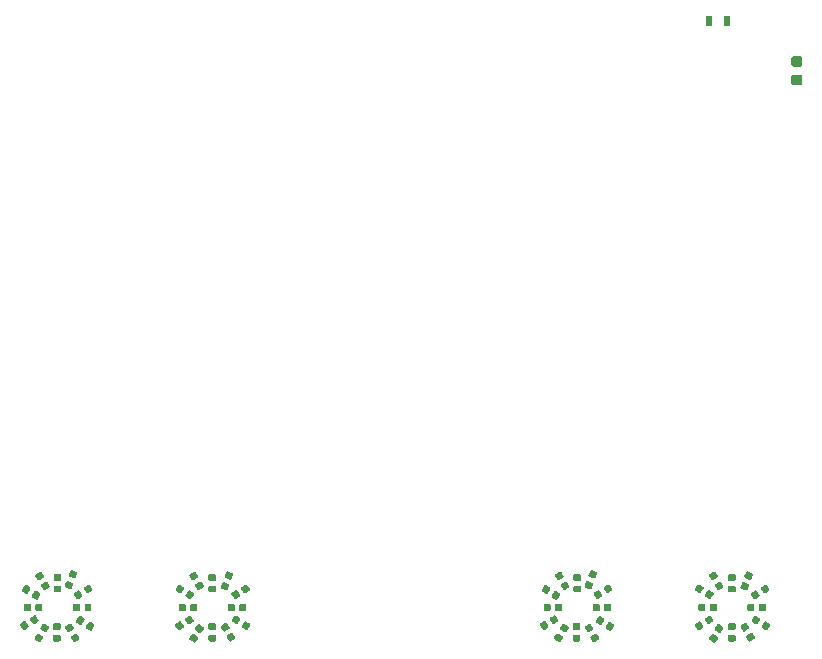
<source format=gbr>
%TF.GenerationSoftware,KiCad,Pcbnew,5.0.2-bee76a0~70~ubuntu18.04.1*%
%TF.CreationDate,2019-02-16T20:38:26+01:00*%
%TF.ProjectId,panel,70616e65-6c2e-46b6-9963-61645f706362,rev?*%
%TF.SameCoordinates,Original*%
%TF.FileFunction,Paste,Bot*%
%TF.FilePolarity,Positive*%
%FSLAX46Y46*%
G04 Gerber Fmt 4.6, Leading zero omitted, Abs format (unit mm)*
G04 Created by KiCad (PCBNEW 5.0.2-bee76a0~70~ubuntu18.04.1) date lør 16 feb 2019 20:38:26 CET*
%MOMM*%
%LPD*%
G01*
G04 APERTURE LIST*
%ADD10R,0.500000X0.900000*%
%ADD11C,0.100000*%
%ADD12C,0.875000*%
%ADD13C,0.590000*%
G04 APERTURE END LIST*
D10*
%TO.C,R101*%
X89575000Y-25825000D03*
X91075000Y-25825000D03*
%TD*%
D11*
%TO.C,R102*%
G36*
X97302691Y-28801053D02*
X97323926Y-28804203D01*
X97344750Y-28809419D01*
X97364962Y-28816651D01*
X97384368Y-28825830D01*
X97402781Y-28836866D01*
X97420024Y-28849654D01*
X97435930Y-28864070D01*
X97450346Y-28879976D01*
X97463134Y-28897219D01*
X97474170Y-28915632D01*
X97483349Y-28935038D01*
X97490581Y-28955250D01*
X97495797Y-28976074D01*
X97498947Y-28997309D01*
X97500000Y-29018750D01*
X97500000Y-29456250D01*
X97498947Y-29477691D01*
X97495797Y-29498926D01*
X97490581Y-29519750D01*
X97483349Y-29539962D01*
X97474170Y-29559368D01*
X97463134Y-29577781D01*
X97450346Y-29595024D01*
X97435930Y-29610930D01*
X97420024Y-29625346D01*
X97402781Y-29638134D01*
X97384368Y-29649170D01*
X97364962Y-29658349D01*
X97344750Y-29665581D01*
X97323926Y-29670797D01*
X97302691Y-29673947D01*
X97281250Y-29675000D01*
X96768750Y-29675000D01*
X96747309Y-29673947D01*
X96726074Y-29670797D01*
X96705250Y-29665581D01*
X96685038Y-29658349D01*
X96665632Y-29649170D01*
X96647219Y-29638134D01*
X96629976Y-29625346D01*
X96614070Y-29610930D01*
X96599654Y-29595024D01*
X96586866Y-29577781D01*
X96575830Y-29559368D01*
X96566651Y-29539962D01*
X96559419Y-29519750D01*
X96554203Y-29498926D01*
X96551053Y-29477691D01*
X96550000Y-29456250D01*
X96550000Y-29018750D01*
X96551053Y-28997309D01*
X96554203Y-28976074D01*
X96559419Y-28955250D01*
X96566651Y-28935038D01*
X96575830Y-28915632D01*
X96586866Y-28897219D01*
X96599654Y-28879976D01*
X96614070Y-28864070D01*
X96629976Y-28849654D01*
X96647219Y-28836866D01*
X96665632Y-28825830D01*
X96685038Y-28816651D01*
X96705250Y-28809419D01*
X96726074Y-28804203D01*
X96747309Y-28801053D01*
X96768750Y-28800000D01*
X97281250Y-28800000D01*
X97302691Y-28801053D01*
X97302691Y-28801053D01*
G37*
D12*
X97025000Y-29237500D03*
D11*
G36*
X97302691Y-30376053D02*
X97323926Y-30379203D01*
X97344750Y-30384419D01*
X97364962Y-30391651D01*
X97384368Y-30400830D01*
X97402781Y-30411866D01*
X97420024Y-30424654D01*
X97435930Y-30439070D01*
X97450346Y-30454976D01*
X97463134Y-30472219D01*
X97474170Y-30490632D01*
X97483349Y-30510038D01*
X97490581Y-30530250D01*
X97495797Y-30551074D01*
X97498947Y-30572309D01*
X97500000Y-30593750D01*
X97500000Y-31031250D01*
X97498947Y-31052691D01*
X97495797Y-31073926D01*
X97490581Y-31094750D01*
X97483349Y-31114962D01*
X97474170Y-31134368D01*
X97463134Y-31152781D01*
X97450346Y-31170024D01*
X97435930Y-31185930D01*
X97420024Y-31200346D01*
X97402781Y-31213134D01*
X97384368Y-31224170D01*
X97364962Y-31233349D01*
X97344750Y-31240581D01*
X97323926Y-31245797D01*
X97302691Y-31248947D01*
X97281250Y-31250000D01*
X96768750Y-31250000D01*
X96747309Y-31248947D01*
X96726074Y-31245797D01*
X96705250Y-31240581D01*
X96685038Y-31233349D01*
X96665632Y-31224170D01*
X96647219Y-31213134D01*
X96629976Y-31200346D01*
X96614070Y-31185930D01*
X96599654Y-31170024D01*
X96586866Y-31152781D01*
X96575830Y-31134368D01*
X96566651Y-31114962D01*
X96559419Y-31094750D01*
X96554203Y-31073926D01*
X96551053Y-31052691D01*
X96550000Y-31031250D01*
X96550000Y-30593750D01*
X96551053Y-30572309D01*
X96554203Y-30551074D01*
X96559419Y-30530250D01*
X96566651Y-30510038D01*
X96575830Y-30490632D01*
X96586866Y-30472219D01*
X96599654Y-30454976D01*
X96614070Y-30439070D01*
X96629976Y-30424654D01*
X96647219Y-30411866D01*
X96665632Y-30400830D01*
X96685038Y-30391651D01*
X96705250Y-30384419D01*
X96726074Y-30379203D01*
X96747309Y-30376053D01*
X96768750Y-30375000D01*
X97281250Y-30375000D01*
X97302691Y-30376053D01*
X97302691Y-30376053D01*
G37*
D12*
X97025000Y-30812500D03*
%TD*%
D11*
%TO.C,C217*%
G36*
X79637272Y-72324365D02*
X79651669Y-72325863D01*
X79665850Y-72328764D01*
X79679679Y-72333041D01*
X80003873Y-72451038D01*
X80017216Y-72456651D01*
X80029944Y-72463544D01*
X80041936Y-72471651D01*
X80053075Y-72480895D01*
X80063254Y-72491186D01*
X80072376Y-72502425D01*
X80080352Y-72514504D01*
X80087105Y-72527307D01*
X80092572Y-72540710D01*
X80096698Y-72554584D01*
X80099444Y-72568796D01*
X80100785Y-72583209D01*
X80100706Y-72597684D01*
X80099208Y-72612081D01*
X80096307Y-72626262D01*
X80092030Y-72640091D01*
X79991134Y-72917300D01*
X79985521Y-72930643D01*
X79978628Y-72943371D01*
X79970521Y-72955363D01*
X79961277Y-72966502D01*
X79950986Y-72976681D01*
X79939747Y-72985803D01*
X79927668Y-72993779D01*
X79914865Y-73000532D01*
X79901462Y-73005999D01*
X79887588Y-73010125D01*
X79873376Y-73012871D01*
X79858963Y-73014212D01*
X79844488Y-73014133D01*
X79830091Y-73012635D01*
X79815910Y-73009734D01*
X79802081Y-73005457D01*
X79477887Y-72887460D01*
X79464544Y-72881847D01*
X79451816Y-72874954D01*
X79439824Y-72866847D01*
X79428685Y-72857603D01*
X79418506Y-72847312D01*
X79409384Y-72836073D01*
X79401408Y-72823994D01*
X79394655Y-72811191D01*
X79389188Y-72797788D01*
X79385062Y-72783914D01*
X79382316Y-72769702D01*
X79380975Y-72755289D01*
X79381054Y-72740814D01*
X79382552Y-72726417D01*
X79385453Y-72712236D01*
X79389730Y-72698407D01*
X79490626Y-72421198D01*
X79496239Y-72407855D01*
X79503132Y-72395127D01*
X79511239Y-72383135D01*
X79520483Y-72371996D01*
X79530774Y-72361817D01*
X79542013Y-72352695D01*
X79554092Y-72344719D01*
X79566895Y-72337966D01*
X79580298Y-72332499D01*
X79594172Y-72328373D01*
X79608384Y-72325627D01*
X79622797Y-72324286D01*
X79637272Y-72324365D01*
X79637272Y-72324365D01*
G37*
D13*
X79740880Y-72669249D03*
D11*
G36*
X79305512Y-73235867D02*
X79319909Y-73237365D01*
X79334090Y-73240266D01*
X79347919Y-73244543D01*
X79672113Y-73362540D01*
X79685456Y-73368153D01*
X79698184Y-73375046D01*
X79710176Y-73383153D01*
X79721315Y-73392397D01*
X79731494Y-73402688D01*
X79740616Y-73413927D01*
X79748592Y-73426006D01*
X79755345Y-73438809D01*
X79760812Y-73452212D01*
X79764938Y-73466086D01*
X79767684Y-73480298D01*
X79769025Y-73494711D01*
X79768946Y-73509186D01*
X79767448Y-73523583D01*
X79764547Y-73537764D01*
X79760270Y-73551593D01*
X79659374Y-73828802D01*
X79653761Y-73842145D01*
X79646868Y-73854873D01*
X79638761Y-73866865D01*
X79629517Y-73878004D01*
X79619226Y-73888183D01*
X79607987Y-73897305D01*
X79595908Y-73905281D01*
X79583105Y-73912034D01*
X79569702Y-73917501D01*
X79555828Y-73921627D01*
X79541616Y-73924373D01*
X79527203Y-73925714D01*
X79512728Y-73925635D01*
X79498331Y-73924137D01*
X79484150Y-73921236D01*
X79470321Y-73916959D01*
X79146127Y-73798962D01*
X79132784Y-73793349D01*
X79120056Y-73786456D01*
X79108064Y-73778349D01*
X79096925Y-73769105D01*
X79086746Y-73758814D01*
X79077624Y-73747575D01*
X79069648Y-73735496D01*
X79062895Y-73722693D01*
X79057428Y-73709290D01*
X79053302Y-73695416D01*
X79050556Y-73681204D01*
X79049215Y-73666791D01*
X79049294Y-73652316D01*
X79050792Y-73637919D01*
X79053693Y-73623738D01*
X79057970Y-73609909D01*
X79158866Y-73332700D01*
X79164479Y-73319357D01*
X79171372Y-73306629D01*
X79179479Y-73294637D01*
X79188723Y-73283498D01*
X79199014Y-73273319D01*
X79210253Y-73264197D01*
X79222332Y-73256221D01*
X79235135Y-73249468D01*
X79248538Y-73244001D01*
X79262412Y-73239875D01*
X79276624Y-73237129D01*
X79291037Y-73235788D01*
X79305512Y-73235867D01*
X79305512Y-73235867D01*
G37*
D13*
X79409120Y-73580751D03*
%TD*%
D11*
%TO.C,C218*%
G36*
X76521158Y-76137177D02*
X76535538Y-76138831D01*
X76549687Y-76141887D01*
X76563468Y-76146315D01*
X76576749Y-76152072D01*
X76589401Y-76159104D01*
X76601303Y-76167341D01*
X76612341Y-76176706D01*
X76622407Y-76187108D01*
X76631406Y-76198446D01*
X76639250Y-76210611D01*
X76811750Y-76509389D01*
X76818363Y-76522265D01*
X76823683Y-76535727D01*
X76827658Y-76549645D01*
X76830249Y-76563886D01*
X76831432Y-76578313D01*
X76831195Y-76592786D01*
X76829541Y-76607166D01*
X76826485Y-76621315D01*
X76822057Y-76635096D01*
X76816300Y-76648376D01*
X76809268Y-76661029D01*
X76801031Y-76672931D01*
X76791666Y-76683969D01*
X76781265Y-76694035D01*
X76769927Y-76703034D01*
X76757761Y-76710878D01*
X76502283Y-76858378D01*
X76489407Y-76864991D01*
X76475945Y-76870311D01*
X76462027Y-76874286D01*
X76447785Y-76876877D01*
X76433359Y-76878060D01*
X76418886Y-76877823D01*
X76404506Y-76876169D01*
X76390357Y-76873113D01*
X76376576Y-76868685D01*
X76363295Y-76862928D01*
X76350643Y-76855896D01*
X76338741Y-76847659D01*
X76327703Y-76838294D01*
X76317637Y-76827892D01*
X76308638Y-76816554D01*
X76300794Y-76804389D01*
X76128294Y-76505611D01*
X76121681Y-76492735D01*
X76116361Y-76479273D01*
X76112386Y-76465355D01*
X76109795Y-76451114D01*
X76108612Y-76436687D01*
X76108849Y-76422214D01*
X76110503Y-76407834D01*
X76113559Y-76393685D01*
X76117987Y-76379904D01*
X76123744Y-76366624D01*
X76130776Y-76353971D01*
X76139013Y-76342069D01*
X76148378Y-76331031D01*
X76158779Y-76320965D01*
X76170117Y-76311966D01*
X76182283Y-76304122D01*
X76437761Y-76156622D01*
X76450637Y-76150009D01*
X76464099Y-76144689D01*
X76478017Y-76140714D01*
X76492259Y-76138123D01*
X76506685Y-76136940D01*
X76521158Y-76137177D01*
X76521158Y-76137177D01*
G37*
D13*
X76470022Y-76507500D03*
D11*
G36*
X75681114Y-76622177D02*
X75695494Y-76623831D01*
X75709643Y-76626887D01*
X75723424Y-76631315D01*
X75736705Y-76637072D01*
X75749357Y-76644104D01*
X75761259Y-76652341D01*
X75772297Y-76661706D01*
X75782363Y-76672108D01*
X75791362Y-76683446D01*
X75799206Y-76695611D01*
X75971706Y-76994389D01*
X75978319Y-77007265D01*
X75983639Y-77020727D01*
X75987614Y-77034645D01*
X75990205Y-77048886D01*
X75991388Y-77063313D01*
X75991151Y-77077786D01*
X75989497Y-77092166D01*
X75986441Y-77106315D01*
X75982013Y-77120096D01*
X75976256Y-77133376D01*
X75969224Y-77146029D01*
X75960987Y-77157931D01*
X75951622Y-77168969D01*
X75941221Y-77179035D01*
X75929883Y-77188034D01*
X75917717Y-77195878D01*
X75662239Y-77343378D01*
X75649363Y-77349991D01*
X75635901Y-77355311D01*
X75621983Y-77359286D01*
X75607741Y-77361877D01*
X75593315Y-77363060D01*
X75578842Y-77362823D01*
X75564462Y-77361169D01*
X75550313Y-77358113D01*
X75536532Y-77353685D01*
X75523251Y-77347928D01*
X75510599Y-77340896D01*
X75498697Y-77332659D01*
X75487659Y-77323294D01*
X75477593Y-77312892D01*
X75468594Y-77301554D01*
X75460750Y-77289389D01*
X75288250Y-76990611D01*
X75281637Y-76977735D01*
X75276317Y-76964273D01*
X75272342Y-76950355D01*
X75269751Y-76936114D01*
X75268568Y-76921687D01*
X75268805Y-76907214D01*
X75270459Y-76892834D01*
X75273515Y-76878685D01*
X75277943Y-76864904D01*
X75283700Y-76851624D01*
X75290732Y-76838971D01*
X75298969Y-76827069D01*
X75308334Y-76816031D01*
X75318735Y-76805965D01*
X75330073Y-76796966D01*
X75342239Y-76789122D01*
X75597717Y-76641622D01*
X75610593Y-76635009D01*
X75624055Y-76629689D01*
X75637973Y-76625714D01*
X75652215Y-76623123D01*
X75666641Y-76621940D01*
X75681114Y-76622177D01*
X75681114Y-76622177D01*
G37*
D13*
X75629978Y-76992500D03*
%TD*%
D11*
%TO.C,C219*%
G36*
X77477786Y-73283849D02*
X77492166Y-73285503D01*
X77506315Y-73288559D01*
X77520096Y-73292987D01*
X77533376Y-73298744D01*
X77546029Y-73305776D01*
X77557931Y-73314013D01*
X77568969Y-73323378D01*
X77579035Y-73333779D01*
X77588034Y-73345117D01*
X77595878Y-73357283D01*
X77743378Y-73612761D01*
X77749991Y-73625637D01*
X77755311Y-73639099D01*
X77759286Y-73653017D01*
X77761877Y-73667259D01*
X77763060Y-73681685D01*
X77762823Y-73696158D01*
X77761169Y-73710538D01*
X77758113Y-73724687D01*
X77753685Y-73738468D01*
X77747928Y-73751749D01*
X77740896Y-73764401D01*
X77732659Y-73776303D01*
X77723294Y-73787341D01*
X77712892Y-73797407D01*
X77701554Y-73806406D01*
X77689389Y-73814250D01*
X77390611Y-73986750D01*
X77377735Y-73993363D01*
X77364273Y-73998683D01*
X77350355Y-74002658D01*
X77336114Y-74005249D01*
X77321687Y-74006432D01*
X77307214Y-74006195D01*
X77292834Y-74004541D01*
X77278685Y-74001485D01*
X77264904Y-73997057D01*
X77251624Y-73991300D01*
X77238971Y-73984268D01*
X77227069Y-73976031D01*
X77216031Y-73966666D01*
X77205965Y-73956265D01*
X77196966Y-73944927D01*
X77189122Y-73932761D01*
X77041622Y-73677283D01*
X77035009Y-73664407D01*
X77029689Y-73650945D01*
X77025714Y-73637027D01*
X77023123Y-73622785D01*
X77021940Y-73608359D01*
X77022177Y-73593886D01*
X77023831Y-73579506D01*
X77026887Y-73565357D01*
X77031315Y-73551576D01*
X77037072Y-73538295D01*
X77044104Y-73525643D01*
X77052341Y-73513741D01*
X77061706Y-73502703D01*
X77072108Y-73492637D01*
X77083446Y-73483638D01*
X77095611Y-73475794D01*
X77394389Y-73303294D01*
X77407265Y-73296681D01*
X77420727Y-73291361D01*
X77434645Y-73287386D01*
X77448886Y-73284795D01*
X77463313Y-73283612D01*
X77477786Y-73283849D01*
X77477786Y-73283849D01*
G37*
D13*
X77392500Y-73645022D03*
D11*
G36*
X76992786Y-72443805D02*
X77007166Y-72445459D01*
X77021315Y-72448515D01*
X77035096Y-72452943D01*
X77048376Y-72458700D01*
X77061029Y-72465732D01*
X77072931Y-72473969D01*
X77083969Y-72483334D01*
X77094035Y-72493735D01*
X77103034Y-72505073D01*
X77110878Y-72517239D01*
X77258378Y-72772717D01*
X77264991Y-72785593D01*
X77270311Y-72799055D01*
X77274286Y-72812973D01*
X77276877Y-72827215D01*
X77278060Y-72841641D01*
X77277823Y-72856114D01*
X77276169Y-72870494D01*
X77273113Y-72884643D01*
X77268685Y-72898424D01*
X77262928Y-72911705D01*
X77255896Y-72924357D01*
X77247659Y-72936259D01*
X77238294Y-72947297D01*
X77227892Y-72957363D01*
X77216554Y-72966362D01*
X77204389Y-72974206D01*
X76905611Y-73146706D01*
X76892735Y-73153319D01*
X76879273Y-73158639D01*
X76865355Y-73162614D01*
X76851114Y-73165205D01*
X76836687Y-73166388D01*
X76822214Y-73166151D01*
X76807834Y-73164497D01*
X76793685Y-73161441D01*
X76779904Y-73157013D01*
X76766624Y-73151256D01*
X76753971Y-73144224D01*
X76742069Y-73135987D01*
X76731031Y-73126622D01*
X76720965Y-73116221D01*
X76711966Y-73104883D01*
X76704122Y-73092717D01*
X76556622Y-72837239D01*
X76550009Y-72824363D01*
X76544689Y-72810901D01*
X76540714Y-72796983D01*
X76538123Y-72782741D01*
X76536940Y-72768315D01*
X76537177Y-72753842D01*
X76538831Y-72739462D01*
X76541887Y-72725313D01*
X76546315Y-72711532D01*
X76552072Y-72698251D01*
X76559104Y-72685599D01*
X76567341Y-72673697D01*
X76576706Y-72662659D01*
X76587108Y-72652593D01*
X76598446Y-72643594D01*
X76610611Y-72635750D01*
X76909389Y-72463250D01*
X76922265Y-72456637D01*
X76935727Y-72451317D01*
X76949645Y-72447342D01*
X76963886Y-72444751D01*
X76978313Y-72443568D01*
X76992786Y-72443805D01*
X76992786Y-72443805D01*
G37*
D13*
X76907500Y-72804978D03*
%TD*%
D11*
%TO.C,C220*%
G36*
X81172786Y-76698123D02*
X81187027Y-76700714D01*
X81200945Y-76704689D01*
X81214407Y-76710009D01*
X81227283Y-76716622D01*
X81482761Y-76864122D01*
X81494926Y-76871966D01*
X81506264Y-76880965D01*
X81516666Y-76891031D01*
X81526031Y-76902069D01*
X81534268Y-76913971D01*
X81541300Y-76926623D01*
X81547057Y-76939904D01*
X81551485Y-76953685D01*
X81554541Y-76967834D01*
X81556195Y-76982214D01*
X81556432Y-76996687D01*
X81555249Y-77011113D01*
X81552658Y-77025355D01*
X81548683Y-77039273D01*
X81543363Y-77052735D01*
X81536750Y-77065611D01*
X81364250Y-77364389D01*
X81356406Y-77376555D01*
X81347407Y-77387893D01*
X81337341Y-77398294D01*
X81326303Y-77407659D01*
X81314401Y-77415896D01*
X81301748Y-77422928D01*
X81288468Y-77428685D01*
X81274687Y-77433113D01*
X81260538Y-77436169D01*
X81246158Y-77437823D01*
X81231685Y-77438060D01*
X81217258Y-77436877D01*
X81203017Y-77434286D01*
X81189099Y-77430311D01*
X81175637Y-77424991D01*
X81162761Y-77418378D01*
X80907283Y-77270878D01*
X80895118Y-77263034D01*
X80883780Y-77254035D01*
X80873378Y-77243969D01*
X80864013Y-77232931D01*
X80855776Y-77221029D01*
X80848744Y-77208377D01*
X80842987Y-77195096D01*
X80838559Y-77181315D01*
X80835503Y-77167166D01*
X80833849Y-77152786D01*
X80833612Y-77138313D01*
X80834795Y-77123887D01*
X80837386Y-77109645D01*
X80841361Y-77095727D01*
X80846681Y-77082265D01*
X80853294Y-77069389D01*
X81025794Y-76770611D01*
X81033638Y-76758445D01*
X81042637Y-76747107D01*
X81052703Y-76736706D01*
X81063741Y-76727341D01*
X81075643Y-76719104D01*
X81088296Y-76712072D01*
X81101576Y-76706315D01*
X81115357Y-76701887D01*
X81129506Y-76698831D01*
X81143886Y-76697177D01*
X81158359Y-76696940D01*
X81172786Y-76698123D01*
X81172786Y-76698123D01*
G37*
D13*
X81195022Y-77067500D03*
D11*
G36*
X80332742Y-76213123D02*
X80346983Y-76215714D01*
X80360901Y-76219689D01*
X80374363Y-76225009D01*
X80387239Y-76231622D01*
X80642717Y-76379122D01*
X80654882Y-76386966D01*
X80666220Y-76395965D01*
X80676622Y-76406031D01*
X80685987Y-76417069D01*
X80694224Y-76428971D01*
X80701256Y-76441623D01*
X80707013Y-76454904D01*
X80711441Y-76468685D01*
X80714497Y-76482834D01*
X80716151Y-76497214D01*
X80716388Y-76511687D01*
X80715205Y-76526113D01*
X80712614Y-76540355D01*
X80708639Y-76554273D01*
X80703319Y-76567735D01*
X80696706Y-76580611D01*
X80524206Y-76879389D01*
X80516362Y-76891555D01*
X80507363Y-76902893D01*
X80497297Y-76913294D01*
X80486259Y-76922659D01*
X80474357Y-76930896D01*
X80461704Y-76937928D01*
X80448424Y-76943685D01*
X80434643Y-76948113D01*
X80420494Y-76951169D01*
X80406114Y-76952823D01*
X80391641Y-76953060D01*
X80377214Y-76951877D01*
X80362973Y-76949286D01*
X80349055Y-76945311D01*
X80335593Y-76939991D01*
X80322717Y-76933378D01*
X80067239Y-76785878D01*
X80055074Y-76778034D01*
X80043736Y-76769035D01*
X80033334Y-76758969D01*
X80023969Y-76747931D01*
X80015732Y-76736029D01*
X80008700Y-76723377D01*
X80002943Y-76710096D01*
X79998515Y-76696315D01*
X79995459Y-76682166D01*
X79993805Y-76667786D01*
X79993568Y-76653313D01*
X79994751Y-76638887D01*
X79997342Y-76624645D01*
X80001317Y-76610727D01*
X80006637Y-76597265D01*
X80013250Y-76584389D01*
X80185750Y-76285611D01*
X80193594Y-76273445D01*
X80202593Y-76262107D01*
X80212659Y-76251706D01*
X80223697Y-76242341D01*
X80235599Y-76234104D01*
X80248252Y-76227072D01*
X80261532Y-76221315D01*
X80275313Y-76216887D01*
X80289462Y-76213831D01*
X80303842Y-76212177D01*
X80318315Y-76211940D01*
X80332742Y-76213123D01*
X80332742Y-76213123D01*
G37*
D13*
X80354978Y-76582500D03*
%TD*%
D11*
%TO.C,C221*%
G36*
X76801113Y-77684795D02*
X76815355Y-77687386D01*
X76829273Y-77691361D01*
X76842735Y-77696681D01*
X76855611Y-77703294D01*
X77154389Y-77875794D01*
X77166555Y-77883638D01*
X77177893Y-77892637D01*
X77188294Y-77902703D01*
X77197659Y-77913741D01*
X77205896Y-77925643D01*
X77212928Y-77938296D01*
X77218685Y-77951576D01*
X77223113Y-77965357D01*
X77226169Y-77979506D01*
X77227823Y-77993886D01*
X77228060Y-78008359D01*
X77226877Y-78022786D01*
X77224286Y-78037027D01*
X77220311Y-78050945D01*
X77214991Y-78064407D01*
X77208378Y-78077283D01*
X77060878Y-78332761D01*
X77053034Y-78344926D01*
X77044035Y-78356264D01*
X77033969Y-78366666D01*
X77022931Y-78376031D01*
X77011029Y-78384268D01*
X76998377Y-78391300D01*
X76985096Y-78397057D01*
X76971315Y-78401485D01*
X76957166Y-78404541D01*
X76942786Y-78406195D01*
X76928313Y-78406432D01*
X76913887Y-78405249D01*
X76899645Y-78402658D01*
X76885727Y-78398683D01*
X76872265Y-78393363D01*
X76859389Y-78386750D01*
X76560611Y-78214250D01*
X76548445Y-78206406D01*
X76537107Y-78197407D01*
X76526706Y-78187341D01*
X76517341Y-78176303D01*
X76509104Y-78164401D01*
X76502072Y-78151748D01*
X76496315Y-78138468D01*
X76491887Y-78124687D01*
X76488831Y-78110538D01*
X76487177Y-78096158D01*
X76486940Y-78081685D01*
X76488123Y-78067258D01*
X76490714Y-78053017D01*
X76494689Y-78039099D01*
X76500009Y-78025637D01*
X76506622Y-78012761D01*
X76654122Y-77757283D01*
X76661966Y-77745118D01*
X76670965Y-77733780D01*
X76681031Y-77723378D01*
X76692069Y-77714013D01*
X76703971Y-77705776D01*
X76716623Y-77698744D01*
X76729904Y-77692987D01*
X76743685Y-77688559D01*
X76757834Y-77685503D01*
X76772214Y-77683849D01*
X76786687Y-77683612D01*
X76801113Y-77684795D01*
X76801113Y-77684795D01*
G37*
D13*
X76857500Y-78045022D03*
D11*
G36*
X77286113Y-76844751D02*
X77300355Y-76847342D01*
X77314273Y-76851317D01*
X77327735Y-76856637D01*
X77340611Y-76863250D01*
X77639389Y-77035750D01*
X77651555Y-77043594D01*
X77662893Y-77052593D01*
X77673294Y-77062659D01*
X77682659Y-77073697D01*
X77690896Y-77085599D01*
X77697928Y-77098252D01*
X77703685Y-77111532D01*
X77708113Y-77125313D01*
X77711169Y-77139462D01*
X77712823Y-77153842D01*
X77713060Y-77168315D01*
X77711877Y-77182742D01*
X77709286Y-77196983D01*
X77705311Y-77210901D01*
X77699991Y-77224363D01*
X77693378Y-77237239D01*
X77545878Y-77492717D01*
X77538034Y-77504882D01*
X77529035Y-77516220D01*
X77518969Y-77526622D01*
X77507931Y-77535987D01*
X77496029Y-77544224D01*
X77483377Y-77551256D01*
X77470096Y-77557013D01*
X77456315Y-77561441D01*
X77442166Y-77564497D01*
X77427786Y-77566151D01*
X77413313Y-77566388D01*
X77398887Y-77565205D01*
X77384645Y-77562614D01*
X77370727Y-77558639D01*
X77357265Y-77553319D01*
X77344389Y-77546706D01*
X77045611Y-77374206D01*
X77033445Y-77366362D01*
X77022107Y-77357363D01*
X77011706Y-77347297D01*
X77002341Y-77336259D01*
X76994104Y-77324357D01*
X76987072Y-77311704D01*
X76981315Y-77298424D01*
X76976887Y-77284643D01*
X76973831Y-77270494D01*
X76972177Y-77256114D01*
X76971940Y-77241641D01*
X76973123Y-77227214D01*
X76975714Y-77212973D01*
X76979689Y-77199055D01*
X76985009Y-77185593D01*
X76991622Y-77172717D01*
X77139122Y-76917239D01*
X77146966Y-76905074D01*
X77155965Y-76893736D01*
X77166031Y-76883334D01*
X77177069Y-76873969D01*
X77188971Y-76865732D01*
X77201623Y-76858700D01*
X77214904Y-76852943D01*
X77228685Y-76848515D01*
X77242834Y-76845459D01*
X77257214Y-76843805D01*
X77271687Y-76843568D01*
X77286113Y-76844751D01*
X77286113Y-76844751D01*
G37*
D13*
X77342500Y-77204978D03*
%TD*%
D11*
%TO.C,C222*%
G36*
X80231114Y-74022177D02*
X80245494Y-74023831D01*
X80259643Y-74026887D01*
X80273424Y-74031315D01*
X80286705Y-74037072D01*
X80299357Y-74044104D01*
X80311259Y-74052341D01*
X80322297Y-74061706D01*
X80332363Y-74072108D01*
X80341362Y-74083446D01*
X80349206Y-74095611D01*
X80521706Y-74394389D01*
X80528319Y-74407265D01*
X80533639Y-74420727D01*
X80537614Y-74434645D01*
X80540205Y-74448886D01*
X80541388Y-74463313D01*
X80541151Y-74477786D01*
X80539497Y-74492166D01*
X80536441Y-74506315D01*
X80532013Y-74520096D01*
X80526256Y-74533376D01*
X80519224Y-74546029D01*
X80510987Y-74557931D01*
X80501622Y-74568969D01*
X80491221Y-74579035D01*
X80479883Y-74588034D01*
X80467717Y-74595878D01*
X80212239Y-74743378D01*
X80199363Y-74749991D01*
X80185901Y-74755311D01*
X80171983Y-74759286D01*
X80157741Y-74761877D01*
X80143315Y-74763060D01*
X80128842Y-74762823D01*
X80114462Y-74761169D01*
X80100313Y-74758113D01*
X80086532Y-74753685D01*
X80073251Y-74747928D01*
X80060599Y-74740896D01*
X80048697Y-74732659D01*
X80037659Y-74723294D01*
X80027593Y-74712892D01*
X80018594Y-74701554D01*
X80010750Y-74689389D01*
X79838250Y-74390611D01*
X79831637Y-74377735D01*
X79826317Y-74364273D01*
X79822342Y-74350355D01*
X79819751Y-74336114D01*
X79818568Y-74321687D01*
X79818805Y-74307214D01*
X79820459Y-74292834D01*
X79823515Y-74278685D01*
X79827943Y-74264904D01*
X79833700Y-74251624D01*
X79840732Y-74238971D01*
X79848969Y-74227069D01*
X79858334Y-74216031D01*
X79868735Y-74205965D01*
X79880073Y-74196966D01*
X79892239Y-74189122D01*
X80147717Y-74041622D01*
X80160593Y-74035009D01*
X80174055Y-74029689D01*
X80187973Y-74025714D01*
X80202215Y-74023123D01*
X80216641Y-74021940D01*
X80231114Y-74022177D01*
X80231114Y-74022177D01*
G37*
D13*
X80179978Y-74392500D03*
D11*
G36*
X81071158Y-73537177D02*
X81085538Y-73538831D01*
X81099687Y-73541887D01*
X81113468Y-73546315D01*
X81126749Y-73552072D01*
X81139401Y-73559104D01*
X81151303Y-73567341D01*
X81162341Y-73576706D01*
X81172407Y-73587108D01*
X81181406Y-73598446D01*
X81189250Y-73610611D01*
X81361750Y-73909389D01*
X81368363Y-73922265D01*
X81373683Y-73935727D01*
X81377658Y-73949645D01*
X81380249Y-73963886D01*
X81381432Y-73978313D01*
X81381195Y-73992786D01*
X81379541Y-74007166D01*
X81376485Y-74021315D01*
X81372057Y-74035096D01*
X81366300Y-74048376D01*
X81359268Y-74061029D01*
X81351031Y-74072931D01*
X81341666Y-74083969D01*
X81331265Y-74094035D01*
X81319927Y-74103034D01*
X81307761Y-74110878D01*
X81052283Y-74258378D01*
X81039407Y-74264991D01*
X81025945Y-74270311D01*
X81012027Y-74274286D01*
X80997785Y-74276877D01*
X80983359Y-74278060D01*
X80968886Y-74277823D01*
X80954506Y-74276169D01*
X80940357Y-74273113D01*
X80926576Y-74268685D01*
X80913295Y-74262928D01*
X80900643Y-74255896D01*
X80888741Y-74247659D01*
X80877703Y-74238294D01*
X80867637Y-74227892D01*
X80858638Y-74216554D01*
X80850794Y-74204389D01*
X80678294Y-73905611D01*
X80671681Y-73892735D01*
X80666361Y-73879273D01*
X80662386Y-73865355D01*
X80659795Y-73851114D01*
X80658612Y-73836687D01*
X80658849Y-73822214D01*
X80660503Y-73807834D01*
X80663559Y-73793685D01*
X80667987Y-73779904D01*
X80673744Y-73766624D01*
X80680776Y-73753971D01*
X80689013Y-73742069D01*
X80698378Y-73731031D01*
X80708779Y-73720965D01*
X80720117Y-73711966D01*
X80732283Y-73704122D01*
X80987761Y-73556622D01*
X81000637Y-73550009D01*
X81014099Y-73544689D01*
X81028017Y-73540714D01*
X81042259Y-73538123D01*
X81056685Y-73536940D01*
X81071158Y-73537177D01*
X81071158Y-73537177D01*
G37*
D13*
X81020022Y-73907500D03*
%TD*%
D11*
%TO.C,C223*%
G36*
X79517786Y-76843805D02*
X79532166Y-76845459D01*
X79546315Y-76848515D01*
X79560096Y-76852943D01*
X79573376Y-76858700D01*
X79586029Y-76865732D01*
X79597931Y-76873969D01*
X79608969Y-76883334D01*
X79619035Y-76893735D01*
X79628034Y-76905073D01*
X79635878Y-76917239D01*
X79783378Y-77172717D01*
X79789991Y-77185593D01*
X79795311Y-77199055D01*
X79799286Y-77212973D01*
X79801877Y-77227215D01*
X79803060Y-77241641D01*
X79802823Y-77256114D01*
X79801169Y-77270494D01*
X79798113Y-77284643D01*
X79793685Y-77298424D01*
X79787928Y-77311705D01*
X79780896Y-77324357D01*
X79772659Y-77336259D01*
X79763294Y-77347297D01*
X79752892Y-77357363D01*
X79741554Y-77366362D01*
X79729389Y-77374206D01*
X79430611Y-77546706D01*
X79417735Y-77553319D01*
X79404273Y-77558639D01*
X79390355Y-77562614D01*
X79376114Y-77565205D01*
X79361687Y-77566388D01*
X79347214Y-77566151D01*
X79332834Y-77564497D01*
X79318685Y-77561441D01*
X79304904Y-77557013D01*
X79291624Y-77551256D01*
X79278971Y-77544224D01*
X79267069Y-77535987D01*
X79256031Y-77526622D01*
X79245965Y-77516221D01*
X79236966Y-77504883D01*
X79229122Y-77492717D01*
X79081622Y-77237239D01*
X79075009Y-77224363D01*
X79069689Y-77210901D01*
X79065714Y-77196983D01*
X79063123Y-77182741D01*
X79061940Y-77168315D01*
X79062177Y-77153842D01*
X79063831Y-77139462D01*
X79066887Y-77125313D01*
X79071315Y-77111532D01*
X79077072Y-77098251D01*
X79084104Y-77085599D01*
X79092341Y-77073697D01*
X79101706Y-77062659D01*
X79112108Y-77052593D01*
X79123446Y-77043594D01*
X79135611Y-77035750D01*
X79434389Y-76863250D01*
X79447265Y-76856637D01*
X79460727Y-76851317D01*
X79474645Y-76847342D01*
X79488886Y-76844751D01*
X79503313Y-76843568D01*
X79517786Y-76843805D01*
X79517786Y-76843805D01*
G37*
D13*
X79432500Y-77204978D03*
D11*
G36*
X80002786Y-77683849D02*
X80017166Y-77685503D01*
X80031315Y-77688559D01*
X80045096Y-77692987D01*
X80058376Y-77698744D01*
X80071029Y-77705776D01*
X80082931Y-77714013D01*
X80093969Y-77723378D01*
X80104035Y-77733779D01*
X80113034Y-77745117D01*
X80120878Y-77757283D01*
X80268378Y-78012761D01*
X80274991Y-78025637D01*
X80280311Y-78039099D01*
X80284286Y-78053017D01*
X80286877Y-78067259D01*
X80288060Y-78081685D01*
X80287823Y-78096158D01*
X80286169Y-78110538D01*
X80283113Y-78124687D01*
X80278685Y-78138468D01*
X80272928Y-78151749D01*
X80265896Y-78164401D01*
X80257659Y-78176303D01*
X80248294Y-78187341D01*
X80237892Y-78197407D01*
X80226554Y-78206406D01*
X80214389Y-78214250D01*
X79915611Y-78386750D01*
X79902735Y-78393363D01*
X79889273Y-78398683D01*
X79875355Y-78402658D01*
X79861114Y-78405249D01*
X79846687Y-78406432D01*
X79832214Y-78406195D01*
X79817834Y-78404541D01*
X79803685Y-78401485D01*
X79789904Y-78397057D01*
X79776624Y-78391300D01*
X79763971Y-78384268D01*
X79752069Y-78376031D01*
X79741031Y-78366666D01*
X79730965Y-78356265D01*
X79721966Y-78344927D01*
X79714122Y-78332761D01*
X79566622Y-78077283D01*
X79560009Y-78064407D01*
X79554689Y-78050945D01*
X79550714Y-78037027D01*
X79548123Y-78022785D01*
X79546940Y-78008359D01*
X79547177Y-77993886D01*
X79548831Y-77979506D01*
X79551887Y-77965357D01*
X79556315Y-77951576D01*
X79562072Y-77938295D01*
X79569104Y-77925643D01*
X79577341Y-77913741D01*
X79586706Y-77902703D01*
X79597108Y-77892637D01*
X79608446Y-77883638D01*
X79620611Y-77875794D01*
X79919389Y-77703294D01*
X79932265Y-77696681D01*
X79945727Y-77691361D01*
X79959645Y-77687386D01*
X79973886Y-77684795D01*
X79988313Y-77683612D01*
X80002786Y-77683849D01*
X80002786Y-77683849D01*
G37*
D13*
X79917500Y-78045022D03*
%TD*%
D11*
%TO.C,C224*%
G36*
X75757742Y-73588123D02*
X75771983Y-73590714D01*
X75785901Y-73594689D01*
X75799363Y-73600009D01*
X75812239Y-73606622D01*
X76067717Y-73754122D01*
X76079882Y-73761966D01*
X76091220Y-73770965D01*
X76101622Y-73781031D01*
X76110987Y-73792069D01*
X76119224Y-73803971D01*
X76126256Y-73816623D01*
X76132013Y-73829904D01*
X76136441Y-73843685D01*
X76139497Y-73857834D01*
X76141151Y-73872214D01*
X76141388Y-73886687D01*
X76140205Y-73901113D01*
X76137614Y-73915355D01*
X76133639Y-73929273D01*
X76128319Y-73942735D01*
X76121706Y-73955611D01*
X75949206Y-74254389D01*
X75941362Y-74266555D01*
X75932363Y-74277893D01*
X75922297Y-74288294D01*
X75911259Y-74297659D01*
X75899357Y-74305896D01*
X75886704Y-74312928D01*
X75873424Y-74318685D01*
X75859643Y-74323113D01*
X75845494Y-74326169D01*
X75831114Y-74327823D01*
X75816641Y-74328060D01*
X75802214Y-74326877D01*
X75787973Y-74324286D01*
X75774055Y-74320311D01*
X75760593Y-74314991D01*
X75747717Y-74308378D01*
X75492239Y-74160878D01*
X75480074Y-74153034D01*
X75468736Y-74144035D01*
X75458334Y-74133969D01*
X75448969Y-74122931D01*
X75440732Y-74111029D01*
X75433700Y-74098377D01*
X75427943Y-74085096D01*
X75423515Y-74071315D01*
X75420459Y-74057166D01*
X75418805Y-74042786D01*
X75418568Y-74028313D01*
X75419751Y-74013887D01*
X75422342Y-73999645D01*
X75426317Y-73985727D01*
X75431637Y-73972265D01*
X75438250Y-73959389D01*
X75610750Y-73660611D01*
X75618594Y-73648445D01*
X75627593Y-73637107D01*
X75637659Y-73626706D01*
X75648697Y-73617341D01*
X75660599Y-73609104D01*
X75673252Y-73602072D01*
X75686532Y-73596315D01*
X75700313Y-73591887D01*
X75714462Y-73588831D01*
X75728842Y-73587177D01*
X75743315Y-73586940D01*
X75757742Y-73588123D01*
X75757742Y-73588123D01*
G37*
D13*
X75779978Y-73957500D03*
D11*
G36*
X76597786Y-74073123D02*
X76612027Y-74075714D01*
X76625945Y-74079689D01*
X76639407Y-74085009D01*
X76652283Y-74091622D01*
X76907761Y-74239122D01*
X76919926Y-74246966D01*
X76931264Y-74255965D01*
X76941666Y-74266031D01*
X76951031Y-74277069D01*
X76959268Y-74288971D01*
X76966300Y-74301623D01*
X76972057Y-74314904D01*
X76976485Y-74328685D01*
X76979541Y-74342834D01*
X76981195Y-74357214D01*
X76981432Y-74371687D01*
X76980249Y-74386113D01*
X76977658Y-74400355D01*
X76973683Y-74414273D01*
X76968363Y-74427735D01*
X76961750Y-74440611D01*
X76789250Y-74739389D01*
X76781406Y-74751555D01*
X76772407Y-74762893D01*
X76762341Y-74773294D01*
X76751303Y-74782659D01*
X76739401Y-74790896D01*
X76726748Y-74797928D01*
X76713468Y-74803685D01*
X76699687Y-74808113D01*
X76685538Y-74811169D01*
X76671158Y-74812823D01*
X76656685Y-74813060D01*
X76642258Y-74811877D01*
X76628017Y-74809286D01*
X76614099Y-74805311D01*
X76600637Y-74799991D01*
X76587761Y-74793378D01*
X76332283Y-74645878D01*
X76320118Y-74638034D01*
X76308780Y-74629035D01*
X76298378Y-74618969D01*
X76289013Y-74607931D01*
X76280776Y-74596029D01*
X76273744Y-74583377D01*
X76267987Y-74570096D01*
X76263559Y-74556315D01*
X76260503Y-74542166D01*
X76258849Y-74527786D01*
X76258612Y-74513313D01*
X76259795Y-74498887D01*
X76262386Y-74484645D01*
X76266361Y-74470727D01*
X76271681Y-74457265D01*
X76278294Y-74444389D01*
X76450794Y-74145611D01*
X76458638Y-74133445D01*
X76467637Y-74122107D01*
X76477703Y-74111706D01*
X76488741Y-74102341D01*
X76500643Y-74094104D01*
X76513296Y-74087072D01*
X76526576Y-74081315D01*
X76540357Y-74076887D01*
X76554506Y-74073831D01*
X76568886Y-74072177D01*
X76583359Y-74071940D01*
X76597786Y-74073123D01*
X76597786Y-74073123D01*
G37*
D13*
X76620022Y-74442500D03*
%TD*%
D11*
%TO.C,C225*%
G36*
X81171958Y-75155710D02*
X81186276Y-75157834D01*
X81200317Y-75161351D01*
X81213946Y-75166228D01*
X81227031Y-75172417D01*
X81239447Y-75179858D01*
X81251073Y-75188481D01*
X81261798Y-75198202D01*
X81271519Y-75208927D01*
X81280142Y-75220553D01*
X81287583Y-75232969D01*
X81293772Y-75246054D01*
X81298649Y-75259683D01*
X81302166Y-75273724D01*
X81304290Y-75288042D01*
X81305000Y-75302500D01*
X81305000Y-75647500D01*
X81304290Y-75661958D01*
X81302166Y-75676276D01*
X81298649Y-75690317D01*
X81293772Y-75703946D01*
X81287583Y-75717031D01*
X81280142Y-75729447D01*
X81271519Y-75741073D01*
X81261798Y-75751798D01*
X81251073Y-75761519D01*
X81239447Y-75770142D01*
X81227031Y-75777583D01*
X81213946Y-75783772D01*
X81200317Y-75788649D01*
X81186276Y-75792166D01*
X81171958Y-75794290D01*
X81157500Y-75795000D01*
X80862500Y-75795000D01*
X80848042Y-75794290D01*
X80833724Y-75792166D01*
X80819683Y-75788649D01*
X80806054Y-75783772D01*
X80792969Y-75777583D01*
X80780553Y-75770142D01*
X80768927Y-75761519D01*
X80758202Y-75751798D01*
X80748481Y-75741073D01*
X80739858Y-75729447D01*
X80732417Y-75717031D01*
X80726228Y-75703946D01*
X80721351Y-75690317D01*
X80717834Y-75676276D01*
X80715710Y-75661958D01*
X80715000Y-75647500D01*
X80715000Y-75302500D01*
X80715710Y-75288042D01*
X80717834Y-75273724D01*
X80721351Y-75259683D01*
X80726228Y-75246054D01*
X80732417Y-75232969D01*
X80739858Y-75220553D01*
X80748481Y-75208927D01*
X80758202Y-75198202D01*
X80768927Y-75188481D01*
X80780553Y-75179858D01*
X80792969Y-75172417D01*
X80806054Y-75166228D01*
X80819683Y-75161351D01*
X80833724Y-75157834D01*
X80848042Y-75155710D01*
X80862500Y-75155000D01*
X81157500Y-75155000D01*
X81171958Y-75155710D01*
X81171958Y-75155710D01*
G37*
D13*
X81010000Y-75475000D03*
D11*
G36*
X80201958Y-75155710D02*
X80216276Y-75157834D01*
X80230317Y-75161351D01*
X80243946Y-75166228D01*
X80257031Y-75172417D01*
X80269447Y-75179858D01*
X80281073Y-75188481D01*
X80291798Y-75198202D01*
X80301519Y-75208927D01*
X80310142Y-75220553D01*
X80317583Y-75232969D01*
X80323772Y-75246054D01*
X80328649Y-75259683D01*
X80332166Y-75273724D01*
X80334290Y-75288042D01*
X80335000Y-75302500D01*
X80335000Y-75647500D01*
X80334290Y-75661958D01*
X80332166Y-75676276D01*
X80328649Y-75690317D01*
X80323772Y-75703946D01*
X80317583Y-75717031D01*
X80310142Y-75729447D01*
X80301519Y-75741073D01*
X80291798Y-75751798D01*
X80281073Y-75761519D01*
X80269447Y-75770142D01*
X80257031Y-75777583D01*
X80243946Y-75783772D01*
X80230317Y-75788649D01*
X80216276Y-75792166D01*
X80201958Y-75794290D01*
X80187500Y-75795000D01*
X79892500Y-75795000D01*
X79878042Y-75794290D01*
X79863724Y-75792166D01*
X79849683Y-75788649D01*
X79836054Y-75783772D01*
X79822969Y-75777583D01*
X79810553Y-75770142D01*
X79798927Y-75761519D01*
X79788202Y-75751798D01*
X79778481Y-75741073D01*
X79769858Y-75729447D01*
X79762417Y-75717031D01*
X79756228Y-75703946D01*
X79751351Y-75690317D01*
X79747834Y-75676276D01*
X79745710Y-75661958D01*
X79745000Y-75647500D01*
X79745000Y-75302500D01*
X79745710Y-75288042D01*
X79747834Y-75273724D01*
X79751351Y-75259683D01*
X79756228Y-75246054D01*
X79762417Y-75232969D01*
X79769858Y-75220553D01*
X79778481Y-75208927D01*
X79788202Y-75198202D01*
X79798927Y-75188481D01*
X79810553Y-75179858D01*
X79822969Y-75172417D01*
X79836054Y-75166228D01*
X79849683Y-75161351D01*
X79863724Y-75157834D01*
X79878042Y-75155710D01*
X79892500Y-75155000D01*
X80187500Y-75155000D01*
X80201958Y-75155710D01*
X80201958Y-75155710D01*
G37*
D13*
X80040000Y-75475000D03*
%TD*%
D11*
%TO.C,C226*%
G36*
X78561958Y-77765710D02*
X78576276Y-77767834D01*
X78590317Y-77771351D01*
X78603946Y-77776228D01*
X78617031Y-77782417D01*
X78629447Y-77789858D01*
X78641073Y-77798481D01*
X78651798Y-77808202D01*
X78661519Y-77818927D01*
X78670142Y-77830553D01*
X78677583Y-77842969D01*
X78683772Y-77856054D01*
X78688649Y-77869683D01*
X78692166Y-77883724D01*
X78694290Y-77898042D01*
X78695000Y-77912500D01*
X78695000Y-78207500D01*
X78694290Y-78221958D01*
X78692166Y-78236276D01*
X78688649Y-78250317D01*
X78683772Y-78263946D01*
X78677583Y-78277031D01*
X78670142Y-78289447D01*
X78661519Y-78301073D01*
X78651798Y-78311798D01*
X78641073Y-78321519D01*
X78629447Y-78330142D01*
X78617031Y-78337583D01*
X78603946Y-78343772D01*
X78590317Y-78348649D01*
X78576276Y-78352166D01*
X78561958Y-78354290D01*
X78547500Y-78355000D01*
X78202500Y-78355000D01*
X78188042Y-78354290D01*
X78173724Y-78352166D01*
X78159683Y-78348649D01*
X78146054Y-78343772D01*
X78132969Y-78337583D01*
X78120553Y-78330142D01*
X78108927Y-78321519D01*
X78098202Y-78311798D01*
X78088481Y-78301073D01*
X78079858Y-78289447D01*
X78072417Y-78277031D01*
X78066228Y-78263946D01*
X78061351Y-78250317D01*
X78057834Y-78236276D01*
X78055710Y-78221958D01*
X78055000Y-78207500D01*
X78055000Y-77912500D01*
X78055710Y-77898042D01*
X78057834Y-77883724D01*
X78061351Y-77869683D01*
X78066228Y-77856054D01*
X78072417Y-77842969D01*
X78079858Y-77830553D01*
X78088481Y-77818927D01*
X78098202Y-77808202D01*
X78108927Y-77798481D01*
X78120553Y-77789858D01*
X78132969Y-77782417D01*
X78146054Y-77776228D01*
X78159683Y-77771351D01*
X78173724Y-77767834D01*
X78188042Y-77765710D01*
X78202500Y-77765000D01*
X78547500Y-77765000D01*
X78561958Y-77765710D01*
X78561958Y-77765710D01*
G37*
D13*
X78375000Y-78060000D03*
D11*
G36*
X78561958Y-76795710D02*
X78576276Y-76797834D01*
X78590317Y-76801351D01*
X78603946Y-76806228D01*
X78617031Y-76812417D01*
X78629447Y-76819858D01*
X78641073Y-76828481D01*
X78651798Y-76838202D01*
X78661519Y-76848927D01*
X78670142Y-76860553D01*
X78677583Y-76872969D01*
X78683772Y-76886054D01*
X78688649Y-76899683D01*
X78692166Y-76913724D01*
X78694290Y-76928042D01*
X78695000Y-76942500D01*
X78695000Y-77237500D01*
X78694290Y-77251958D01*
X78692166Y-77266276D01*
X78688649Y-77280317D01*
X78683772Y-77293946D01*
X78677583Y-77307031D01*
X78670142Y-77319447D01*
X78661519Y-77331073D01*
X78651798Y-77341798D01*
X78641073Y-77351519D01*
X78629447Y-77360142D01*
X78617031Y-77367583D01*
X78603946Y-77373772D01*
X78590317Y-77378649D01*
X78576276Y-77382166D01*
X78561958Y-77384290D01*
X78547500Y-77385000D01*
X78202500Y-77385000D01*
X78188042Y-77384290D01*
X78173724Y-77382166D01*
X78159683Y-77378649D01*
X78146054Y-77373772D01*
X78132969Y-77367583D01*
X78120553Y-77360142D01*
X78108927Y-77351519D01*
X78098202Y-77341798D01*
X78088481Y-77331073D01*
X78079858Y-77319447D01*
X78072417Y-77307031D01*
X78066228Y-77293946D01*
X78061351Y-77280317D01*
X78057834Y-77266276D01*
X78055710Y-77251958D01*
X78055000Y-77237500D01*
X78055000Y-76942500D01*
X78055710Y-76928042D01*
X78057834Y-76913724D01*
X78061351Y-76899683D01*
X78066228Y-76886054D01*
X78072417Y-76872969D01*
X78079858Y-76860553D01*
X78088481Y-76848927D01*
X78098202Y-76838202D01*
X78108927Y-76828481D01*
X78120553Y-76819858D01*
X78132969Y-76812417D01*
X78146054Y-76806228D01*
X78159683Y-76801351D01*
X78173724Y-76797834D01*
X78188042Y-76795710D01*
X78202500Y-76795000D01*
X78547500Y-76795000D01*
X78561958Y-76795710D01*
X78561958Y-76795710D01*
G37*
D13*
X78375000Y-77090000D03*
%TD*%
D11*
%TO.C,C227*%
G36*
X78611958Y-72645710D02*
X78626276Y-72647834D01*
X78640317Y-72651351D01*
X78653946Y-72656228D01*
X78667031Y-72662417D01*
X78679447Y-72669858D01*
X78691073Y-72678481D01*
X78701798Y-72688202D01*
X78711519Y-72698927D01*
X78720142Y-72710553D01*
X78727583Y-72722969D01*
X78733772Y-72736054D01*
X78738649Y-72749683D01*
X78742166Y-72763724D01*
X78744290Y-72778042D01*
X78745000Y-72792500D01*
X78745000Y-73087500D01*
X78744290Y-73101958D01*
X78742166Y-73116276D01*
X78738649Y-73130317D01*
X78733772Y-73143946D01*
X78727583Y-73157031D01*
X78720142Y-73169447D01*
X78711519Y-73181073D01*
X78701798Y-73191798D01*
X78691073Y-73201519D01*
X78679447Y-73210142D01*
X78667031Y-73217583D01*
X78653946Y-73223772D01*
X78640317Y-73228649D01*
X78626276Y-73232166D01*
X78611958Y-73234290D01*
X78597500Y-73235000D01*
X78252500Y-73235000D01*
X78238042Y-73234290D01*
X78223724Y-73232166D01*
X78209683Y-73228649D01*
X78196054Y-73223772D01*
X78182969Y-73217583D01*
X78170553Y-73210142D01*
X78158927Y-73201519D01*
X78148202Y-73191798D01*
X78138481Y-73181073D01*
X78129858Y-73169447D01*
X78122417Y-73157031D01*
X78116228Y-73143946D01*
X78111351Y-73130317D01*
X78107834Y-73116276D01*
X78105710Y-73101958D01*
X78105000Y-73087500D01*
X78105000Y-72792500D01*
X78105710Y-72778042D01*
X78107834Y-72763724D01*
X78111351Y-72749683D01*
X78116228Y-72736054D01*
X78122417Y-72722969D01*
X78129858Y-72710553D01*
X78138481Y-72698927D01*
X78148202Y-72688202D01*
X78158927Y-72678481D01*
X78170553Y-72669858D01*
X78182969Y-72662417D01*
X78196054Y-72656228D01*
X78209683Y-72651351D01*
X78223724Y-72647834D01*
X78238042Y-72645710D01*
X78252500Y-72645000D01*
X78597500Y-72645000D01*
X78611958Y-72645710D01*
X78611958Y-72645710D01*
G37*
D13*
X78425000Y-72940000D03*
D11*
G36*
X78611958Y-73615710D02*
X78626276Y-73617834D01*
X78640317Y-73621351D01*
X78653946Y-73626228D01*
X78667031Y-73632417D01*
X78679447Y-73639858D01*
X78691073Y-73648481D01*
X78701798Y-73658202D01*
X78711519Y-73668927D01*
X78720142Y-73680553D01*
X78727583Y-73692969D01*
X78733772Y-73706054D01*
X78738649Y-73719683D01*
X78742166Y-73733724D01*
X78744290Y-73748042D01*
X78745000Y-73762500D01*
X78745000Y-74057500D01*
X78744290Y-74071958D01*
X78742166Y-74086276D01*
X78738649Y-74100317D01*
X78733772Y-74113946D01*
X78727583Y-74127031D01*
X78720142Y-74139447D01*
X78711519Y-74151073D01*
X78701798Y-74161798D01*
X78691073Y-74171519D01*
X78679447Y-74180142D01*
X78667031Y-74187583D01*
X78653946Y-74193772D01*
X78640317Y-74198649D01*
X78626276Y-74202166D01*
X78611958Y-74204290D01*
X78597500Y-74205000D01*
X78252500Y-74205000D01*
X78238042Y-74204290D01*
X78223724Y-74202166D01*
X78209683Y-74198649D01*
X78196054Y-74193772D01*
X78182969Y-74187583D01*
X78170553Y-74180142D01*
X78158927Y-74171519D01*
X78148202Y-74161798D01*
X78138481Y-74151073D01*
X78129858Y-74139447D01*
X78122417Y-74127031D01*
X78116228Y-74113946D01*
X78111351Y-74100317D01*
X78107834Y-74086276D01*
X78105710Y-74071958D01*
X78105000Y-74057500D01*
X78105000Y-73762500D01*
X78105710Y-73748042D01*
X78107834Y-73733724D01*
X78111351Y-73719683D01*
X78116228Y-73706054D01*
X78122417Y-73692969D01*
X78129858Y-73680553D01*
X78138481Y-73668927D01*
X78148202Y-73658202D01*
X78158927Y-73648481D01*
X78170553Y-73639858D01*
X78182969Y-73632417D01*
X78196054Y-73626228D01*
X78209683Y-73621351D01*
X78223724Y-73617834D01*
X78238042Y-73615710D01*
X78252500Y-73615000D01*
X78597500Y-73615000D01*
X78611958Y-73615710D01*
X78611958Y-73615710D01*
G37*
D13*
X78425000Y-73910000D03*
%TD*%
D11*
%TO.C,C228*%
G36*
X77021958Y-75155710D02*
X77036276Y-75157834D01*
X77050317Y-75161351D01*
X77063946Y-75166228D01*
X77077031Y-75172417D01*
X77089447Y-75179858D01*
X77101073Y-75188481D01*
X77111798Y-75198202D01*
X77121519Y-75208927D01*
X77130142Y-75220553D01*
X77137583Y-75232969D01*
X77143772Y-75246054D01*
X77148649Y-75259683D01*
X77152166Y-75273724D01*
X77154290Y-75288042D01*
X77155000Y-75302500D01*
X77155000Y-75647500D01*
X77154290Y-75661958D01*
X77152166Y-75676276D01*
X77148649Y-75690317D01*
X77143772Y-75703946D01*
X77137583Y-75717031D01*
X77130142Y-75729447D01*
X77121519Y-75741073D01*
X77111798Y-75751798D01*
X77101073Y-75761519D01*
X77089447Y-75770142D01*
X77077031Y-75777583D01*
X77063946Y-75783772D01*
X77050317Y-75788649D01*
X77036276Y-75792166D01*
X77021958Y-75794290D01*
X77007500Y-75795000D01*
X76712500Y-75795000D01*
X76698042Y-75794290D01*
X76683724Y-75792166D01*
X76669683Y-75788649D01*
X76656054Y-75783772D01*
X76642969Y-75777583D01*
X76630553Y-75770142D01*
X76618927Y-75761519D01*
X76608202Y-75751798D01*
X76598481Y-75741073D01*
X76589858Y-75729447D01*
X76582417Y-75717031D01*
X76576228Y-75703946D01*
X76571351Y-75690317D01*
X76567834Y-75676276D01*
X76565710Y-75661958D01*
X76565000Y-75647500D01*
X76565000Y-75302500D01*
X76565710Y-75288042D01*
X76567834Y-75273724D01*
X76571351Y-75259683D01*
X76576228Y-75246054D01*
X76582417Y-75232969D01*
X76589858Y-75220553D01*
X76598481Y-75208927D01*
X76608202Y-75198202D01*
X76618927Y-75188481D01*
X76630553Y-75179858D01*
X76642969Y-75172417D01*
X76656054Y-75166228D01*
X76669683Y-75161351D01*
X76683724Y-75157834D01*
X76698042Y-75155710D01*
X76712500Y-75155000D01*
X77007500Y-75155000D01*
X77021958Y-75155710D01*
X77021958Y-75155710D01*
G37*
D13*
X76860000Y-75475000D03*
D11*
G36*
X76051958Y-75155710D02*
X76066276Y-75157834D01*
X76080317Y-75161351D01*
X76093946Y-75166228D01*
X76107031Y-75172417D01*
X76119447Y-75179858D01*
X76131073Y-75188481D01*
X76141798Y-75198202D01*
X76151519Y-75208927D01*
X76160142Y-75220553D01*
X76167583Y-75232969D01*
X76173772Y-75246054D01*
X76178649Y-75259683D01*
X76182166Y-75273724D01*
X76184290Y-75288042D01*
X76185000Y-75302500D01*
X76185000Y-75647500D01*
X76184290Y-75661958D01*
X76182166Y-75676276D01*
X76178649Y-75690317D01*
X76173772Y-75703946D01*
X76167583Y-75717031D01*
X76160142Y-75729447D01*
X76151519Y-75741073D01*
X76141798Y-75751798D01*
X76131073Y-75761519D01*
X76119447Y-75770142D01*
X76107031Y-75777583D01*
X76093946Y-75783772D01*
X76080317Y-75788649D01*
X76066276Y-75792166D01*
X76051958Y-75794290D01*
X76037500Y-75795000D01*
X75742500Y-75795000D01*
X75728042Y-75794290D01*
X75713724Y-75792166D01*
X75699683Y-75788649D01*
X75686054Y-75783772D01*
X75672969Y-75777583D01*
X75660553Y-75770142D01*
X75648927Y-75761519D01*
X75638202Y-75751798D01*
X75628481Y-75741073D01*
X75619858Y-75729447D01*
X75612417Y-75717031D01*
X75606228Y-75703946D01*
X75601351Y-75690317D01*
X75597834Y-75676276D01*
X75595710Y-75661958D01*
X75595000Y-75647500D01*
X75595000Y-75302500D01*
X75595710Y-75288042D01*
X75597834Y-75273724D01*
X75601351Y-75259683D01*
X75606228Y-75246054D01*
X75612417Y-75232969D01*
X75619858Y-75220553D01*
X75628481Y-75208927D01*
X75638202Y-75198202D01*
X75648927Y-75188481D01*
X75660553Y-75179858D01*
X75672969Y-75172417D01*
X75686054Y-75166228D01*
X75699683Y-75161351D01*
X75713724Y-75157834D01*
X75728042Y-75155710D01*
X75742500Y-75155000D01*
X76037500Y-75155000D01*
X76051958Y-75155710D01*
X76051958Y-75155710D01*
G37*
D13*
X75890000Y-75475000D03*
%TD*%
D11*
%TO.C,C301*%
G36*
X93202786Y-77633849D02*
X93217166Y-77635503D01*
X93231315Y-77638559D01*
X93245096Y-77642987D01*
X93258376Y-77648744D01*
X93271029Y-77655776D01*
X93282931Y-77664013D01*
X93293969Y-77673378D01*
X93304035Y-77683779D01*
X93313034Y-77695117D01*
X93320878Y-77707283D01*
X93468378Y-77962761D01*
X93474991Y-77975637D01*
X93480311Y-77989099D01*
X93484286Y-78003017D01*
X93486877Y-78017259D01*
X93488060Y-78031685D01*
X93487823Y-78046158D01*
X93486169Y-78060538D01*
X93483113Y-78074687D01*
X93478685Y-78088468D01*
X93472928Y-78101749D01*
X93465896Y-78114401D01*
X93457659Y-78126303D01*
X93448294Y-78137341D01*
X93437892Y-78147407D01*
X93426554Y-78156406D01*
X93414389Y-78164250D01*
X93115611Y-78336750D01*
X93102735Y-78343363D01*
X93089273Y-78348683D01*
X93075355Y-78352658D01*
X93061114Y-78355249D01*
X93046687Y-78356432D01*
X93032214Y-78356195D01*
X93017834Y-78354541D01*
X93003685Y-78351485D01*
X92989904Y-78347057D01*
X92976624Y-78341300D01*
X92963971Y-78334268D01*
X92952069Y-78326031D01*
X92941031Y-78316666D01*
X92930965Y-78306265D01*
X92921966Y-78294927D01*
X92914122Y-78282761D01*
X92766622Y-78027283D01*
X92760009Y-78014407D01*
X92754689Y-78000945D01*
X92750714Y-77987027D01*
X92748123Y-77972785D01*
X92746940Y-77958359D01*
X92747177Y-77943886D01*
X92748831Y-77929506D01*
X92751887Y-77915357D01*
X92756315Y-77901576D01*
X92762072Y-77888295D01*
X92769104Y-77875643D01*
X92777341Y-77863741D01*
X92786706Y-77852703D01*
X92797108Y-77842637D01*
X92808446Y-77833638D01*
X92820611Y-77825794D01*
X93119389Y-77653294D01*
X93132265Y-77646681D01*
X93145727Y-77641361D01*
X93159645Y-77637386D01*
X93173886Y-77634795D01*
X93188313Y-77633612D01*
X93202786Y-77633849D01*
X93202786Y-77633849D01*
G37*
D13*
X93117500Y-77995022D03*
D11*
G36*
X92717786Y-76793805D02*
X92732166Y-76795459D01*
X92746315Y-76798515D01*
X92760096Y-76802943D01*
X92773376Y-76808700D01*
X92786029Y-76815732D01*
X92797931Y-76823969D01*
X92808969Y-76833334D01*
X92819035Y-76843735D01*
X92828034Y-76855073D01*
X92835878Y-76867239D01*
X92983378Y-77122717D01*
X92989991Y-77135593D01*
X92995311Y-77149055D01*
X92999286Y-77162973D01*
X93001877Y-77177215D01*
X93003060Y-77191641D01*
X93002823Y-77206114D01*
X93001169Y-77220494D01*
X92998113Y-77234643D01*
X92993685Y-77248424D01*
X92987928Y-77261705D01*
X92980896Y-77274357D01*
X92972659Y-77286259D01*
X92963294Y-77297297D01*
X92952892Y-77307363D01*
X92941554Y-77316362D01*
X92929389Y-77324206D01*
X92630611Y-77496706D01*
X92617735Y-77503319D01*
X92604273Y-77508639D01*
X92590355Y-77512614D01*
X92576114Y-77515205D01*
X92561687Y-77516388D01*
X92547214Y-77516151D01*
X92532834Y-77514497D01*
X92518685Y-77511441D01*
X92504904Y-77507013D01*
X92491624Y-77501256D01*
X92478971Y-77494224D01*
X92467069Y-77485987D01*
X92456031Y-77476622D01*
X92445965Y-77466221D01*
X92436966Y-77454883D01*
X92429122Y-77442717D01*
X92281622Y-77187239D01*
X92275009Y-77174363D01*
X92269689Y-77160901D01*
X92265714Y-77146983D01*
X92263123Y-77132741D01*
X92261940Y-77118315D01*
X92262177Y-77103842D01*
X92263831Y-77089462D01*
X92266887Y-77075313D01*
X92271315Y-77061532D01*
X92277072Y-77048251D01*
X92284104Y-77035599D01*
X92292341Y-77023697D01*
X92301706Y-77012659D01*
X92312108Y-77002593D01*
X92323446Y-76993594D01*
X92335611Y-76985750D01*
X92634389Y-76813250D01*
X92647265Y-76806637D01*
X92660727Y-76801317D01*
X92674645Y-76797342D01*
X92688886Y-76794751D01*
X92703313Y-76793568D01*
X92717786Y-76793805D01*
X92717786Y-76793805D01*
G37*
D13*
X92632500Y-77154978D03*
%TD*%
D11*
%TO.C,C302*%
G36*
X88757742Y-73538123D02*
X88771983Y-73540714D01*
X88785901Y-73544689D01*
X88799363Y-73550009D01*
X88812239Y-73556622D01*
X89067717Y-73704122D01*
X89079882Y-73711966D01*
X89091220Y-73720965D01*
X89101622Y-73731031D01*
X89110987Y-73742069D01*
X89119224Y-73753971D01*
X89126256Y-73766623D01*
X89132013Y-73779904D01*
X89136441Y-73793685D01*
X89139497Y-73807834D01*
X89141151Y-73822214D01*
X89141388Y-73836687D01*
X89140205Y-73851113D01*
X89137614Y-73865355D01*
X89133639Y-73879273D01*
X89128319Y-73892735D01*
X89121706Y-73905611D01*
X88949206Y-74204389D01*
X88941362Y-74216555D01*
X88932363Y-74227893D01*
X88922297Y-74238294D01*
X88911259Y-74247659D01*
X88899357Y-74255896D01*
X88886704Y-74262928D01*
X88873424Y-74268685D01*
X88859643Y-74273113D01*
X88845494Y-74276169D01*
X88831114Y-74277823D01*
X88816641Y-74278060D01*
X88802214Y-74276877D01*
X88787973Y-74274286D01*
X88774055Y-74270311D01*
X88760593Y-74264991D01*
X88747717Y-74258378D01*
X88492239Y-74110878D01*
X88480074Y-74103034D01*
X88468736Y-74094035D01*
X88458334Y-74083969D01*
X88448969Y-74072931D01*
X88440732Y-74061029D01*
X88433700Y-74048377D01*
X88427943Y-74035096D01*
X88423515Y-74021315D01*
X88420459Y-74007166D01*
X88418805Y-73992786D01*
X88418568Y-73978313D01*
X88419751Y-73963887D01*
X88422342Y-73949645D01*
X88426317Y-73935727D01*
X88431637Y-73922265D01*
X88438250Y-73909389D01*
X88610750Y-73610611D01*
X88618594Y-73598445D01*
X88627593Y-73587107D01*
X88637659Y-73576706D01*
X88648697Y-73567341D01*
X88660599Y-73559104D01*
X88673252Y-73552072D01*
X88686532Y-73546315D01*
X88700313Y-73541887D01*
X88714462Y-73538831D01*
X88728842Y-73537177D01*
X88743315Y-73536940D01*
X88757742Y-73538123D01*
X88757742Y-73538123D01*
G37*
D13*
X88779978Y-73907500D03*
D11*
G36*
X89597786Y-74023123D02*
X89612027Y-74025714D01*
X89625945Y-74029689D01*
X89639407Y-74035009D01*
X89652283Y-74041622D01*
X89907761Y-74189122D01*
X89919926Y-74196966D01*
X89931264Y-74205965D01*
X89941666Y-74216031D01*
X89951031Y-74227069D01*
X89959268Y-74238971D01*
X89966300Y-74251623D01*
X89972057Y-74264904D01*
X89976485Y-74278685D01*
X89979541Y-74292834D01*
X89981195Y-74307214D01*
X89981432Y-74321687D01*
X89980249Y-74336113D01*
X89977658Y-74350355D01*
X89973683Y-74364273D01*
X89968363Y-74377735D01*
X89961750Y-74390611D01*
X89789250Y-74689389D01*
X89781406Y-74701555D01*
X89772407Y-74712893D01*
X89762341Y-74723294D01*
X89751303Y-74732659D01*
X89739401Y-74740896D01*
X89726748Y-74747928D01*
X89713468Y-74753685D01*
X89699687Y-74758113D01*
X89685538Y-74761169D01*
X89671158Y-74762823D01*
X89656685Y-74763060D01*
X89642258Y-74761877D01*
X89628017Y-74759286D01*
X89614099Y-74755311D01*
X89600637Y-74749991D01*
X89587761Y-74743378D01*
X89332283Y-74595878D01*
X89320118Y-74588034D01*
X89308780Y-74579035D01*
X89298378Y-74568969D01*
X89289013Y-74557931D01*
X89280776Y-74546029D01*
X89273744Y-74533377D01*
X89267987Y-74520096D01*
X89263559Y-74506315D01*
X89260503Y-74492166D01*
X89258849Y-74477786D01*
X89258612Y-74463313D01*
X89259795Y-74448887D01*
X89262386Y-74434645D01*
X89266361Y-74420727D01*
X89271681Y-74407265D01*
X89278294Y-74394389D01*
X89450794Y-74095611D01*
X89458638Y-74083445D01*
X89467637Y-74072107D01*
X89477703Y-74061706D01*
X89488741Y-74052341D01*
X89500643Y-74044104D01*
X89513296Y-74037072D01*
X89526576Y-74031315D01*
X89540357Y-74026887D01*
X89554506Y-74023831D01*
X89568886Y-74022177D01*
X89583359Y-74021940D01*
X89597786Y-74023123D01*
X89597786Y-74023123D01*
G37*
D13*
X89620022Y-74392500D03*
%TD*%
D11*
%TO.C,C303*%
G36*
X90527786Y-73283849D02*
X90542166Y-73285503D01*
X90556315Y-73288559D01*
X90570096Y-73292987D01*
X90583376Y-73298744D01*
X90596029Y-73305776D01*
X90607931Y-73314013D01*
X90618969Y-73323378D01*
X90629035Y-73333779D01*
X90638034Y-73345117D01*
X90645878Y-73357283D01*
X90793378Y-73612761D01*
X90799991Y-73625637D01*
X90805311Y-73639099D01*
X90809286Y-73653017D01*
X90811877Y-73667259D01*
X90813060Y-73681685D01*
X90812823Y-73696158D01*
X90811169Y-73710538D01*
X90808113Y-73724687D01*
X90803685Y-73738468D01*
X90797928Y-73751749D01*
X90790896Y-73764401D01*
X90782659Y-73776303D01*
X90773294Y-73787341D01*
X90762892Y-73797407D01*
X90751554Y-73806406D01*
X90739389Y-73814250D01*
X90440611Y-73986750D01*
X90427735Y-73993363D01*
X90414273Y-73998683D01*
X90400355Y-74002658D01*
X90386114Y-74005249D01*
X90371687Y-74006432D01*
X90357214Y-74006195D01*
X90342834Y-74004541D01*
X90328685Y-74001485D01*
X90314904Y-73997057D01*
X90301624Y-73991300D01*
X90288971Y-73984268D01*
X90277069Y-73976031D01*
X90266031Y-73966666D01*
X90255965Y-73956265D01*
X90246966Y-73944927D01*
X90239122Y-73932761D01*
X90091622Y-73677283D01*
X90085009Y-73664407D01*
X90079689Y-73650945D01*
X90075714Y-73637027D01*
X90073123Y-73622785D01*
X90071940Y-73608359D01*
X90072177Y-73593886D01*
X90073831Y-73579506D01*
X90076887Y-73565357D01*
X90081315Y-73551576D01*
X90087072Y-73538295D01*
X90094104Y-73525643D01*
X90102341Y-73513741D01*
X90111706Y-73502703D01*
X90122108Y-73492637D01*
X90133446Y-73483638D01*
X90145611Y-73475794D01*
X90444389Y-73303294D01*
X90457265Y-73296681D01*
X90470727Y-73291361D01*
X90484645Y-73287386D01*
X90498886Y-73284795D01*
X90513313Y-73283612D01*
X90527786Y-73283849D01*
X90527786Y-73283849D01*
G37*
D13*
X90442500Y-73645022D03*
D11*
G36*
X90042786Y-72443805D02*
X90057166Y-72445459D01*
X90071315Y-72448515D01*
X90085096Y-72452943D01*
X90098376Y-72458700D01*
X90111029Y-72465732D01*
X90122931Y-72473969D01*
X90133969Y-72483334D01*
X90144035Y-72493735D01*
X90153034Y-72505073D01*
X90160878Y-72517239D01*
X90308378Y-72772717D01*
X90314991Y-72785593D01*
X90320311Y-72799055D01*
X90324286Y-72812973D01*
X90326877Y-72827215D01*
X90328060Y-72841641D01*
X90327823Y-72856114D01*
X90326169Y-72870494D01*
X90323113Y-72884643D01*
X90318685Y-72898424D01*
X90312928Y-72911705D01*
X90305896Y-72924357D01*
X90297659Y-72936259D01*
X90288294Y-72947297D01*
X90277892Y-72957363D01*
X90266554Y-72966362D01*
X90254389Y-72974206D01*
X89955611Y-73146706D01*
X89942735Y-73153319D01*
X89929273Y-73158639D01*
X89915355Y-73162614D01*
X89901114Y-73165205D01*
X89886687Y-73166388D01*
X89872214Y-73166151D01*
X89857834Y-73164497D01*
X89843685Y-73161441D01*
X89829904Y-73157013D01*
X89816624Y-73151256D01*
X89803971Y-73144224D01*
X89792069Y-73135987D01*
X89781031Y-73126622D01*
X89770965Y-73116221D01*
X89761966Y-73104883D01*
X89754122Y-73092717D01*
X89606622Y-72837239D01*
X89600009Y-72824363D01*
X89594689Y-72810901D01*
X89590714Y-72796983D01*
X89588123Y-72782741D01*
X89586940Y-72768315D01*
X89587177Y-72753842D01*
X89588831Y-72739462D01*
X89591887Y-72725313D01*
X89596315Y-72711532D01*
X89602072Y-72698251D01*
X89609104Y-72685599D01*
X89617341Y-72673697D01*
X89626706Y-72662659D01*
X89637108Y-72652593D01*
X89648446Y-72643594D01*
X89660611Y-72635750D01*
X89959389Y-72463250D01*
X89972265Y-72456637D01*
X89985727Y-72451317D01*
X89999645Y-72447342D01*
X90013886Y-72444751D01*
X90028313Y-72443568D01*
X90042786Y-72443805D01*
X90042786Y-72443805D01*
G37*
D13*
X89957500Y-72804978D03*
%TD*%
D11*
%TO.C,C304*%
G36*
X93556114Y-74022177D02*
X93570494Y-74023831D01*
X93584643Y-74026887D01*
X93598424Y-74031315D01*
X93611705Y-74037072D01*
X93624357Y-74044104D01*
X93636259Y-74052341D01*
X93647297Y-74061706D01*
X93657363Y-74072108D01*
X93666362Y-74083446D01*
X93674206Y-74095611D01*
X93846706Y-74394389D01*
X93853319Y-74407265D01*
X93858639Y-74420727D01*
X93862614Y-74434645D01*
X93865205Y-74448886D01*
X93866388Y-74463313D01*
X93866151Y-74477786D01*
X93864497Y-74492166D01*
X93861441Y-74506315D01*
X93857013Y-74520096D01*
X93851256Y-74533376D01*
X93844224Y-74546029D01*
X93835987Y-74557931D01*
X93826622Y-74568969D01*
X93816221Y-74579035D01*
X93804883Y-74588034D01*
X93792717Y-74595878D01*
X93537239Y-74743378D01*
X93524363Y-74749991D01*
X93510901Y-74755311D01*
X93496983Y-74759286D01*
X93482741Y-74761877D01*
X93468315Y-74763060D01*
X93453842Y-74762823D01*
X93439462Y-74761169D01*
X93425313Y-74758113D01*
X93411532Y-74753685D01*
X93398251Y-74747928D01*
X93385599Y-74740896D01*
X93373697Y-74732659D01*
X93362659Y-74723294D01*
X93352593Y-74712892D01*
X93343594Y-74701554D01*
X93335750Y-74689389D01*
X93163250Y-74390611D01*
X93156637Y-74377735D01*
X93151317Y-74364273D01*
X93147342Y-74350355D01*
X93144751Y-74336114D01*
X93143568Y-74321687D01*
X93143805Y-74307214D01*
X93145459Y-74292834D01*
X93148515Y-74278685D01*
X93152943Y-74264904D01*
X93158700Y-74251624D01*
X93165732Y-74238971D01*
X93173969Y-74227069D01*
X93183334Y-74216031D01*
X93193735Y-74205965D01*
X93205073Y-74196966D01*
X93217239Y-74189122D01*
X93472717Y-74041622D01*
X93485593Y-74035009D01*
X93499055Y-74029689D01*
X93512973Y-74025714D01*
X93527215Y-74023123D01*
X93541641Y-74021940D01*
X93556114Y-74022177D01*
X93556114Y-74022177D01*
G37*
D13*
X93504978Y-74392500D03*
D11*
G36*
X94396158Y-73537177D02*
X94410538Y-73538831D01*
X94424687Y-73541887D01*
X94438468Y-73546315D01*
X94451749Y-73552072D01*
X94464401Y-73559104D01*
X94476303Y-73567341D01*
X94487341Y-73576706D01*
X94497407Y-73587108D01*
X94506406Y-73598446D01*
X94514250Y-73610611D01*
X94686750Y-73909389D01*
X94693363Y-73922265D01*
X94698683Y-73935727D01*
X94702658Y-73949645D01*
X94705249Y-73963886D01*
X94706432Y-73978313D01*
X94706195Y-73992786D01*
X94704541Y-74007166D01*
X94701485Y-74021315D01*
X94697057Y-74035096D01*
X94691300Y-74048376D01*
X94684268Y-74061029D01*
X94676031Y-74072931D01*
X94666666Y-74083969D01*
X94656265Y-74094035D01*
X94644927Y-74103034D01*
X94632761Y-74110878D01*
X94377283Y-74258378D01*
X94364407Y-74264991D01*
X94350945Y-74270311D01*
X94337027Y-74274286D01*
X94322785Y-74276877D01*
X94308359Y-74278060D01*
X94293886Y-74277823D01*
X94279506Y-74276169D01*
X94265357Y-74273113D01*
X94251576Y-74268685D01*
X94238295Y-74262928D01*
X94225643Y-74255896D01*
X94213741Y-74247659D01*
X94202703Y-74238294D01*
X94192637Y-74227892D01*
X94183638Y-74216554D01*
X94175794Y-74204389D01*
X94003294Y-73905611D01*
X93996681Y-73892735D01*
X93991361Y-73879273D01*
X93987386Y-73865355D01*
X93984795Y-73851114D01*
X93983612Y-73836687D01*
X93983849Y-73822214D01*
X93985503Y-73807834D01*
X93988559Y-73793685D01*
X93992987Y-73779904D01*
X93998744Y-73766624D01*
X94005776Y-73753971D01*
X94014013Y-73742069D01*
X94023378Y-73731031D01*
X94033779Y-73720965D01*
X94045117Y-73711966D01*
X94057283Y-73704122D01*
X94312761Y-73556622D01*
X94325637Y-73550009D01*
X94339099Y-73544689D01*
X94353017Y-73540714D01*
X94367259Y-73538123D01*
X94381685Y-73536940D01*
X94396158Y-73537177D01*
X94396158Y-73537177D01*
G37*
D13*
X94345022Y-73907500D03*
%TD*%
D11*
%TO.C,C305*%
G36*
X89901113Y-77734795D02*
X89915355Y-77737386D01*
X89929273Y-77741361D01*
X89942735Y-77746681D01*
X89955611Y-77753294D01*
X90254389Y-77925794D01*
X90266555Y-77933638D01*
X90277893Y-77942637D01*
X90288294Y-77952703D01*
X90297659Y-77963741D01*
X90305896Y-77975643D01*
X90312928Y-77988296D01*
X90318685Y-78001576D01*
X90323113Y-78015357D01*
X90326169Y-78029506D01*
X90327823Y-78043886D01*
X90328060Y-78058359D01*
X90326877Y-78072786D01*
X90324286Y-78087027D01*
X90320311Y-78100945D01*
X90314991Y-78114407D01*
X90308378Y-78127283D01*
X90160878Y-78382761D01*
X90153034Y-78394926D01*
X90144035Y-78406264D01*
X90133969Y-78416666D01*
X90122931Y-78426031D01*
X90111029Y-78434268D01*
X90098377Y-78441300D01*
X90085096Y-78447057D01*
X90071315Y-78451485D01*
X90057166Y-78454541D01*
X90042786Y-78456195D01*
X90028313Y-78456432D01*
X90013887Y-78455249D01*
X89999645Y-78452658D01*
X89985727Y-78448683D01*
X89972265Y-78443363D01*
X89959389Y-78436750D01*
X89660611Y-78264250D01*
X89648445Y-78256406D01*
X89637107Y-78247407D01*
X89626706Y-78237341D01*
X89617341Y-78226303D01*
X89609104Y-78214401D01*
X89602072Y-78201748D01*
X89596315Y-78188468D01*
X89591887Y-78174687D01*
X89588831Y-78160538D01*
X89587177Y-78146158D01*
X89586940Y-78131685D01*
X89588123Y-78117258D01*
X89590714Y-78103017D01*
X89594689Y-78089099D01*
X89600009Y-78075637D01*
X89606622Y-78062761D01*
X89754122Y-77807283D01*
X89761966Y-77795118D01*
X89770965Y-77783780D01*
X89781031Y-77773378D01*
X89792069Y-77764013D01*
X89803971Y-77755776D01*
X89816623Y-77748744D01*
X89829904Y-77742987D01*
X89843685Y-77738559D01*
X89857834Y-77735503D01*
X89872214Y-77733849D01*
X89886687Y-77733612D01*
X89901113Y-77734795D01*
X89901113Y-77734795D01*
G37*
D13*
X89957500Y-78095022D03*
D11*
G36*
X90386113Y-76894751D02*
X90400355Y-76897342D01*
X90414273Y-76901317D01*
X90427735Y-76906637D01*
X90440611Y-76913250D01*
X90739389Y-77085750D01*
X90751555Y-77093594D01*
X90762893Y-77102593D01*
X90773294Y-77112659D01*
X90782659Y-77123697D01*
X90790896Y-77135599D01*
X90797928Y-77148252D01*
X90803685Y-77161532D01*
X90808113Y-77175313D01*
X90811169Y-77189462D01*
X90812823Y-77203842D01*
X90813060Y-77218315D01*
X90811877Y-77232742D01*
X90809286Y-77246983D01*
X90805311Y-77260901D01*
X90799991Y-77274363D01*
X90793378Y-77287239D01*
X90645878Y-77542717D01*
X90638034Y-77554882D01*
X90629035Y-77566220D01*
X90618969Y-77576622D01*
X90607931Y-77585987D01*
X90596029Y-77594224D01*
X90583377Y-77601256D01*
X90570096Y-77607013D01*
X90556315Y-77611441D01*
X90542166Y-77614497D01*
X90527786Y-77616151D01*
X90513313Y-77616388D01*
X90498887Y-77615205D01*
X90484645Y-77612614D01*
X90470727Y-77608639D01*
X90457265Y-77603319D01*
X90444389Y-77596706D01*
X90145611Y-77424206D01*
X90133445Y-77416362D01*
X90122107Y-77407363D01*
X90111706Y-77397297D01*
X90102341Y-77386259D01*
X90094104Y-77374357D01*
X90087072Y-77361704D01*
X90081315Y-77348424D01*
X90076887Y-77334643D01*
X90073831Y-77320494D01*
X90072177Y-77306114D01*
X90071940Y-77291641D01*
X90073123Y-77277214D01*
X90075714Y-77262973D01*
X90079689Y-77249055D01*
X90085009Y-77235593D01*
X90091622Y-77222717D01*
X90239122Y-76967239D01*
X90246966Y-76955074D01*
X90255965Y-76943736D01*
X90266031Y-76933334D01*
X90277069Y-76923969D01*
X90288971Y-76915732D01*
X90301623Y-76908700D01*
X90314904Y-76902943D01*
X90328685Y-76898515D01*
X90342834Y-76895459D01*
X90357214Y-76893805D01*
X90371687Y-76893568D01*
X90386113Y-76894751D01*
X90386113Y-76894751D01*
G37*
D13*
X90442500Y-77254978D03*
%TD*%
D11*
%TO.C,C306*%
G36*
X88806114Y-76647177D02*
X88820494Y-76648831D01*
X88834643Y-76651887D01*
X88848424Y-76656315D01*
X88861705Y-76662072D01*
X88874357Y-76669104D01*
X88886259Y-76677341D01*
X88897297Y-76686706D01*
X88907363Y-76697108D01*
X88916362Y-76708446D01*
X88924206Y-76720611D01*
X89096706Y-77019389D01*
X89103319Y-77032265D01*
X89108639Y-77045727D01*
X89112614Y-77059645D01*
X89115205Y-77073886D01*
X89116388Y-77088313D01*
X89116151Y-77102786D01*
X89114497Y-77117166D01*
X89111441Y-77131315D01*
X89107013Y-77145096D01*
X89101256Y-77158376D01*
X89094224Y-77171029D01*
X89085987Y-77182931D01*
X89076622Y-77193969D01*
X89066221Y-77204035D01*
X89054883Y-77213034D01*
X89042717Y-77220878D01*
X88787239Y-77368378D01*
X88774363Y-77374991D01*
X88760901Y-77380311D01*
X88746983Y-77384286D01*
X88732741Y-77386877D01*
X88718315Y-77388060D01*
X88703842Y-77387823D01*
X88689462Y-77386169D01*
X88675313Y-77383113D01*
X88661532Y-77378685D01*
X88648251Y-77372928D01*
X88635599Y-77365896D01*
X88623697Y-77357659D01*
X88612659Y-77348294D01*
X88602593Y-77337892D01*
X88593594Y-77326554D01*
X88585750Y-77314389D01*
X88413250Y-77015611D01*
X88406637Y-77002735D01*
X88401317Y-76989273D01*
X88397342Y-76975355D01*
X88394751Y-76961114D01*
X88393568Y-76946687D01*
X88393805Y-76932214D01*
X88395459Y-76917834D01*
X88398515Y-76903685D01*
X88402943Y-76889904D01*
X88408700Y-76876624D01*
X88415732Y-76863971D01*
X88423969Y-76852069D01*
X88433334Y-76841031D01*
X88443735Y-76830965D01*
X88455073Y-76821966D01*
X88467239Y-76814122D01*
X88722717Y-76666622D01*
X88735593Y-76660009D01*
X88749055Y-76654689D01*
X88762973Y-76650714D01*
X88777215Y-76648123D01*
X88791641Y-76646940D01*
X88806114Y-76647177D01*
X88806114Y-76647177D01*
G37*
D13*
X88754978Y-77017500D03*
D11*
G36*
X89646158Y-76162177D02*
X89660538Y-76163831D01*
X89674687Y-76166887D01*
X89688468Y-76171315D01*
X89701749Y-76177072D01*
X89714401Y-76184104D01*
X89726303Y-76192341D01*
X89737341Y-76201706D01*
X89747407Y-76212108D01*
X89756406Y-76223446D01*
X89764250Y-76235611D01*
X89936750Y-76534389D01*
X89943363Y-76547265D01*
X89948683Y-76560727D01*
X89952658Y-76574645D01*
X89955249Y-76588886D01*
X89956432Y-76603313D01*
X89956195Y-76617786D01*
X89954541Y-76632166D01*
X89951485Y-76646315D01*
X89947057Y-76660096D01*
X89941300Y-76673376D01*
X89934268Y-76686029D01*
X89926031Y-76697931D01*
X89916666Y-76708969D01*
X89906265Y-76719035D01*
X89894927Y-76728034D01*
X89882761Y-76735878D01*
X89627283Y-76883378D01*
X89614407Y-76889991D01*
X89600945Y-76895311D01*
X89587027Y-76899286D01*
X89572785Y-76901877D01*
X89558359Y-76903060D01*
X89543886Y-76902823D01*
X89529506Y-76901169D01*
X89515357Y-76898113D01*
X89501576Y-76893685D01*
X89488295Y-76887928D01*
X89475643Y-76880896D01*
X89463741Y-76872659D01*
X89452703Y-76863294D01*
X89442637Y-76852892D01*
X89433638Y-76841554D01*
X89425794Y-76829389D01*
X89253294Y-76530611D01*
X89246681Y-76517735D01*
X89241361Y-76504273D01*
X89237386Y-76490355D01*
X89234795Y-76476114D01*
X89233612Y-76461687D01*
X89233849Y-76447214D01*
X89235503Y-76432834D01*
X89238559Y-76418685D01*
X89242987Y-76404904D01*
X89248744Y-76391624D01*
X89255776Y-76378971D01*
X89264013Y-76367069D01*
X89273378Y-76356031D01*
X89283779Y-76345965D01*
X89295117Y-76336966D01*
X89307283Y-76329122D01*
X89562761Y-76181622D01*
X89575637Y-76175009D01*
X89589099Y-76169689D01*
X89603017Y-76165714D01*
X89617259Y-76163123D01*
X89631685Y-76161940D01*
X89646158Y-76162177D01*
X89646158Y-76162177D01*
G37*
D13*
X89595022Y-76532500D03*
%TD*%
D11*
%TO.C,C307*%
G36*
X92505512Y-73335867D02*
X92519909Y-73337365D01*
X92534090Y-73340266D01*
X92547919Y-73344543D01*
X92872113Y-73462540D01*
X92885456Y-73468153D01*
X92898184Y-73475046D01*
X92910176Y-73483153D01*
X92921315Y-73492397D01*
X92931494Y-73502688D01*
X92940616Y-73513927D01*
X92948592Y-73526006D01*
X92955345Y-73538809D01*
X92960812Y-73552212D01*
X92964938Y-73566086D01*
X92967684Y-73580298D01*
X92969025Y-73594711D01*
X92968946Y-73609186D01*
X92967448Y-73623583D01*
X92964547Y-73637764D01*
X92960270Y-73651593D01*
X92859374Y-73928802D01*
X92853761Y-73942145D01*
X92846868Y-73954873D01*
X92838761Y-73966865D01*
X92829517Y-73978004D01*
X92819226Y-73988183D01*
X92807987Y-73997305D01*
X92795908Y-74005281D01*
X92783105Y-74012034D01*
X92769702Y-74017501D01*
X92755828Y-74021627D01*
X92741616Y-74024373D01*
X92727203Y-74025714D01*
X92712728Y-74025635D01*
X92698331Y-74024137D01*
X92684150Y-74021236D01*
X92670321Y-74016959D01*
X92346127Y-73898962D01*
X92332784Y-73893349D01*
X92320056Y-73886456D01*
X92308064Y-73878349D01*
X92296925Y-73869105D01*
X92286746Y-73858814D01*
X92277624Y-73847575D01*
X92269648Y-73835496D01*
X92262895Y-73822693D01*
X92257428Y-73809290D01*
X92253302Y-73795416D01*
X92250556Y-73781204D01*
X92249215Y-73766791D01*
X92249294Y-73752316D01*
X92250792Y-73737919D01*
X92253693Y-73723738D01*
X92257970Y-73709909D01*
X92358866Y-73432700D01*
X92364479Y-73419357D01*
X92371372Y-73406629D01*
X92379479Y-73394637D01*
X92388723Y-73383498D01*
X92399014Y-73373319D01*
X92410253Y-73364197D01*
X92422332Y-73356221D01*
X92435135Y-73349468D01*
X92448538Y-73344001D01*
X92462412Y-73339875D01*
X92476624Y-73337129D01*
X92491037Y-73335788D01*
X92505512Y-73335867D01*
X92505512Y-73335867D01*
G37*
D13*
X92609120Y-73680751D03*
D11*
G36*
X92837272Y-72424365D02*
X92851669Y-72425863D01*
X92865850Y-72428764D01*
X92879679Y-72433041D01*
X93203873Y-72551038D01*
X93217216Y-72556651D01*
X93229944Y-72563544D01*
X93241936Y-72571651D01*
X93253075Y-72580895D01*
X93263254Y-72591186D01*
X93272376Y-72602425D01*
X93280352Y-72614504D01*
X93287105Y-72627307D01*
X93292572Y-72640710D01*
X93296698Y-72654584D01*
X93299444Y-72668796D01*
X93300785Y-72683209D01*
X93300706Y-72697684D01*
X93299208Y-72712081D01*
X93296307Y-72726262D01*
X93292030Y-72740091D01*
X93191134Y-73017300D01*
X93185521Y-73030643D01*
X93178628Y-73043371D01*
X93170521Y-73055363D01*
X93161277Y-73066502D01*
X93150986Y-73076681D01*
X93139747Y-73085803D01*
X93127668Y-73093779D01*
X93114865Y-73100532D01*
X93101462Y-73105999D01*
X93087588Y-73110125D01*
X93073376Y-73112871D01*
X93058963Y-73114212D01*
X93044488Y-73114133D01*
X93030091Y-73112635D01*
X93015910Y-73109734D01*
X93002081Y-73105457D01*
X92677887Y-72987460D01*
X92664544Y-72981847D01*
X92651816Y-72974954D01*
X92639824Y-72966847D01*
X92628685Y-72957603D01*
X92618506Y-72947312D01*
X92609384Y-72936073D01*
X92601408Y-72923994D01*
X92594655Y-72911191D01*
X92589188Y-72897788D01*
X92585062Y-72883914D01*
X92582316Y-72869702D01*
X92580975Y-72855289D01*
X92581054Y-72840814D01*
X92582552Y-72826417D01*
X92585453Y-72812236D01*
X92589730Y-72798407D01*
X92690626Y-72521198D01*
X92696239Y-72507855D01*
X92703132Y-72495127D01*
X92711239Y-72483135D01*
X92720483Y-72471996D01*
X92730774Y-72461817D01*
X92742013Y-72452695D01*
X92754092Y-72444719D01*
X92766895Y-72437966D01*
X92780298Y-72432499D01*
X92794172Y-72428373D01*
X92808384Y-72425627D01*
X92822797Y-72424286D01*
X92837272Y-72424365D01*
X92837272Y-72424365D01*
G37*
D13*
X92940880Y-72769249D03*
%TD*%
D11*
%TO.C,C308*%
G36*
X93532742Y-76163123D02*
X93546983Y-76165714D01*
X93560901Y-76169689D01*
X93574363Y-76175009D01*
X93587239Y-76181622D01*
X93842717Y-76329122D01*
X93854882Y-76336966D01*
X93866220Y-76345965D01*
X93876622Y-76356031D01*
X93885987Y-76367069D01*
X93894224Y-76378971D01*
X93901256Y-76391623D01*
X93907013Y-76404904D01*
X93911441Y-76418685D01*
X93914497Y-76432834D01*
X93916151Y-76447214D01*
X93916388Y-76461687D01*
X93915205Y-76476113D01*
X93912614Y-76490355D01*
X93908639Y-76504273D01*
X93903319Y-76517735D01*
X93896706Y-76530611D01*
X93724206Y-76829389D01*
X93716362Y-76841555D01*
X93707363Y-76852893D01*
X93697297Y-76863294D01*
X93686259Y-76872659D01*
X93674357Y-76880896D01*
X93661704Y-76887928D01*
X93648424Y-76893685D01*
X93634643Y-76898113D01*
X93620494Y-76901169D01*
X93606114Y-76902823D01*
X93591641Y-76903060D01*
X93577214Y-76901877D01*
X93562973Y-76899286D01*
X93549055Y-76895311D01*
X93535593Y-76889991D01*
X93522717Y-76883378D01*
X93267239Y-76735878D01*
X93255074Y-76728034D01*
X93243736Y-76719035D01*
X93233334Y-76708969D01*
X93223969Y-76697931D01*
X93215732Y-76686029D01*
X93208700Y-76673377D01*
X93202943Y-76660096D01*
X93198515Y-76646315D01*
X93195459Y-76632166D01*
X93193805Y-76617786D01*
X93193568Y-76603313D01*
X93194751Y-76588887D01*
X93197342Y-76574645D01*
X93201317Y-76560727D01*
X93206637Y-76547265D01*
X93213250Y-76534389D01*
X93385750Y-76235611D01*
X93393594Y-76223445D01*
X93402593Y-76212107D01*
X93412659Y-76201706D01*
X93423697Y-76192341D01*
X93435599Y-76184104D01*
X93448252Y-76177072D01*
X93461532Y-76171315D01*
X93475313Y-76166887D01*
X93489462Y-76163831D01*
X93503842Y-76162177D01*
X93518315Y-76161940D01*
X93532742Y-76163123D01*
X93532742Y-76163123D01*
G37*
D13*
X93554978Y-76532500D03*
D11*
G36*
X94372786Y-76648123D02*
X94387027Y-76650714D01*
X94400945Y-76654689D01*
X94414407Y-76660009D01*
X94427283Y-76666622D01*
X94682761Y-76814122D01*
X94694926Y-76821966D01*
X94706264Y-76830965D01*
X94716666Y-76841031D01*
X94726031Y-76852069D01*
X94734268Y-76863971D01*
X94741300Y-76876623D01*
X94747057Y-76889904D01*
X94751485Y-76903685D01*
X94754541Y-76917834D01*
X94756195Y-76932214D01*
X94756432Y-76946687D01*
X94755249Y-76961113D01*
X94752658Y-76975355D01*
X94748683Y-76989273D01*
X94743363Y-77002735D01*
X94736750Y-77015611D01*
X94564250Y-77314389D01*
X94556406Y-77326555D01*
X94547407Y-77337893D01*
X94537341Y-77348294D01*
X94526303Y-77357659D01*
X94514401Y-77365896D01*
X94501748Y-77372928D01*
X94488468Y-77378685D01*
X94474687Y-77383113D01*
X94460538Y-77386169D01*
X94446158Y-77387823D01*
X94431685Y-77388060D01*
X94417258Y-77386877D01*
X94403017Y-77384286D01*
X94389099Y-77380311D01*
X94375637Y-77374991D01*
X94362761Y-77368378D01*
X94107283Y-77220878D01*
X94095118Y-77213034D01*
X94083780Y-77204035D01*
X94073378Y-77193969D01*
X94064013Y-77182931D01*
X94055776Y-77171029D01*
X94048744Y-77158377D01*
X94042987Y-77145096D01*
X94038559Y-77131315D01*
X94035503Y-77117166D01*
X94033849Y-77102786D01*
X94033612Y-77088313D01*
X94034795Y-77073887D01*
X94037386Y-77059645D01*
X94041361Y-77045727D01*
X94046681Y-77032265D01*
X94053294Y-77019389D01*
X94225794Y-76720611D01*
X94233638Y-76708445D01*
X94242637Y-76697107D01*
X94252703Y-76686706D01*
X94263741Y-76677341D01*
X94275643Y-76669104D01*
X94288296Y-76662072D01*
X94301576Y-76656315D01*
X94315357Y-76651887D01*
X94329506Y-76648831D01*
X94343886Y-76647177D01*
X94358359Y-76646940D01*
X94372786Y-76648123D01*
X94372786Y-76648123D01*
G37*
D13*
X94395022Y-77017500D03*
%TD*%
D11*
%TO.C,C309*%
G36*
X93301958Y-75155710D02*
X93316276Y-75157834D01*
X93330317Y-75161351D01*
X93343946Y-75166228D01*
X93357031Y-75172417D01*
X93369447Y-75179858D01*
X93381073Y-75188481D01*
X93391798Y-75198202D01*
X93401519Y-75208927D01*
X93410142Y-75220553D01*
X93417583Y-75232969D01*
X93423772Y-75246054D01*
X93428649Y-75259683D01*
X93432166Y-75273724D01*
X93434290Y-75288042D01*
X93435000Y-75302500D01*
X93435000Y-75647500D01*
X93434290Y-75661958D01*
X93432166Y-75676276D01*
X93428649Y-75690317D01*
X93423772Y-75703946D01*
X93417583Y-75717031D01*
X93410142Y-75729447D01*
X93401519Y-75741073D01*
X93391798Y-75751798D01*
X93381073Y-75761519D01*
X93369447Y-75770142D01*
X93357031Y-75777583D01*
X93343946Y-75783772D01*
X93330317Y-75788649D01*
X93316276Y-75792166D01*
X93301958Y-75794290D01*
X93287500Y-75795000D01*
X92992500Y-75795000D01*
X92978042Y-75794290D01*
X92963724Y-75792166D01*
X92949683Y-75788649D01*
X92936054Y-75783772D01*
X92922969Y-75777583D01*
X92910553Y-75770142D01*
X92898927Y-75761519D01*
X92888202Y-75751798D01*
X92878481Y-75741073D01*
X92869858Y-75729447D01*
X92862417Y-75717031D01*
X92856228Y-75703946D01*
X92851351Y-75690317D01*
X92847834Y-75676276D01*
X92845710Y-75661958D01*
X92845000Y-75647500D01*
X92845000Y-75302500D01*
X92845710Y-75288042D01*
X92847834Y-75273724D01*
X92851351Y-75259683D01*
X92856228Y-75246054D01*
X92862417Y-75232969D01*
X92869858Y-75220553D01*
X92878481Y-75208927D01*
X92888202Y-75198202D01*
X92898927Y-75188481D01*
X92910553Y-75179858D01*
X92922969Y-75172417D01*
X92936054Y-75166228D01*
X92949683Y-75161351D01*
X92963724Y-75157834D01*
X92978042Y-75155710D01*
X92992500Y-75155000D01*
X93287500Y-75155000D01*
X93301958Y-75155710D01*
X93301958Y-75155710D01*
G37*
D13*
X93140000Y-75475000D03*
D11*
G36*
X94271958Y-75155710D02*
X94286276Y-75157834D01*
X94300317Y-75161351D01*
X94313946Y-75166228D01*
X94327031Y-75172417D01*
X94339447Y-75179858D01*
X94351073Y-75188481D01*
X94361798Y-75198202D01*
X94371519Y-75208927D01*
X94380142Y-75220553D01*
X94387583Y-75232969D01*
X94393772Y-75246054D01*
X94398649Y-75259683D01*
X94402166Y-75273724D01*
X94404290Y-75288042D01*
X94405000Y-75302500D01*
X94405000Y-75647500D01*
X94404290Y-75661958D01*
X94402166Y-75676276D01*
X94398649Y-75690317D01*
X94393772Y-75703946D01*
X94387583Y-75717031D01*
X94380142Y-75729447D01*
X94371519Y-75741073D01*
X94361798Y-75751798D01*
X94351073Y-75761519D01*
X94339447Y-75770142D01*
X94327031Y-75777583D01*
X94313946Y-75783772D01*
X94300317Y-75788649D01*
X94286276Y-75792166D01*
X94271958Y-75794290D01*
X94257500Y-75795000D01*
X93962500Y-75795000D01*
X93948042Y-75794290D01*
X93933724Y-75792166D01*
X93919683Y-75788649D01*
X93906054Y-75783772D01*
X93892969Y-75777583D01*
X93880553Y-75770142D01*
X93868927Y-75761519D01*
X93858202Y-75751798D01*
X93848481Y-75741073D01*
X93839858Y-75729447D01*
X93832417Y-75717031D01*
X93826228Y-75703946D01*
X93821351Y-75690317D01*
X93817834Y-75676276D01*
X93815710Y-75661958D01*
X93815000Y-75647500D01*
X93815000Y-75302500D01*
X93815710Y-75288042D01*
X93817834Y-75273724D01*
X93821351Y-75259683D01*
X93826228Y-75246054D01*
X93832417Y-75232969D01*
X93839858Y-75220553D01*
X93848481Y-75208927D01*
X93858202Y-75198202D01*
X93868927Y-75188481D01*
X93880553Y-75179858D01*
X93892969Y-75172417D01*
X93906054Y-75166228D01*
X93919683Y-75161351D01*
X93933724Y-75157834D01*
X93948042Y-75155710D01*
X93962500Y-75155000D01*
X94257500Y-75155000D01*
X94271958Y-75155710D01*
X94271958Y-75155710D01*
G37*
D13*
X94110000Y-75475000D03*
%TD*%
D11*
%TO.C,C310*%
G36*
X91711958Y-73615710D02*
X91726276Y-73617834D01*
X91740317Y-73621351D01*
X91753946Y-73626228D01*
X91767031Y-73632417D01*
X91779447Y-73639858D01*
X91791073Y-73648481D01*
X91801798Y-73658202D01*
X91811519Y-73668927D01*
X91820142Y-73680553D01*
X91827583Y-73692969D01*
X91833772Y-73706054D01*
X91838649Y-73719683D01*
X91842166Y-73733724D01*
X91844290Y-73748042D01*
X91845000Y-73762500D01*
X91845000Y-74057500D01*
X91844290Y-74071958D01*
X91842166Y-74086276D01*
X91838649Y-74100317D01*
X91833772Y-74113946D01*
X91827583Y-74127031D01*
X91820142Y-74139447D01*
X91811519Y-74151073D01*
X91801798Y-74161798D01*
X91791073Y-74171519D01*
X91779447Y-74180142D01*
X91767031Y-74187583D01*
X91753946Y-74193772D01*
X91740317Y-74198649D01*
X91726276Y-74202166D01*
X91711958Y-74204290D01*
X91697500Y-74205000D01*
X91352500Y-74205000D01*
X91338042Y-74204290D01*
X91323724Y-74202166D01*
X91309683Y-74198649D01*
X91296054Y-74193772D01*
X91282969Y-74187583D01*
X91270553Y-74180142D01*
X91258927Y-74171519D01*
X91248202Y-74161798D01*
X91238481Y-74151073D01*
X91229858Y-74139447D01*
X91222417Y-74127031D01*
X91216228Y-74113946D01*
X91211351Y-74100317D01*
X91207834Y-74086276D01*
X91205710Y-74071958D01*
X91205000Y-74057500D01*
X91205000Y-73762500D01*
X91205710Y-73748042D01*
X91207834Y-73733724D01*
X91211351Y-73719683D01*
X91216228Y-73706054D01*
X91222417Y-73692969D01*
X91229858Y-73680553D01*
X91238481Y-73668927D01*
X91248202Y-73658202D01*
X91258927Y-73648481D01*
X91270553Y-73639858D01*
X91282969Y-73632417D01*
X91296054Y-73626228D01*
X91309683Y-73621351D01*
X91323724Y-73617834D01*
X91338042Y-73615710D01*
X91352500Y-73615000D01*
X91697500Y-73615000D01*
X91711958Y-73615710D01*
X91711958Y-73615710D01*
G37*
D13*
X91525000Y-73910000D03*
D11*
G36*
X91711958Y-72645710D02*
X91726276Y-72647834D01*
X91740317Y-72651351D01*
X91753946Y-72656228D01*
X91767031Y-72662417D01*
X91779447Y-72669858D01*
X91791073Y-72678481D01*
X91801798Y-72688202D01*
X91811519Y-72698927D01*
X91820142Y-72710553D01*
X91827583Y-72722969D01*
X91833772Y-72736054D01*
X91838649Y-72749683D01*
X91842166Y-72763724D01*
X91844290Y-72778042D01*
X91845000Y-72792500D01*
X91845000Y-73087500D01*
X91844290Y-73101958D01*
X91842166Y-73116276D01*
X91838649Y-73130317D01*
X91833772Y-73143946D01*
X91827583Y-73157031D01*
X91820142Y-73169447D01*
X91811519Y-73181073D01*
X91801798Y-73191798D01*
X91791073Y-73201519D01*
X91779447Y-73210142D01*
X91767031Y-73217583D01*
X91753946Y-73223772D01*
X91740317Y-73228649D01*
X91726276Y-73232166D01*
X91711958Y-73234290D01*
X91697500Y-73235000D01*
X91352500Y-73235000D01*
X91338042Y-73234290D01*
X91323724Y-73232166D01*
X91309683Y-73228649D01*
X91296054Y-73223772D01*
X91282969Y-73217583D01*
X91270553Y-73210142D01*
X91258927Y-73201519D01*
X91248202Y-73191798D01*
X91238481Y-73181073D01*
X91229858Y-73169447D01*
X91222417Y-73157031D01*
X91216228Y-73143946D01*
X91211351Y-73130317D01*
X91207834Y-73116276D01*
X91205710Y-73101958D01*
X91205000Y-73087500D01*
X91205000Y-72792500D01*
X91205710Y-72778042D01*
X91207834Y-72763724D01*
X91211351Y-72749683D01*
X91216228Y-72736054D01*
X91222417Y-72722969D01*
X91229858Y-72710553D01*
X91238481Y-72698927D01*
X91248202Y-72688202D01*
X91258927Y-72678481D01*
X91270553Y-72669858D01*
X91282969Y-72662417D01*
X91296054Y-72656228D01*
X91309683Y-72651351D01*
X91323724Y-72647834D01*
X91338042Y-72645710D01*
X91352500Y-72645000D01*
X91697500Y-72645000D01*
X91711958Y-72645710D01*
X91711958Y-72645710D01*
G37*
D13*
X91525000Y-72940000D03*
%TD*%
D11*
%TO.C,C311*%
G36*
X89151958Y-75155710D02*
X89166276Y-75157834D01*
X89180317Y-75161351D01*
X89193946Y-75166228D01*
X89207031Y-75172417D01*
X89219447Y-75179858D01*
X89231073Y-75188481D01*
X89241798Y-75198202D01*
X89251519Y-75208927D01*
X89260142Y-75220553D01*
X89267583Y-75232969D01*
X89273772Y-75246054D01*
X89278649Y-75259683D01*
X89282166Y-75273724D01*
X89284290Y-75288042D01*
X89285000Y-75302500D01*
X89285000Y-75647500D01*
X89284290Y-75661958D01*
X89282166Y-75676276D01*
X89278649Y-75690317D01*
X89273772Y-75703946D01*
X89267583Y-75717031D01*
X89260142Y-75729447D01*
X89251519Y-75741073D01*
X89241798Y-75751798D01*
X89231073Y-75761519D01*
X89219447Y-75770142D01*
X89207031Y-75777583D01*
X89193946Y-75783772D01*
X89180317Y-75788649D01*
X89166276Y-75792166D01*
X89151958Y-75794290D01*
X89137500Y-75795000D01*
X88842500Y-75795000D01*
X88828042Y-75794290D01*
X88813724Y-75792166D01*
X88799683Y-75788649D01*
X88786054Y-75783772D01*
X88772969Y-75777583D01*
X88760553Y-75770142D01*
X88748927Y-75761519D01*
X88738202Y-75751798D01*
X88728481Y-75741073D01*
X88719858Y-75729447D01*
X88712417Y-75717031D01*
X88706228Y-75703946D01*
X88701351Y-75690317D01*
X88697834Y-75676276D01*
X88695710Y-75661958D01*
X88695000Y-75647500D01*
X88695000Y-75302500D01*
X88695710Y-75288042D01*
X88697834Y-75273724D01*
X88701351Y-75259683D01*
X88706228Y-75246054D01*
X88712417Y-75232969D01*
X88719858Y-75220553D01*
X88728481Y-75208927D01*
X88738202Y-75198202D01*
X88748927Y-75188481D01*
X88760553Y-75179858D01*
X88772969Y-75172417D01*
X88786054Y-75166228D01*
X88799683Y-75161351D01*
X88813724Y-75157834D01*
X88828042Y-75155710D01*
X88842500Y-75155000D01*
X89137500Y-75155000D01*
X89151958Y-75155710D01*
X89151958Y-75155710D01*
G37*
D13*
X88990000Y-75475000D03*
D11*
G36*
X90121958Y-75155710D02*
X90136276Y-75157834D01*
X90150317Y-75161351D01*
X90163946Y-75166228D01*
X90177031Y-75172417D01*
X90189447Y-75179858D01*
X90201073Y-75188481D01*
X90211798Y-75198202D01*
X90221519Y-75208927D01*
X90230142Y-75220553D01*
X90237583Y-75232969D01*
X90243772Y-75246054D01*
X90248649Y-75259683D01*
X90252166Y-75273724D01*
X90254290Y-75288042D01*
X90255000Y-75302500D01*
X90255000Y-75647500D01*
X90254290Y-75661958D01*
X90252166Y-75676276D01*
X90248649Y-75690317D01*
X90243772Y-75703946D01*
X90237583Y-75717031D01*
X90230142Y-75729447D01*
X90221519Y-75741073D01*
X90211798Y-75751798D01*
X90201073Y-75761519D01*
X90189447Y-75770142D01*
X90177031Y-75777583D01*
X90163946Y-75783772D01*
X90150317Y-75788649D01*
X90136276Y-75792166D01*
X90121958Y-75794290D01*
X90107500Y-75795000D01*
X89812500Y-75795000D01*
X89798042Y-75794290D01*
X89783724Y-75792166D01*
X89769683Y-75788649D01*
X89756054Y-75783772D01*
X89742969Y-75777583D01*
X89730553Y-75770142D01*
X89718927Y-75761519D01*
X89708202Y-75751798D01*
X89698481Y-75741073D01*
X89689858Y-75729447D01*
X89682417Y-75717031D01*
X89676228Y-75703946D01*
X89671351Y-75690317D01*
X89667834Y-75676276D01*
X89665710Y-75661958D01*
X89665000Y-75647500D01*
X89665000Y-75302500D01*
X89665710Y-75288042D01*
X89667834Y-75273724D01*
X89671351Y-75259683D01*
X89676228Y-75246054D01*
X89682417Y-75232969D01*
X89689858Y-75220553D01*
X89698481Y-75208927D01*
X89708202Y-75198202D01*
X89718927Y-75188481D01*
X89730553Y-75179858D01*
X89742969Y-75172417D01*
X89756054Y-75166228D01*
X89769683Y-75161351D01*
X89783724Y-75157834D01*
X89798042Y-75155710D01*
X89812500Y-75155000D01*
X90107500Y-75155000D01*
X90121958Y-75155710D01*
X90121958Y-75155710D01*
G37*
D13*
X89960000Y-75475000D03*
%TD*%
D11*
%TO.C,C312*%
G36*
X91711958Y-76795710D02*
X91726276Y-76797834D01*
X91740317Y-76801351D01*
X91753946Y-76806228D01*
X91767031Y-76812417D01*
X91779447Y-76819858D01*
X91791073Y-76828481D01*
X91801798Y-76838202D01*
X91811519Y-76848927D01*
X91820142Y-76860553D01*
X91827583Y-76872969D01*
X91833772Y-76886054D01*
X91838649Y-76899683D01*
X91842166Y-76913724D01*
X91844290Y-76928042D01*
X91845000Y-76942500D01*
X91845000Y-77237500D01*
X91844290Y-77251958D01*
X91842166Y-77266276D01*
X91838649Y-77280317D01*
X91833772Y-77293946D01*
X91827583Y-77307031D01*
X91820142Y-77319447D01*
X91811519Y-77331073D01*
X91801798Y-77341798D01*
X91791073Y-77351519D01*
X91779447Y-77360142D01*
X91767031Y-77367583D01*
X91753946Y-77373772D01*
X91740317Y-77378649D01*
X91726276Y-77382166D01*
X91711958Y-77384290D01*
X91697500Y-77385000D01*
X91352500Y-77385000D01*
X91338042Y-77384290D01*
X91323724Y-77382166D01*
X91309683Y-77378649D01*
X91296054Y-77373772D01*
X91282969Y-77367583D01*
X91270553Y-77360142D01*
X91258927Y-77351519D01*
X91248202Y-77341798D01*
X91238481Y-77331073D01*
X91229858Y-77319447D01*
X91222417Y-77307031D01*
X91216228Y-77293946D01*
X91211351Y-77280317D01*
X91207834Y-77266276D01*
X91205710Y-77251958D01*
X91205000Y-77237500D01*
X91205000Y-76942500D01*
X91205710Y-76928042D01*
X91207834Y-76913724D01*
X91211351Y-76899683D01*
X91216228Y-76886054D01*
X91222417Y-76872969D01*
X91229858Y-76860553D01*
X91238481Y-76848927D01*
X91248202Y-76838202D01*
X91258927Y-76828481D01*
X91270553Y-76819858D01*
X91282969Y-76812417D01*
X91296054Y-76806228D01*
X91309683Y-76801351D01*
X91323724Y-76797834D01*
X91338042Y-76795710D01*
X91352500Y-76795000D01*
X91697500Y-76795000D01*
X91711958Y-76795710D01*
X91711958Y-76795710D01*
G37*
D13*
X91525000Y-77090000D03*
D11*
G36*
X91711958Y-77765710D02*
X91726276Y-77767834D01*
X91740317Y-77771351D01*
X91753946Y-77776228D01*
X91767031Y-77782417D01*
X91779447Y-77789858D01*
X91791073Y-77798481D01*
X91801798Y-77808202D01*
X91811519Y-77818927D01*
X91820142Y-77830553D01*
X91827583Y-77842969D01*
X91833772Y-77856054D01*
X91838649Y-77869683D01*
X91842166Y-77883724D01*
X91844290Y-77898042D01*
X91845000Y-77912500D01*
X91845000Y-78207500D01*
X91844290Y-78221958D01*
X91842166Y-78236276D01*
X91838649Y-78250317D01*
X91833772Y-78263946D01*
X91827583Y-78277031D01*
X91820142Y-78289447D01*
X91811519Y-78301073D01*
X91801798Y-78311798D01*
X91791073Y-78321519D01*
X91779447Y-78330142D01*
X91767031Y-78337583D01*
X91753946Y-78343772D01*
X91740317Y-78348649D01*
X91726276Y-78352166D01*
X91711958Y-78354290D01*
X91697500Y-78355000D01*
X91352500Y-78355000D01*
X91338042Y-78354290D01*
X91323724Y-78352166D01*
X91309683Y-78348649D01*
X91296054Y-78343772D01*
X91282969Y-78337583D01*
X91270553Y-78330142D01*
X91258927Y-78321519D01*
X91248202Y-78311798D01*
X91238481Y-78301073D01*
X91229858Y-78289447D01*
X91222417Y-78277031D01*
X91216228Y-78263946D01*
X91211351Y-78250317D01*
X91207834Y-78236276D01*
X91205710Y-78221958D01*
X91205000Y-78207500D01*
X91205000Y-77912500D01*
X91205710Y-77898042D01*
X91207834Y-77883724D01*
X91211351Y-77869683D01*
X91216228Y-77856054D01*
X91222417Y-77842969D01*
X91229858Y-77830553D01*
X91238481Y-77818927D01*
X91248202Y-77808202D01*
X91258927Y-77798481D01*
X91270553Y-77789858D01*
X91282969Y-77782417D01*
X91296054Y-77776228D01*
X91309683Y-77771351D01*
X91323724Y-77767834D01*
X91338042Y-77765710D01*
X91352500Y-77765000D01*
X91697500Y-77765000D01*
X91711958Y-77765710D01*
X91711958Y-77765710D01*
G37*
D13*
X91525000Y-78060000D03*
%TD*%
D11*
%TO.C,C217*%
G36*
X35637272Y-72324365D02*
X35651669Y-72325863D01*
X35665850Y-72328764D01*
X35679679Y-72333041D01*
X36003873Y-72451038D01*
X36017216Y-72456651D01*
X36029944Y-72463544D01*
X36041936Y-72471651D01*
X36053075Y-72480895D01*
X36063254Y-72491186D01*
X36072376Y-72502425D01*
X36080352Y-72514504D01*
X36087105Y-72527307D01*
X36092572Y-72540710D01*
X36096698Y-72554584D01*
X36099444Y-72568796D01*
X36100785Y-72583209D01*
X36100706Y-72597684D01*
X36099208Y-72612081D01*
X36096307Y-72626262D01*
X36092030Y-72640091D01*
X35991134Y-72917300D01*
X35985521Y-72930643D01*
X35978628Y-72943371D01*
X35970521Y-72955363D01*
X35961277Y-72966502D01*
X35950986Y-72976681D01*
X35939747Y-72985803D01*
X35927668Y-72993779D01*
X35914865Y-73000532D01*
X35901462Y-73005999D01*
X35887588Y-73010125D01*
X35873376Y-73012871D01*
X35858963Y-73014212D01*
X35844488Y-73014133D01*
X35830091Y-73012635D01*
X35815910Y-73009734D01*
X35802081Y-73005457D01*
X35477887Y-72887460D01*
X35464544Y-72881847D01*
X35451816Y-72874954D01*
X35439824Y-72866847D01*
X35428685Y-72857603D01*
X35418506Y-72847312D01*
X35409384Y-72836073D01*
X35401408Y-72823994D01*
X35394655Y-72811191D01*
X35389188Y-72797788D01*
X35385062Y-72783914D01*
X35382316Y-72769702D01*
X35380975Y-72755289D01*
X35381054Y-72740814D01*
X35382552Y-72726417D01*
X35385453Y-72712236D01*
X35389730Y-72698407D01*
X35490626Y-72421198D01*
X35496239Y-72407855D01*
X35503132Y-72395127D01*
X35511239Y-72383135D01*
X35520483Y-72371996D01*
X35530774Y-72361817D01*
X35542013Y-72352695D01*
X35554092Y-72344719D01*
X35566895Y-72337966D01*
X35580298Y-72332499D01*
X35594172Y-72328373D01*
X35608384Y-72325627D01*
X35622797Y-72324286D01*
X35637272Y-72324365D01*
X35637272Y-72324365D01*
G37*
D13*
X35740880Y-72669249D03*
D11*
G36*
X35305512Y-73235867D02*
X35319909Y-73237365D01*
X35334090Y-73240266D01*
X35347919Y-73244543D01*
X35672113Y-73362540D01*
X35685456Y-73368153D01*
X35698184Y-73375046D01*
X35710176Y-73383153D01*
X35721315Y-73392397D01*
X35731494Y-73402688D01*
X35740616Y-73413927D01*
X35748592Y-73426006D01*
X35755345Y-73438809D01*
X35760812Y-73452212D01*
X35764938Y-73466086D01*
X35767684Y-73480298D01*
X35769025Y-73494711D01*
X35768946Y-73509186D01*
X35767448Y-73523583D01*
X35764547Y-73537764D01*
X35760270Y-73551593D01*
X35659374Y-73828802D01*
X35653761Y-73842145D01*
X35646868Y-73854873D01*
X35638761Y-73866865D01*
X35629517Y-73878004D01*
X35619226Y-73888183D01*
X35607987Y-73897305D01*
X35595908Y-73905281D01*
X35583105Y-73912034D01*
X35569702Y-73917501D01*
X35555828Y-73921627D01*
X35541616Y-73924373D01*
X35527203Y-73925714D01*
X35512728Y-73925635D01*
X35498331Y-73924137D01*
X35484150Y-73921236D01*
X35470321Y-73916959D01*
X35146127Y-73798962D01*
X35132784Y-73793349D01*
X35120056Y-73786456D01*
X35108064Y-73778349D01*
X35096925Y-73769105D01*
X35086746Y-73758814D01*
X35077624Y-73747575D01*
X35069648Y-73735496D01*
X35062895Y-73722693D01*
X35057428Y-73709290D01*
X35053302Y-73695416D01*
X35050556Y-73681204D01*
X35049215Y-73666791D01*
X35049294Y-73652316D01*
X35050792Y-73637919D01*
X35053693Y-73623738D01*
X35057970Y-73609909D01*
X35158866Y-73332700D01*
X35164479Y-73319357D01*
X35171372Y-73306629D01*
X35179479Y-73294637D01*
X35188723Y-73283498D01*
X35199014Y-73273319D01*
X35210253Y-73264197D01*
X35222332Y-73256221D01*
X35235135Y-73249468D01*
X35248538Y-73244001D01*
X35262412Y-73239875D01*
X35276624Y-73237129D01*
X35291037Y-73235788D01*
X35305512Y-73235867D01*
X35305512Y-73235867D01*
G37*
D13*
X35409120Y-73580751D03*
%TD*%
D11*
%TO.C,C218*%
G36*
X32521158Y-76137177D02*
X32535538Y-76138831D01*
X32549687Y-76141887D01*
X32563468Y-76146315D01*
X32576749Y-76152072D01*
X32589401Y-76159104D01*
X32601303Y-76167341D01*
X32612341Y-76176706D01*
X32622407Y-76187108D01*
X32631406Y-76198446D01*
X32639250Y-76210611D01*
X32811750Y-76509389D01*
X32818363Y-76522265D01*
X32823683Y-76535727D01*
X32827658Y-76549645D01*
X32830249Y-76563886D01*
X32831432Y-76578313D01*
X32831195Y-76592786D01*
X32829541Y-76607166D01*
X32826485Y-76621315D01*
X32822057Y-76635096D01*
X32816300Y-76648376D01*
X32809268Y-76661029D01*
X32801031Y-76672931D01*
X32791666Y-76683969D01*
X32781265Y-76694035D01*
X32769927Y-76703034D01*
X32757761Y-76710878D01*
X32502283Y-76858378D01*
X32489407Y-76864991D01*
X32475945Y-76870311D01*
X32462027Y-76874286D01*
X32447785Y-76876877D01*
X32433359Y-76878060D01*
X32418886Y-76877823D01*
X32404506Y-76876169D01*
X32390357Y-76873113D01*
X32376576Y-76868685D01*
X32363295Y-76862928D01*
X32350643Y-76855896D01*
X32338741Y-76847659D01*
X32327703Y-76838294D01*
X32317637Y-76827892D01*
X32308638Y-76816554D01*
X32300794Y-76804389D01*
X32128294Y-76505611D01*
X32121681Y-76492735D01*
X32116361Y-76479273D01*
X32112386Y-76465355D01*
X32109795Y-76451114D01*
X32108612Y-76436687D01*
X32108849Y-76422214D01*
X32110503Y-76407834D01*
X32113559Y-76393685D01*
X32117987Y-76379904D01*
X32123744Y-76366624D01*
X32130776Y-76353971D01*
X32139013Y-76342069D01*
X32148378Y-76331031D01*
X32158779Y-76320965D01*
X32170117Y-76311966D01*
X32182283Y-76304122D01*
X32437761Y-76156622D01*
X32450637Y-76150009D01*
X32464099Y-76144689D01*
X32478017Y-76140714D01*
X32492259Y-76138123D01*
X32506685Y-76136940D01*
X32521158Y-76137177D01*
X32521158Y-76137177D01*
G37*
D13*
X32470022Y-76507500D03*
D11*
G36*
X31681114Y-76622177D02*
X31695494Y-76623831D01*
X31709643Y-76626887D01*
X31723424Y-76631315D01*
X31736705Y-76637072D01*
X31749357Y-76644104D01*
X31761259Y-76652341D01*
X31772297Y-76661706D01*
X31782363Y-76672108D01*
X31791362Y-76683446D01*
X31799206Y-76695611D01*
X31971706Y-76994389D01*
X31978319Y-77007265D01*
X31983639Y-77020727D01*
X31987614Y-77034645D01*
X31990205Y-77048886D01*
X31991388Y-77063313D01*
X31991151Y-77077786D01*
X31989497Y-77092166D01*
X31986441Y-77106315D01*
X31982013Y-77120096D01*
X31976256Y-77133376D01*
X31969224Y-77146029D01*
X31960987Y-77157931D01*
X31951622Y-77168969D01*
X31941221Y-77179035D01*
X31929883Y-77188034D01*
X31917717Y-77195878D01*
X31662239Y-77343378D01*
X31649363Y-77349991D01*
X31635901Y-77355311D01*
X31621983Y-77359286D01*
X31607741Y-77361877D01*
X31593315Y-77363060D01*
X31578842Y-77362823D01*
X31564462Y-77361169D01*
X31550313Y-77358113D01*
X31536532Y-77353685D01*
X31523251Y-77347928D01*
X31510599Y-77340896D01*
X31498697Y-77332659D01*
X31487659Y-77323294D01*
X31477593Y-77312892D01*
X31468594Y-77301554D01*
X31460750Y-77289389D01*
X31288250Y-76990611D01*
X31281637Y-76977735D01*
X31276317Y-76964273D01*
X31272342Y-76950355D01*
X31269751Y-76936114D01*
X31268568Y-76921687D01*
X31268805Y-76907214D01*
X31270459Y-76892834D01*
X31273515Y-76878685D01*
X31277943Y-76864904D01*
X31283700Y-76851624D01*
X31290732Y-76838971D01*
X31298969Y-76827069D01*
X31308334Y-76816031D01*
X31318735Y-76805965D01*
X31330073Y-76796966D01*
X31342239Y-76789122D01*
X31597717Y-76641622D01*
X31610593Y-76635009D01*
X31624055Y-76629689D01*
X31637973Y-76625714D01*
X31652215Y-76623123D01*
X31666641Y-76621940D01*
X31681114Y-76622177D01*
X31681114Y-76622177D01*
G37*
D13*
X31629978Y-76992500D03*
%TD*%
D11*
%TO.C,C219*%
G36*
X33477786Y-73283849D02*
X33492166Y-73285503D01*
X33506315Y-73288559D01*
X33520096Y-73292987D01*
X33533376Y-73298744D01*
X33546029Y-73305776D01*
X33557931Y-73314013D01*
X33568969Y-73323378D01*
X33579035Y-73333779D01*
X33588034Y-73345117D01*
X33595878Y-73357283D01*
X33743378Y-73612761D01*
X33749991Y-73625637D01*
X33755311Y-73639099D01*
X33759286Y-73653017D01*
X33761877Y-73667259D01*
X33763060Y-73681685D01*
X33762823Y-73696158D01*
X33761169Y-73710538D01*
X33758113Y-73724687D01*
X33753685Y-73738468D01*
X33747928Y-73751749D01*
X33740896Y-73764401D01*
X33732659Y-73776303D01*
X33723294Y-73787341D01*
X33712892Y-73797407D01*
X33701554Y-73806406D01*
X33689389Y-73814250D01*
X33390611Y-73986750D01*
X33377735Y-73993363D01*
X33364273Y-73998683D01*
X33350355Y-74002658D01*
X33336114Y-74005249D01*
X33321687Y-74006432D01*
X33307214Y-74006195D01*
X33292834Y-74004541D01*
X33278685Y-74001485D01*
X33264904Y-73997057D01*
X33251624Y-73991300D01*
X33238971Y-73984268D01*
X33227069Y-73976031D01*
X33216031Y-73966666D01*
X33205965Y-73956265D01*
X33196966Y-73944927D01*
X33189122Y-73932761D01*
X33041622Y-73677283D01*
X33035009Y-73664407D01*
X33029689Y-73650945D01*
X33025714Y-73637027D01*
X33023123Y-73622785D01*
X33021940Y-73608359D01*
X33022177Y-73593886D01*
X33023831Y-73579506D01*
X33026887Y-73565357D01*
X33031315Y-73551576D01*
X33037072Y-73538295D01*
X33044104Y-73525643D01*
X33052341Y-73513741D01*
X33061706Y-73502703D01*
X33072108Y-73492637D01*
X33083446Y-73483638D01*
X33095611Y-73475794D01*
X33394389Y-73303294D01*
X33407265Y-73296681D01*
X33420727Y-73291361D01*
X33434645Y-73287386D01*
X33448886Y-73284795D01*
X33463313Y-73283612D01*
X33477786Y-73283849D01*
X33477786Y-73283849D01*
G37*
D13*
X33392500Y-73645022D03*
D11*
G36*
X32992786Y-72443805D02*
X33007166Y-72445459D01*
X33021315Y-72448515D01*
X33035096Y-72452943D01*
X33048376Y-72458700D01*
X33061029Y-72465732D01*
X33072931Y-72473969D01*
X33083969Y-72483334D01*
X33094035Y-72493735D01*
X33103034Y-72505073D01*
X33110878Y-72517239D01*
X33258378Y-72772717D01*
X33264991Y-72785593D01*
X33270311Y-72799055D01*
X33274286Y-72812973D01*
X33276877Y-72827215D01*
X33278060Y-72841641D01*
X33277823Y-72856114D01*
X33276169Y-72870494D01*
X33273113Y-72884643D01*
X33268685Y-72898424D01*
X33262928Y-72911705D01*
X33255896Y-72924357D01*
X33247659Y-72936259D01*
X33238294Y-72947297D01*
X33227892Y-72957363D01*
X33216554Y-72966362D01*
X33204389Y-72974206D01*
X32905611Y-73146706D01*
X32892735Y-73153319D01*
X32879273Y-73158639D01*
X32865355Y-73162614D01*
X32851114Y-73165205D01*
X32836687Y-73166388D01*
X32822214Y-73166151D01*
X32807834Y-73164497D01*
X32793685Y-73161441D01*
X32779904Y-73157013D01*
X32766624Y-73151256D01*
X32753971Y-73144224D01*
X32742069Y-73135987D01*
X32731031Y-73126622D01*
X32720965Y-73116221D01*
X32711966Y-73104883D01*
X32704122Y-73092717D01*
X32556622Y-72837239D01*
X32550009Y-72824363D01*
X32544689Y-72810901D01*
X32540714Y-72796983D01*
X32538123Y-72782741D01*
X32536940Y-72768315D01*
X32537177Y-72753842D01*
X32538831Y-72739462D01*
X32541887Y-72725313D01*
X32546315Y-72711532D01*
X32552072Y-72698251D01*
X32559104Y-72685599D01*
X32567341Y-72673697D01*
X32576706Y-72662659D01*
X32587108Y-72652593D01*
X32598446Y-72643594D01*
X32610611Y-72635750D01*
X32909389Y-72463250D01*
X32922265Y-72456637D01*
X32935727Y-72451317D01*
X32949645Y-72447342D01*
X32963886Y-72444751D01*
X32978313Y-72443568D01*
X32992786Y-72443805D01*
X32992786Y-72443805D01*
G37*
D13*
X32907500Y-72804978D03*
%TD*%
D11*
%TO.C,C220*%
G36*
X37172786Y-76698123D02*
X37187027Y-76700714D01*
X37200945Y-76704689D01*
X37214407Y-76710009D01*
X37227283Y-76716622D01*
X37482761Y-76864122D01*
X37494926Y-76871966D01*
X37506264Y-76880965D01*
X37516666Y-76891031D01*
X37526031Y-76902069D01*
X37534268Y-76913971D01*
X37541300Y-76926623D01*
X37547057Y-76939904D01*
X37551485Y-76953685D01*
X37554541Y-76967834D01*
X37556195Y-76982214D01*
X37556432Y-76996687D01*
X37555249Y-77011113D01*
X37552658Y-77025355D01*
X37548683Y-77039273D01*
X37543363Y-77052735D01*
X37536750Y-77065611D01*
X37364250Y-77364389D01*
X37356406Y-77376555D01*
X37347407Y-77387893D01*
X37337341Y-77398294D01*
X37326303Y-77407659D01*
X37314401Y-77415896D01*
X37301748Y-77422928D01*
X37288468Y-77428685D01*
X37274687Y-77433113D01*
X37260538Y-77436169D01*
X37246158Y-77437823D01*
X37231685Y-77438060D01*
X37217258Y-77436877D01*
X37203017Y-77434286D01*
X37189099Y-77430311D01*
X37175637Y-77424991D01*
X37162761Y-77418378D01*
X36907283Y-77270878D01*
X36895118Y-77263034D01*
X36883780Y-77254035D01*
X36873378Y-77243969D01*
X36864013Y-77232931D01*
X36855776Y-77221029D01*
X36848744Y-77208377D01*
X36842987Y-77195096D01*
X36838559Y-77181315D01*
X36835503Y-77167166D01*
X36833849Y-77152786D01*
X36833612Y-77138313D01*
X36834795Y-77123887D01*
X36837386Y-77109645D01*
X36841361Y-77095727D01*
X36846681Y-77082265D01*
X36853294Y-77069389D01*
X37025794Y-76770611D01*
X37033638Y-76758445D01*
X37042637Y-76747107D01*
X37052703Y-76736706D01*
X37063741Y-76727341D01*
X37075643Y-76719104D01*
X37088296Y-76712072D01*
X37101576Y-76706315D01*
X37115357Y-76701887D01*
X37129506Y-76698831D01*
X37143886Y-76697177D01*
X37158359Y-76696940D01*
X37172786Y-76698123D01*
X37172786Y-76698123D01*
G37*
D13*
X37195022Y-77067500D03*
D11*
G36*
X36332742Y-76213123D02*
X36346983Y-76215714D01*
X36360901Y-76219689D01*
X36374363Y-76225009D01*
X36387239Y-76231622D01*
X36642717Y-76379122D01*
X36654882Y-76386966D01*
X36666220Y-76395965D01*
X36676622Y-76406031D01*
X36685987Y-76417069D01*
X36694224Y-76428971D01*
X36701256Y-76441623D01*
X36707013Y-76454904D01*
X36711441Y-76468685D01*
X36714497Y-76482834D01*
X36716151Y-76497214D01*
X36716388Y-76511687D01*
X36715205Y-76526113D01*
X36712614Y-76540355D01*
X36708639Y-76554273D01*
X36703319Y-76567735D01*
X36696706Y-76580611D01*
X36524206Y-76879389D01*
X36516362Y-76891555D01*
X36507363Y-76902893D01*
X36497297Y-76913294D01*
X36486259Y-76922659D01*
X36474357Y-76930896D01*
X36461704Y-76937928D01*
X36448424Y-76943685D01*
X36434643Y-76948113D01*
X36420494Y-76951169D01*
X36406114Y-76952823D01*
X36391641Y-76953060D01*
X36377214Y-76951877D01*
X36362973Y-76949286D01*
X36349055Y-76945311D01*
X36335593Y-76939991D01*
X36322717Y-76933378D01*
X36067239Y-76785878D01*
X36055074Y-76778034D01*
X36043736Y-76769035D01*
X36033334Y-76758969D01*
X36023969Y-76747931D01*
X36015732Y-76736029D01*
X36008700Y-76723377D01*
X36002943Y-76710096D01*
X35998515Y-76696315D01*
X35995459Y-76682166D01*
X35993805Y-76667786D01*
X35993568Y-76653313D01*
X35994751Y-76638887D01*
X35997342Y-76624645D01*
X36001317Y-76610727D01*
X36006637Y-76597265D01*
X36013250Y-76584389D01*
X36185750Y-76285611D01*
X36193594Y-76273445D01*
X36202593Y-76262107D01*
X36212659Y-76251706D01*
X36223697Y-76242341D01*
X36235599Y-76234104D01*
X36248252Y-76227072D01*
X36261532Y-76221315D01*
X36275313Y-76216887D01*
X36289462Y-76213831D01*
X36303842Y-76212177D01*
X36318315Y-76211940D01*
X36332742Y-76213123D01*
X36332742Y-76213123D01*
G37*
D13*
X36354978Y-76582500D03*
%TD*%
D11*
%TO.C,C221*%
G36*
X32801113Y-77684795D02*
X32815355Y-77687386D01*
X32829273Y-77691361D01*
X32842735Y-77696681D01*
X32855611Y-77703294D01*
X33154389Y-77875794D01*
X33166555Y-77883638D01*
X33177893Y-77892637D01*
X33188294Y-77902703D01*
X33197659Y-77913741D01*
X33205896Y-77925643D01*
X33212928Y-77938296D01*
X33218685Y-77951576D01*
X33223113Y-77965357D01*
X33226169Y-77979506D01*
X33227823Y-77993886D01*
X33228060Y-78008359D01*
X33226877Y-78022786D01*
X33224286Y-78037027D01*
X33220311Y-78050945D01*
X33214991Y-78064407D01*
X33208378Y-78077283D01*
X33060878Y-78332761D01*
X33053034Y-78344926D01*
X33044035Y-78356264D01*
X33033969Y-78366666D01*
X33022931Y-78376031D01*
X33011029Y-78384268D01*
X32998377Y-78391300D01*
X32985096Y-78397057D01*
X32971315Y-78401485D01*
X32957166Y-78404541D01*
X32942786Y-78406195D01*
X32928313Y-78406432D01*
X32913887Y-78405249D01*
X32899645Y-78402658D01*
X32885727Y-78398683D01*
X32872265Y-78393363D01*
X32859389Y-78386750D01*
X32560611Y-78214250D01*
X32548445Y-78206406D01*
X32537107Y-78197407D01*
X32526706Y-78187341D01*
X32517341Y-78176303D01*
X32509104Y-78164401D01*
X32502072Y-78151748D01*
X32496315Y-78138468D01*
X32491887Y-78124687D01*
X32488831Y-78110538D01*
X32487177Y-78096158D01*
X32486940Y-78081685D01*
X32488123Y-78067258D01*
X32490714Y-78053017D01*
X32494689Y-78039099D01*
X32500009Y-78025637D01*
X32506622Y-78012761D01*
X32654122Y-77757283D01*
X32661966Y-77745118D01*
X32670965Y-77733780D01*
X32681031Y-77723378D01*
X32692069Y-77714013D01*
X32703971Y-77705776D01*
X32716623Y-77698744D01*
X32729904Y-77692987D01*
X32743685Y-77688559D01*
X32757834Y-77685503D01*
X32772214Y-77683849D01*
X32786687Y-77683612D01*
X32801113Y-77684795D01*
X32801113Y-77684795D01*
G37*
D13*
X32857500Y-78045022D03*
D11*
G36*
X33286113Y-76844751D02*
X33300355Y-76847342D01*
X33314273Y-76851317D01*
X33327735Y-76856637D01*
X33340611Y-76863250D01*
X33639389Y-77035750D01*
X33651555Y-77043594D01*
X33662893Y-77052593D01*
X33673294Y-77062659D01*
X33682659Y-77073697D01*
X33690896Y-77085599D01*
X33697928Y-77098252D01*
X33703685Y-77111532D01*
X33708113Y-77125313D01*
X33711169Y-77139462D01*
X33712823Y-77153842D01*
X33713060Y-77168315D01*
X33711877Y-77182742D01*
X33709286Y-77196983D01*
X33705311Y-77210901D01*
X33699991Y-77224363D01*
X33693378Y-77237239D01*
X33545878Y-77492717D01*
X33538034Y-77504882D01*
X33529035Y-77516220D01*
X33518969Y-77526622D01*
X33507931Y-77535987D01*
X33496029Y-77544224D01*
X33483377Y-77551256D01*
X33470096Y-77557013D01*
X33456315Y-77561441D01*
X33442166Y-77564497D01*
X33427786Y-77566151D01*
X33413313Y-77566388D01*
X33398887Y-77565205D01*
X33384645Y-77562614D01*
X33370727Y-77558639D01*
X33357265Y-77553319D01*
X33344389Y-77546706D01*
X33045611Y-77374206D01*
X33033445Y-77366362D01*
X33022107Y-77357363D01*
X33011706Y-77347297D01*
X33002341Y-77336259D01*
X32994104Y-77324357D01*
X32987072Y-77311704D01*
X32981315Y-77298424D01*
X32976887Y-77284643D01*
X32973831Y-77270494D01*
X32972177Y-77256114D01*
X32971940Y-77241641D01*
X32973123Y-77227214D01*
X32975714Y-77212973D01*
X32979689Y-77199055D01*
X32985009Y-77185593D01*
X32991622Y-77172717D01*
X33139122Y-76917239D01*
X33146966Y-76905074D01*
X33155965Y-76893736D01*
X33166031Y-76883334D01*
X33177069Y-76873969D01*
X33188971Y-76865732D01*
X33201623Y-76858700D01*
X33214904Y-76852943D01*
X33228685Y-76848515D01*
X33242834Y-76845459D01*
X33257214Y-76843805D01*
X33271687Y-76843568D01*
X33286113Y-76844751D01*
X33286113Y-76844751D01*
G37*
D13*
X33342500Y-77204978D03*
%TD*%
D11*
%TO.C,C222*%
G36*
X36231114Y-74022177D02*
X36245494Y-74023831D01*
X36259643Y-74026887D01*
X36273424Y-74031315D01*
X36286705Y-74037072D01*
X36299357Y-74044104D01*
X36311259Y-74052341D01*
X36322297Y-74061706D01*
X36332363Y-74072108D01*
X36341362Y-74083446D01*
X36349206Y-74095611D01*
X36521706Y-74394389D01*
X36528319Y-74407265D01*
X36533639Y-74420727D01*
X36537614Y-74434645D01*
X36540205Y-74448886D01*
X36541388Y-74463313D01*
X36541151Y-74477786D01*
X36539497Y-74492166D01*
X36536441Y-74506315D01*
X36532013Y-74520096D01*
X36526256Y-74533376D01*
X36519224Y-74546029D01*
X36510987Y-74557931D01*
X36501622Y-74568969D01*
X36491221Y-74579035D01*
X36479883Y-74588034D01*
X36467717Y-74595878D01*
X36212239Y-74743378D01*
X36199363Y-74749991D01*
X36185901Y-74755311D01*
X36171983Y-74759286D01*
X36157741Y-74761877D01*
X36143315Y-74763060D01*
X36128842Y-74762823D01*
X36114462Y-74761169D01*
X36100313Y-74758113D01*
X36086532Y-74753685D01*
X36073251Y-74747928D01*
X36060599Y-74740896D01*
X36048697Y-74732659D01*
X36037659Y-74723294D01*
X36027593Y-74712892D01*
X36018594Y-74701554D01*
X36010750Y-74689389D01*
X35838250Y-74390611D01*
X35831637Y-74377735D01*
X35826317Y-74364273D01*
X35822342Y-74350355D01*
X35819751Y-74336114D01*
X35818568Y-74321687D01*
X35818805Y-74307214D01*
X35820459Y-74292834D01*
X35823515Y-74278685D01*
X35827943Y-74264904D01*
X35833700Y-74251624D01*
X35840732Y-74238971D01*
X35848969Y-74227069D01*
X35858334Y-74216031D01*
X35868735Y-74205965D01*
X35880073Y-74196966D01*
X35892239Y-74189122D01*
X36147717Y-74041622D01*
X36160593Y-74035009D01*
X36174055Y-74029689D01*
X36187973Y-74025714D01*
X36202215Y-74023123D01*
X36216641Y-74021940D01*
X36231114Y-74022177D01*
X36231114Y-74022177D01*
G37*
D13*
X36179978Y-74392500D03*
D11*
G36*
X37071158Y-73537177D02*
X37085538Y-73538831D01*
X37099687Y-73541887D01*
X37113468Y-73546315D01*
X37126749Y-73552072D01*
X37139401Y-73559104D01*
X37151303Y-73567341D01*
X37162341Y-73576706D01*
X37172407Y-73587108D01*
X37181406Y-73598446D01*
X37189250Y-73610611D01*
X37361750Y-73909389D01*
X37368363Y-73922265D01*
X37373683Y-73935727D01*
X37377658Y-73949645D01*
X37380249Y-73963886D01*
X37381432Y-73978313D01*
X37381195Y-73992786D01*
X37379541Y-74007166D01*
X37376485Y-74021315D01*
X37372057Y-74035096D01*
X37366300Y-74048376D01*
X37359268Y-74061029D01*
X37351031Y-74072931D01*
X37341666Y-74083969D01*
X37331265Y-74094035D01*
X37319927Y-74103034D01*
X37307761Y-74110878D01*
X37052283Y-74258378D01*
X37039407Y-74264991D01*
X37025945Y-74270311D01*
X37012027Y-74274286D01*
X36997785Y-74276877D01*
X36983359Y-74278060D01*
X36968886Y-74277823D01*
X36954506Y-74276169D01*
X36940357Y-74273113D01*
X36926576Y-74268685D01*
X36913295Y-74262928D01*
X36900643Y-74255896D01*
X36888741Y-74247659D01*
X36877703Y-74238294D01*
X36867637Y-74227892D01*
X36858638Y-74216554D01*
X36850794Y-74204389D01*
X36678294Y-73905611D01*
X36671681Y-73892735D01*
X36666361Y-73879273D01*
X36662386Y-73865355D01*
X36659795Y-73851114D01*
X36658612Y-73836687D01*
X36658849Y-73822214D01*
X36660503Y-73807834D01*
X36663559Y-73793685D01*
X36667987Y-73779904D01*
X36673744Y-73766624D01*
X36680776Y-73753971D01*
X36689013Y-73742069D01*
X36698378Y-73731031D01*
X36708779Y-73720965D01*
X36720117Y-73711966D01*
X36732283Y-73704122D01*
X36987761Y-73556622D01*
X37000637Y-73550009D01*
X37014099Y-73544689D01*
X37028017Y-73540714D01*
X37042259Y-73538123D01*
X37056685Y-73536940D01*
X37071158Y-73537177D01*
X37071158Y-73537177D01*
G37*
D13*
X37020022Y-73907500D03*
%TD*%
D11*
%TO.C,C223*%
G36*
X35517786Y-76843805D02*
X35532166Y-76845459D01*
X35546315Y-76848515D01*
X35560096Y-76852943D01*
X35573376Y-76858700D01*
X35586029Y-76865732D01*
X35597931Y-76873969D01*
X35608969Y-76883334D01*
X35619035Y-76893735D01*
X35628034Y-76905073D01*
X35635878Y-76917239D01*
X35783378Y-77172717D01*
X35789991Y-77185593D01*
X35795311Y-77199055D01*
X35799286Y-77212973D01*
X35801877Y-77227215D01*
X35803060Y-77241641D01*
X35802823Y-77256114D01*
X35801169Y-77270494D01*
X35798113Y-77284643D01*
X35793685Y-77298424D01*
X35787928Y-77311705D01*
X35780896Y-77324357D01*
X35772659Y-77336259D01*
X35763294Y-77347297D01*
X35752892Y-77357363D01*
X35741554Y-77366362D01*
X35729389Y-77374206D01*
X35430611Y-77546706D01*
X35417735Y-77553319D01*
X35404273Y-77558639D01*
X35390355Y-77562614D01*
X35376114Y-77565205D01*
X35361687Y-77566388D01*
X35347214Y-77566151D01*
X35332834Y-77564497D01*
X35318685Y-77561441D01*
X35304904Y-77557013D01*
X35291624Y-77551256D01*
X35278971Y-77544224D01*
X35267069Y-77535987D01*
X35256031Y-77526622D01*
X35245965Y-77516221D01*
X35236966Y-77504883D01*
X35229122Y-77492717D01*
X35081622Y-77237239D01*
X35075009Y-77224363D01*
X35069689Y-77210901D01*
X35065714Y-77196983D01*
X35063123Y-77182741D01*
X35061940Y-77168315D01*
X35062177Y-77153842D01*
X35063831Y-77139462D01*
X35066887Y-77125313D01*
X35071315Y-77111532D01*
X35077072Y-77098251D01*
X35084104Y-77085599D01*
X35092341Y-77073697D01*
X35101706Y-77062659D01*
X35112108Y-77052593D01*
X35123446Y-77043594D01*
X35135611Y-77035750D01*
X35434389Y-76863250D01*
X35447265Y-76856637D01*
X35460727Y-76851317D01*
X35474645Y-76847342D01*
X35488886Y-76844751D01*
X35503313Y-76843568D01*
X35517786Y-76843805D01*
X35517786Y-76843805D01*
G37*
D13*
X35432500Y-77204978D03*
D11*
G36*
X36002786Y-77683849D02*
X36017166Y-77685503D01*
X36031315Y-77688559D01*
X36045096Y-77692987D01*
X36058376Y-77698744D01*
X36071029Y-77705776D01*
X36082931Y-77714013D01*
X36093969Y-77723378D01*
X36104035Y-77733779D01*
X36113034Y-77745117D01*
X36120878Y-77757283D01*
X36268378Y-78012761D01*
X36274991Y-78025637D01*
X36280311Y-78039099D01*
X36284286Y-78053017D01*
X36286877Y-78067259D01*
X36288060Y-78081685D01*
X36287823Y-78096158D01*
X36286169Y-78110538D01*
X36283113Y-78124687D01*
X36278685Y-78138468D01*
X36272928Y-78151749D01*
X36265896Y-78164401D01*
X36257659Y-78176303D01*
X36248294Y-78187341D01*
X36237892Y-78197407D01*
X36226554Y-78206406D01*
X36214389Y-78214250D01*
X35915611Y-78386750D01*
X35902735Y-78393363D01*
X35889273Y-78398683D01*
X35875355Y-78402658D01*
X35861114Y-78405249D01*
X35846687Y-78406432D01*
X35832214Y-78406195D01*
X35817834Y-78404541D01*
X35803685Y-78401485D01*
X35789904Y-78397057D01*
X35776624Y-78391300D01*
X35763971Y-78384268D01*
X35752069Y-78376031D01*
X35741031Y-78366666D01*
X35730965Y-78356265D01*
X35721966Y-78344927D01*
X35714122Y-78332761D01*
X35566622Y-78077283D01*
X35560009Y-78064407D01*
X35554689Y-78050945D01*
X35550714Y-78037027D01*
X35548123Y-78022785D01*
X35546940Y-78008359D01*
X35547177Y-77993886D01*
X35548831Y-77979506D01*
X35551887Y-77965357D01*
X35556315Y-77951576D01*
X35562072Y-77938295D01*
X35569104Y-77925643D01*
X35577341Y-77913741D01*
X35586706Y-77902703D01*
X35597108Y-77892637D01*
X35608446Y-77883638D01*
X35620611Y-77875794D01*
X35919389Y-77703294D01*
X35932265Y-77696681D01*
X35945727Y-77691361D01*
X35959645Y-77687386D01*
X35973886Y-77684795D01*
X35988313Y-77683612D01*
X36002786Y-77683849D01*
X36002786Y-77683849D01*
G37*
D13*
X35917500Y-78045022D03*
%TD*%
D11*
%TO.C,C224*%
G36*
X31757742Y-73588123D02*
X31771983Y-73590714D01*
X31785901Y-73594689D01*
X31799363Y-73600009D01*
X31812239Y-73606622D01*
X32067717Y-73754122D01*
X32079882Y-73761966D01*
X32091220Y-73770965D01*
X32101622Y-73781031D01*
X32110987Y-73792069D01*
X32119224Y-73803971D01*
X32126256Y-73816623D01*
X32132013Y-73829904D01*
X32136441Y-73843685D01*
X32139497Y-73857834D01*
X32141151Y-73872214D01*
X32141388Y-73886687D01*
X32140205Y-73901113D01*
X32137614Y-73915355D01*
X32133639Y-73929273D01*
X32128319Y-73942735D01*
X32121706Y-73955611D01*
X31949206Y-74254389D01*
X31941362Y-74266555D01*
X31932363Y-74277893D01*
X31922297Y-74288294D01*
X31911259Y-74297659D01*
X31899357Y-74305896D01*
X31886704Y-74312928D01*
X31873424Y-74318685D01*
X31859643Y-74323113D01*
X31845494Y-74326169D01*
X31831114Y-74327823D01*
X31816641Y-74328060D01*
X31802214Y-74326877D01*
X31787973Y-74324286D01*
X31774055Y-74320311D01*
X31760593Y-74314991D01*
X31747717Y-74308378D01*
X31492239Y-74160878D01*
X31480074Y-74153034D01*
X31468736Y-74144035D01*
X31458334Y-74133969D01*
X31448969Y-74122931D01*
X31440732Y-74111029D01*
X31433700Y-74098377D01*
X31427943Y-74085096D01*
X31423515Y-74071315D01*
X31420459Y-74057166D01*
X31418805Y-74042786D01*
X31418568Y-74028313D01*
X31419751Y-74013887D01*
X31422342Y-73999645D01*
X31426317Y-73985727D01*
X31431637Y-73972265D01*
X31438250Y-73959389D01*
X31610750Y-73660611D01*
X31618594Y-73648445D01*
X31627593Y-73637107D01*
X31637659Y-73626706D01*
X31648697Y-73617341D01*
X31660599Y-73609104D01*
X31673252Y-73602072D01*
X31686532Y-73596315D01*
X31700313Y-73591887D01*
X31714462Y-73588831D01*
X31728842Y-73587177D01*
X31743315Y-73586940D01*
X31757742Y-73588123D01*
X31757742Y-73588123D01*
G37*
D13*
X31779978Y-73957500D03*
D11*
G36*
X32597786Y-74073123D02*
X32612027Y-74075714D01*
X32625945Y-74079689D01*
X32639407Y-74085009D01*
X32652283Y-74091622D01*
X32907761Y-74239122D01*
X32919926Y-74246966D01*
X32931264Y-74255965D01*
X32941666Y-74266031D01*
X32951031Y-74277069D01*
X32959268Y-74288971D01*
X32966300Y-74301623D01*
X32972057Y-74314904D01*
X32976485Y-74328685D01*
X32979541Y-74342834D01*
X32981195Y-74357214D01*
X32981432Y-74371687D01*
X32980249Y-74386113D01*
X32977658Y-74400355D01*
X32973683Y-74414273D01*
X32968363Y-74427735D01*
X32961750Y-74440611D01*
X32789250Y-74739389D01*
X32781406Y-74751555D01*
X32772407Y-74762893D01*
X32762341Y-74773294D01*
X32751303Y-74782659D01*
X32739401Y-74790896D01*
X32726748Y-74797928D01*
X32713468Y-74803685D01*
X32699687Y-74808113D01*
X32685538Y-74811169D01*
X32671158Y-74812823D01*
X32656685Y-74813060D01*
X32642258Y-74811877D01*
X32628017Y-74809286D01*
X32614099Y-74805311D01*
X32600637Y-74799991D01*
X32587761Y-74793378D01*
X32332283Y-74645878D01*
X32320118Y-74638034D01*
X32308780Y-74629035D01*
X32298378Y-74618969D01*
X32289013Y-74607931D01*
X32280776Y-74596029D01*
X32273744Y-74583377D01*
X32267987Y-74570096D01*
X32263559Y-74556315D01*
X32260503Y-74542166D01*
X32258849Y-74527786D01*
X32258612Y-74513313D01*
X32259795Y-74498887D01*
X32262386Y-74484645D01*
X32266361Y-74470727D01*
X32271681Y-74457265D01*
X32278294Y-74444389D01*
X32450794Y-74145611D01*
X32458638Y-74133445D01*
X32467637Y-74122107D01*
X32477703Y-74111706D01*
X32488741Y-74102341D01*
X32500643Y-74094104D01*
X32513296Y-74087072D01*
X32526576Y-74081315D01*
X32540357Y-74076887D01*
X32554506Y-74073831D01*
X32568886Y-74072177D01*
X32583359Y-74071940D01*
X32597786Y-74073123D01*
X32597786Y-74073123D01*
G37*
D13*
X32620022Y-74442500D03*
%TD*%
D11*
%TO.C,C225*%
G36*
X37171958Y-75155710D02*
X37186276Y-75157834D01*
X37200317Y-75161351D01*
X37213946Y-75166228D01*
X37227031Y-75172417D01*
X37239447Y-75179858D01*
X37251073Y-75188481D01*
X37261798Y-75198202D01*
X37271519Y-75208927D01*
X37280142Y-75220553D01*
X37287583Y-75232969D01*
X37293772Y-75246054D01*
X37298649Y-75259683D01*
X37302166Y-75273724D01*
X37304290Y-75288042D01*
X37305000Y-75302500D01*
X37305000Y-75647500D01*
X37304290Y-75661958D01*
X37302166Y-75676276D01*
X37298649Y-75690317D01*
X37293772Y-75703946D01*
X37287583Y-75717031D01*
X37280142Y-75729447D01*
X37271519Y-75741073D01*
X37261798Y-75751798D01*
X37251073Y-75761519D01*
X37239447Y-75770142D01*
X37227031Y-75777583D01*
X37213946Y-75783772D01*
X37200317Y-75788649D01*
X37186276Y-75792166D01*
X37171958Y-75794290D01*
X37157500Y-75795000D01*
X36862500Y-75795000D01*
X36848042Y-75794290D01*
X36833724Y-75792166D01*
X36819683Y-75788649D01*
X36806054Y-75783772D01*
X36792969Y-75777583D01*
X36780553Y-75770142D01*
X36768927Y-75761519D01*
X36758202Y-75751798D01*
X36748481Y-75741073D01*
X36739858Y-75729447D01*
X36732417Y-75717031D01*
X36726228Y-75703946D01*
X36721351Y-75690317D01*
X36717834Y-75676276D01*
X36715710Y-75661958D01*
X36715000Y-75647500D01*
X36715000Y-75302500D01*
X36715710Y-75288042D01*
X36717834Y-75273724D01*
X36721351Y-75259683D01*
X36726228Y-75246054D01*
X36732417Y-75232969D01*
X36739858Y-75220553D01*
X36748481Y-75208927D01*
X36758202Y-75198202D01*
X36768927Y-75188481D01*
X36780553Y-75179858D01*
X36792969Y-75172417D01*
X36806054Y-75166228D01*
X36819683Y-75161351D01*
X36833724Y-75157834D01*
X36848042Y-75155710D01*
X36862500Y-75155000D01*
X37157500Y-75155000D01*
X37171958Y-75155710D01*
X37171958Y-75155710D01*
G37*
D13*
X37010000Y-75475000D03*
D11*
G36*
X36201958Y-75155710D02*
X36216276Y-75157834D01*
X36230317Y-75161351D01*
X36243946Y-75166228D01*
X36257031Y-75172417D01*
X36269447Y-75179858D01*
X36281073Y-75188481D01*
X36291798Y-75198202D01*
X36301519Y-75208927D01*
X36310142Y-75220553D01*
X36317583Y-75232969D01*
X36323772Y-75246054D01*
X36328649Y-75259683D01*
X36332166Y-75273724D01*
X36334290Y-75288042D01*
X36335000Y-75302500D01*
X36335000Y-75647500D01*
X36334290Y-75661958D01*
X36332166Y-75676276D01*
X36328649Y-75690317D01*
X36323772Y-75703946D01*
X36317583Y-75717031D01*
X36310142Y-75729447D01*
X36301519Y-75741073D01*
X36291798Y-75751798D01*
X36281073Y-75761519D01*
X36269447Y-75770142D01*
X36257031Y-75777583D01*
X36243946Y-75783772D01*
X36230317Y-75788649D01*
X36216276Y-75792166D01*
X36201958Y-75794290D01*
X36187500Y-75795000D01*
X35892500Y-75795000D01*
X35878042Y-75794290D01*
X35863724Y-75792166D01*
X35849683Y-75788649D01*
X35836054Y-75783772D01*
X35822969Y-75777583D01*
X35810553Y-75770142D01*
X35798927Y-75761519D01*
X35788202Y-75751798D01*
X35778481Y-75741073D01*
X35769858Y-75729447D01*
X35762417Y-75717031D01*
X35756228Y-75703946D01*
X35751351Y-75690317D01*
X35747834Y-75676276D01*
X35745710Y-75661958D01*
X35745000Y-75647500D01*
X35745000Y-75302500D01*
X35745710Y-75288042D01*
X35747834Y-75273724D01*
X35751351Y-75259683D01*
X35756228Y-75246054D01*
X35762417Y-75232969D01*
X35769858Y-75220553D01*
X35778481Y-75208927D01*
X35788202Y-75198202D01*
X35798927Y-75188481D01*
X35810553Y-75179858D01*
X35822969Y-75172417D01*
X35836054Y-75166228D01*
X35849683Y-75161351D01*
X35863724Y-75157834D01*
X35878042Y-75155710D01*
X35892500Y-75155000D01*
X36187500Y-75155000D01*
X36201958Y-75155710D01*
X36201958Y-75155710D01*
G37*
D13*
X36040000Y-75475000D03*
%TD*%
D11*
%TO.C,C226*%
G36*
X34561958Y-77765710D02*
X34576276Y-77767834D01*
X34590317Y-77771351D01*
X34603946Y-77776228D01*
X34617031Y-77782417D01*
X34629447Y-77789858D01*
X34641073Y-77798481D01*
X34651798Y-77808202D01*
X34661519Y-77818927D01*
X34670142Y-77830553D01*
X34677583Y-77842969D01*
X34683772Y-77856054D01*
X34688649Y-77869683D01*
X34692166Y-77883724D01*
X34694290Y-77898042D01*
X34695000Y-77912500D01*
X34695000Y-78207500D01*
X34694290Y-78221958D01*
X34692166Y-78236276D01*
X34688649Y-78250317D01*
X34683772Y-78263946D01*
X34677583Y-78277031D01*
X34670142Y-78289447D01*
X34661519Y-78301073D01*
X34651798Y-78311798D01*
X34641073Y-78321519D01*
X34629447Y-78330142D01*
X34617031Y-78337583D01*
X34603946Y-78343772D01*
X34590317Y-78348649D01*
X34576276Y-78352166D01*
X34561958Y-78354290D01*
X34547500Y-78355000D01*
X34202500Y-78355000D01*
X34188042Y-78354290D01*
X34173724Y-78352166D01*
X34159683Y-78348649D01*
X34146054Y-78343772D01*
X34132969Y-78337583D01*
X34120553Y-78330142D01*
X34108927Y-78321519D01*
X34098202Y-78311798D01*
X34088481Y-78301073D01*
X34079858Y-78289447D01*
X34072417Y-78277031D01*
X34066228Y-78263946D01*
X34061351Y-78250317D01*
X34057834Y-78236276D01*
X34055710Y-78221958D01*
X34055000Y-78207500D01*
X34055000Y-77912500D01*
X34055710Y-77898042D01*
X34057834Y-77883724D01*
X34061351Y-77869683D01*
X34066228Y-77856054D01*
X34072417Y-77842969D01*
X34079858Y-77830553D01*
X34088481Y-77818927D01*
X34098202Y-77808202D01*
X34108927Y-77798481D01*
X34120553Y-77789858D01*
X34132969Y-77782417D01*
X34146054Y-77776228D01*
X34159683Y-77771351D01*
X34173724Y-77767834D01*
X34188042Y-77765710D01*
X34202500Y-77765000D01*
X34547500Y-77765000D01*
X34561958Y-77765710D01*
X34561958Y-77765710D01*
G37*
D13*
X34375000Y-78060000D03*
D11*
G36*
X34561958Y-76795710D02*
X34576276Y-76797834D01*
X34590317Y-76801351D01*
X34603946Y-76806228D01*
X34617031Y-76812417D01*
X34629447Y-76819858D01*
X34641073Y-76828481D01*
X34651798Y-76838202D01*
X34661519Y-76848927D01*
X34670142Y-76860553D01*
X34677583Y-76872969D01*
X34683772Y-76886054D01*
X34688649Y-76899683D01*
X34692166Y-76913724D01*
X34694290Y-76928042D01*
X34695000Y-76942500D01*
X34695000Y-77237500D01*
X34694290Y-77251958D01*
X34692166Y-77266276D01*
X34688649Y-77280317D01*
X34683772Y-77293946D01*
X34677583Y-77307031D01*
X34670142Y-77319447D01*
X34661519Y-77331073D01*
X34651798Y-77341798D01*
X34641073Y-77351519D01*
X34629447Y-77360142D01*
X34617031Y-77367583D01*
X34603946Y-77373772D01*
X34590317Y-77378649D01*
X34576276Y-77382166D01*
X34561958Y-77384290D01*
X34547500Y-77385000D01*
X34202500Y-77385000D01*
X34188042Y-77384290D01*
X34173724Y-77382166D01*
X34159683Y-77378649D01*
X34146054Y-77373772D01*
X34132969Y-77367583D01*
X34120553Y-77360142D01*
X34108927Y-77351519D01*
X34098202Y-77341798D01*
X34088481Y-77331073D01*
X34079858Y-77319447D01*
X34072417Y-77307031D01*
X34066228Y-77293946D01*
X34061351Y-77280317D01*
X34057834Y-77266276D01*
X34055710Y-77251958D01*
X34055000Y-77237500D01*
X34055000Y-76942500D01*
X34055710Y-76928042D01*
X34057834Y-76913724D01*
X34061351Y-76899683D01*
X34066228Y-76886054D01*
X34072417Y-76872969D01*
X34079858Y-76860553D01*
X34088481Y-76848927D01*
X34098202Y-76838202D01*
X34108927Y-76828481D01*
X34120553Y-76819858D01*
X34132969Y-76812417D01*
X34146054Y-76806228D01*
X34159683Y-76801351D01*
X34173724Y-76797834D01*
X34188042Y-76795710D01*
X34202500Y-76795000D01*
X34547500Y-76795000D01*
X34561958Y-76795710D01*
X34561958Y-76795710D01*
G37*
D13*
X34375000Y-77090000D03*
%TD*%
D11*
%TO.C,C227*%
G36*
X34611958Y-72645710D02*
X34626276Y-72647834D01*
X34640317Y-72651351D01*
X34653946Y-72656228D01*
X34667031Y-72662417D01*
X34679447Y-72669858D01*
X34691073Y-72678481D01*
X34701798Y-72688202D01*
X34711519Y-72698927D01*
X34720142Y-72710553D01*
X34727583Y-72722969D01*
X34733772Y-72736054D01*
X34738649Y-72749683D01*
X34742166Y-72763724D01*
X34744290Y-72778042D01*
X34745000Y-72792500D01*
X34745000Y-73087500D01*
X34744290Y-73101958D01*
X34742166Y-73116276D01*
X34738649Y-73130317D01*
X34733772Y-73143946D01*
X34727583Y-73157031D01*
X34720142Y-73169447D01*
X34711519Y-73181073D01*
X34701798Y-73191798D01*
X34691073Y-73201519D01*
X34679447Y-73210142D01*
X34667031Y-73217583D01*
X34653946Y-73223772D01*
X34640317Y-73228649D01*
X34626276Y-73232166D01*
X34611958Y-73234290D01*
X34597500Y-73235000D01*
X34252500Y-73235000D01*
X34238042Y-73234290D01*
X34223724Y-73232166D01*
X34209683Y-73228649D01*
X34196054Y-73223772D01*
X34182969Y-73217583D01*
X34170553Y-73210142D01*
X34158927Y-73201519D01*
X34148202Y-73191798D01*
X34138481Y-73181073D01*
X34129858Y-73169447D01*
X34122417Y-73157031D01*
X34116228Y-73143946D01*
X34111351Y-73130317D01*
X34107834Y-73116276D01*
X34105710Y-73101958D01*
X34105000Y-73087500D01*
X34105000Y-72792500D01*
X34105710Y-72778042D01*
X34107834Y-72763724D01*
X34111351Y-72749683D01*
X34116228Y-72736054D01*
X34122417Y-72722969D01*
X34129858Y-72710553D01*
X34138481Y-72698927D01*
X34148202Y-72688202D01*
X34158927Y-72678481D01*
X34170553Y-72669858D01*
X34182969Y-72662417D01*
X34196054Y-72656228D01*
X34209683Y-72651351D01*
X34223724Y-72647834D01*
X34238042Y-72645710D01*
X34252500Y-72645000D01*
X34597500Y-72645000D01*
X34611958Y-72645710D01*
X34611958Y-72645710D01*
G37*
D13*
X34425000Y-72940000D03*
D11*
G36*
X34611958Y-73615710D02*
X34626276Y-73617834D01*
X34640317Y-73621351D01*
X34653946Y-73626228D01*
X34667031Y-73632417D01*
X34679447Y-73639858D01*
X34691073Y-73648481D01*
X34701798Y-73658202D01*
X34711519Y-73668927D01*
X34720142Y-73680553D01*
X34727583Y-73692969D01*
X34733772Y-73706054D01*
X34738649Y-73719683D01*
X34742166Y-73733724D01*
X34744290Y-73748042D01*
X34745000Y-73762500D01*
X34745000Y-74057500D01*
X34744290Y-74071958D01*
X34742166Y-74086276D01*
X34738649Y-74100317D01*
X34733772Y-74113946D01*
X34727583Y-74127031D01*
X34720142Y-74139447D01*
X34711519Y-74151073D01*
X34701798Y-74161798D01*
X34691073Y-74171519D01*
X34679447Y-74180142D01*
X34667031Y-74187583D01*
X34653946Y-74193772D01*
X34640317Y-74198649D01*
X34626276Y-74202166D01*
X34611958Y-74204290D01*
X34597500Y-74205000D01*
X34252500Y-74205000D01*
X34238042Y-74204290D01*
X34223724Y-74202166D01*
X34209683Y-74198649D01*
X34196054Y-74193772D01*
X34182969Y-74187583D01*
X34170553Y-74180142D01*
X34158927Y-74171519D01*
X34148202Y-74161798D01*
X34138481Y-74151073D01*
X34129858Y-74139447D01*
X34122417Y-74127031D01*
X34116228Y-74113946D01*
X34111351Y-74100317D01*
X34107834Y-74086276D01*
X34105710Y-74071958D01*
X34105000Y-74057500D01*
X34105000Y-73762500D01*
X34105710Y-73748042D01*
X34107834Y-73733724D01*
X34111351Y-73719683D01*
X34116228Y-73706054D01*
X34122417Y-73692969D01*
X34129858Y-73680553D01*
X34138481Y-73668927D01*
X34148202Y-73658202D01*
X34158927Y-73648481D01*
X34170553Y-73639858D01*
X34182969Y-73632417D01*
X34196054Y-73626228D01*
X34209683Y-73621351D01*
X34223724Y-73617834D01*
X34238042Y-73615710D01*
X34252500Y-73615000D01*
X34597500Y-73615000D01*
X34611958Y-73615710D01*
X34611958Y-73615710D01*
G37*
D13*
X34425000Y-73910000D03*
%TD*%
D11*
%TO.C,C228*%
G36*
X33021958Y-75155710D02*
X33036276Y-75157834D01*
X33050317Y-75161351D01*
X33063946Y-75166228D01*
X33077031Y-75172417D01*
X33089447Y-75179858D01*
X33101073Y-75188481D01*
X33111798Y-75198202D01*
X33121519Y-75208927D01*
X33130142Y-75220553D01*
X33137583Y-75232969D01*
X33143772Y-75246054D01*
X33148649Y-75259683D01*
X33152166Y-75273724D01*
X33154290Y-75288042D01*
X33155000Y-75302500D01*
X33155000Y-75647500D01*
X33154290Y-75661958D01*
X33152166Y-75676276D01*
X33148649Y-75690317D01*
X33143772Y-75703946D01*
X33137583Y-75717031D01*
X33130142Y-75729447D01*
X33121519Y-75741073D01*
X33111798Y-75751798D01*
X33101073Y-75761519D01*
X33089447Y-75770142D01*
X33077031Y-75777583D01*
X33063946Y-75783772D01*
X33050317Y-75788649D01*
X33036276Y-75792166D01*
X33021958Y-75794290D01*
X33007500Y-75795000D01*
X32712500Y-75795000D01*
X32698042Y-75794290D01*
X32683724Y-75792166D01*
X32669683Y-75788649D01*
X32656054Y-75783772D01*
X32642969Y-75777583D01*
X32630553Y-75770142D01*
X32618927Y-75761519D01*
X32608202Y-75751798D01*
X32598481Y-75741073D01*
X32589858Y-75729447D01*
X32582417Y-75717031D01*
X32576228Y-75703946D01*
X32571351Y-75690317D01*
X32567834Y-75676276D01*
X32565710Y-75661958D01*
X32565000Y-75647500D01*
X32565000Y-75302500D01*
X32565710Y-75288042D01*
X32567834Y-75273724D01*
X32571351Y-75259683D01*
X32576228Y-75246054D01*
X32582417Y-75232969D01*
X32589858Y-75220553D01*
X32598481Y-75208927D01*
X32608202Y-75198202D01*
X32618927Y-75188481D01*
X32630553Y-75179858D01*
X32642969Y-75172417D01*
X32656054Y-75166228D01*
X32669683Y-75161351D01*
X32683724Y-75157834D01*
X32698042Y-75155710D01*
X32712500Y-75155000D01*
X33007500Y-75155000D01*
X33021958Y-75155710D01*
X33021958Y-75155710D01*
G37*
D13*
X32860000Y-75475000D03*
D11*
G36*
X32051958Y-75155710D02*
X32066276Y-75157834D01*
X32080317Y-75161351D01*
X32093946Y-75166228D01*
X32107031Y-75172417D01*
X32119447Y-75179858D01*
X32131073Y-75188481D01*
X32141798Y-75198202D01*
X32151519Y-75208927D01*
X32160142Y-75220553D01*
X32167583Y-75232969D01*
X32173772Y-75246054D01*
X32178649Y-75259683D01*
X32182166Y-75273724D01*
X32184290Y-75288042D01*
X32185000Y-75302500D01*
X32185000Y-75647500D01*
X32184290Y-75661958D01*
X32182166Y-75676276D01*
X32178649Y-75690317D01*
X32173772Y-75703946D01*
X32167583Y-75717031D01*
X32160142Y-75729447D01*
X32151519Y-75741073D01*
X32141798Y-75751798D01*
X32131073Y-75761519D01*
X32119447Y-75770142D01*
X32107031Y-75777583D01*
X32093946Y-75783772D01*
X32080317Y-75788649D01*
X32066276Y-75792166D01*
X32051958Y-75794290D01*
X32037500Y-75795000D01*
X31742500Y-75795000D01*
X31728042Y-75794290D01*
X31713724Y-75792166D01*
X31699683Y-75788649D01*
X31686054Y-75783772D01*
X31672969Y-75777583D01*
X31660553Y-75770142D01*
X31648927Y-75761519D01*
X31638202Y-75751798D01*
X31628481Y-75741073D01*
X31619858Y-75729447D01*
X31612417Y-75717031D01*
X31606228Y-75703946D01*
X31601351Y-75690317D01*
X31597834Y-75676276D01*
X31595710Y-75661958D01*
X31595000Y-75647500D01*
X31595000Y-75302500D01*
X31595710Y-75288042D01*
X31597834Y-75273724D01*
X31601351Y-75259683D01*
X31606228Y-75246054D01*
X31612417Y-75232969D01*
X31619858Y-75220553D01*
X31628481Y-75208927D01*
X31638202Y-75198202D01*
X31648927Y-75188481D01*
X31660553Y-75179858D01*
X31672969Y-75172417D01*
X31686054Y-75166228D01*
X31699683Y-75161351D01*
X31713724Y-75157834D01*
X31728042Y-75155710D01*
X31742500Y-75155000D01*
X32037500Y-75155000D01*
X32051958Y-75155710D01*
X32051958Y-75155710D01*
G37*
D13*
X31890000Y-75475000D03*
%TD*%
D11*
%TO.C,C301*%
G36*
X49202786Y-77633849D02*
X49217166Y-77635503D01*
X49231315Y-77638559D01*
X49245096Y-77642987D01*
X49258376Y-77648744D01*
X49271029Y-77655776D01*
X49282931Y-77664013D01*
X49293969Y-77673378D01*
X49304035Y-77683779D01*
X49313034Y-77695117D01*
X49320878Y-77707283D01*
X49468378Y-77962761D01*
X49474991Y-77975637D01*
X49480311Y-77989099D01*
X49484286Y-78003017D01*
X49486877Y-78017259D01*
X49488060Y-78031685D01*
X49487823Y-78046158D01*
X49486169Y-78060538D01*
X49483113Y-78074687D01*
X49478685Y-78088468D01*
X49472928Y-78101749D01*
X49465896Y-78114401D01*
X49457659Y-78126303D01*
X49448294Y-78137341D01*
X49437892Y-78147407D01*
X49426554Y-78156406D01*
X49414389Y-78164250D01*
X49115611Y-78336750D01*
X49102735Y-78343363D01*
X49089273Y-78348683D01*
X49075355Y-78352658D01*
X49061114Y-78355249D01*
X49046687Y-78356432D01*
X49032214Y-78356195D01*
X49017834Y-78354541D01*
X49003685Y-78351485D01*
X48989904Y-78347057D01*
X48976624Y-78341300D01*
X48963971Y-78334268D01*
X48952069Y-78326031D01*
X48941031Y-78316666D01*
X48930965Y-78306265D01*
X48921966Y-78294927D01*
X48914122Y-78282761D01*
X48766622Y-78027283D01*
X48760009Y-78014407D01*
X48754689Y-78000945D01*
X48750714Y-77987027D01*
X48748123Y-77972785D01*
X48746940Y-77958359D01*
X48747177Y-77943886D01*
X48748831Y-77929506D01*
X48751887Y-77915357D01*
X48756315Y-77901576D01*
X48762072Y-77888295D01*
X48769104Y-77875643D01*
X48777341Y-77863741D01*
X48786706Y-77852703D01*
X48797108Y-77842637D01*
X48808446Y-77833638D01*
X48820611Y-77825794D01*
X49119389Y-77653294D01*
X49132265Y-77646681D01*
X49145727Y-77641361D01*
X49159645Y-77637386D01*
X49173886Y-77634795D01*
X49188313Y-77633612D01*
X49202786Y-77633849D01*
X49202786Y-77633849D01*
G37*
D13*
X49117500Y-77995022D03*
D11*
G36*
X48717786Y-76793805D02*
X48732166Y-76795459D01*
X48746315Y-76798515D01*
X48760096Y-76802943D01*
X48773376Y-76808700D01*
X48786029Y-76815732D01*
X48797931Y-76823969D01*
X48808969Y-76833334D01*
X48819035Y-76843735D01*
X48828034Y-76855073D01*
X48835878Y-76867239D01*
X48983378Y-77122717D01*
X48989991Y-77135593D01*
X48995311Y-77149055D01*
X48999286Y-77162973D01*
X49001877Y-77177215D01*
X49003060Y-77191641D01*
X49002823Y-77206114D01*
X49001169Y-77220494D01*
X48998113Y-77234643D01*
X48993685Y-77248424D01*
X48987928Y-77261705D01*
X48980896Y-77274357D01*
X48972659Y-77286259D01*
X48963294Y-77297297D01*
X48952892Y-77307363D01*
X48941554Y-77316362D01*
X48929389Y-77324206D01*
X48630611Y-77496706D01*
X48617735Y-77503319D01*
X48604273Y-77508639D01*
X48590355Y-77512614D01*
X48576114Y-77515205D01*
X48561687Y-77516388D01*
X48547214Y-77516151D01*
X48532834Y-77514497D01*
X48518685Y-77511441D01*
X48504904Y-77507013D01*
X48491624Y-77501256D01*
X48478971Y-77494224D01*
X48467069Y-77485987D01*
X48456031Y-77476622D01*
X48445965Y-77466221D01*
X48436966Y-77454883D01*
X48429122Y-77442717D01*
X48281622Y-77187239D01*
X48275009Y-77174363D01*
X48269689Y-77160901D01*
X48265714Y-77146983D01*
X48263123Y-77132741D01*
X48261940Y-77118315D01*
X48262177Y-77103842D01*
X48263831Y-77089462D01*
X48266887Y-77075313D01*
X48271315Y-77061532D01*
X48277072Y-77048251D01*
X48284104Y-77035599D01*
X48292341Y-77023697D01*
X48301706Y-77012659D01*
X48312108Y-77002593D01*
X48323446Y-76993594D01*
X48335611Y-76985750D01*
X48634389Y-76813250D01*
X48647265Y-76806637D01*
X48660727Y-76801317D01*
X48674645Y-76797342D01*
X48688886Y-76794751D01*
X48703313Y-76793568D01*
X48717786Y-76793805D01*
X48717786Y-76793805D01*
G37*
D13*
X48632500Y-77154978D03*
%TD*%
D11*
%TO.C,C302*%
G36*
X44757742Y-73538123D02*
X44771983Y-73540714D01*
X44785901Y-73544689D01*
X44799363Y-73550009D01*
X44812239Y-73556622D01*
X45067717Y-73704122D01*
X45079882Y-73711966D01*
X45091220Y-73720965D01*
X45101622Y-73731031D01*
X45110987Y-73742069D01*
X45119224Y-73753971D01*
X45126256Y-73766623D01*
X45132013Y-73779904D01*
X45136441Y-73793685D01*
X45139497Y-73807834D01*
X45141151Y-73822214D01*
X45141388Y-73836687D01*
X45140205Y-73851113D01*
X45137614Y-73865355D01*
X45133639Y-73879273D01*
X45128319Y-73892735D01*
X45121706Y-73905611D01*
X44949206Y-74204389D01*
X44941362Y-74216555D01*
X44932363Y-74227893D01*
X44922297Y-74238294D01*
X44911259Y-74247659D01*
X44899357Y-74255896D01*
X44886704Y-74262928D01*
X44873424Y-74268685D01*
X44859643Y-74273113D01*
X44845494Y-74276169D01*
X44831114Y-74277823D01*
X44816641Y-74278060D01*
X44802214Y-74276877D01*
X44787973Y-74274286D01*
X44774055Y-74270311D01*
X44760593Y-74264991D01*
X44747717Y-74258378D01*
X44492239Y-74110878D01*
X44480074Y-74103034D01*
X44468736Y-74094035D01*
X44458334Y-74083969D01*
X44448969Y-74072931D01*
X44440732Y-74061029D01*
X44433700Y-74048377D01*
X44427943Y-74035096D01*
X44423515Y-74021315D01*
X44420459Y-74007166D01*
X44418805Y-73992786D01*
X44418568Y-73978313D01*
X44419751Y-73963887D01*
X44422342Y-73949645D01*
X44426317Y-73935727D01*
X44431637Y-73922265D01*
X44438250Y-73909389D01*
X44610750Y-73610611D01*
X44618594Y-73598445D01*
X44627593Y-73587107D01*
X44637659Y-73576706D01*
X44648697Y-73567341D01*
X44660599Y-73559104D01*
X44673252Y-73552072D01*
X44686532Y-73546315D01*
X44700313Y-73541887D01*
X44714462Y-73538831D01*
X44728842Y-73537177D01*
X44743315Y-73536940D01*
X44757742Y-73538123D01*
X44757742Y-73538123D01*
G37*
D13*
X44779978Y-73907500D03*
D11*
G36*
X45597786Y-74023123D02*
X45612027Y-74025714D01*
X45625945Y-74029689D01*
X45639407Y-74035009D01*
X45652283Y-74041622D01*
X45907761Y-74189122D01*
X45919926Y-74196966D01*
X45931264Y-74205965D01*
X45941666Y-74216031D01*
X45951031Y-74227069D01*
X45959268Y-74238971D01*
X45966300Y-74251623D01*
X45972057Y-74264904D01*
X45976485Y-74278685D01*
X45979541Y-74292834D01*
X45981195Y-74307214D01*
X45981432Y-74321687D01*
X45980249Y-74336113D01*
X45977658Y-74350355D01*
X45973683Y-74364273D01*
X45968363Y-74377735D01*
X45961750Y-74390611D01*
X45789250Y-74689389D01*
X45781406Y-74701555D01*
X45772407Y-74712893D01*
X45762341Y-74723294D01*
X45751303Y-74732659D01*
X45739401Y-74740896D01*
X45726748Y-74747928D01*
X45713468Y-74753685D01*
X45699687Y-74758113D01*
X45685538Y-74761169D01*
X45671158Y-74762823D01*
X45656685Y-74763060D01*
X45642258Y-74761877D01*
X45628017Y-74759286D01*
X45614099Y-74755311D01*
X45600637Y-74749991D01*
X45587761Y-74743378D01*
X45332283Y-74595878D01*
X45320118Y-74588034D01*
X45308780Y-74579035D01*
X45298378Y-74568969D01*
X45289013Y-74557931D01*
X45280776Y-74546029D01*
X45273744Y-74533377D01*
X45267987Y-74520096D01*
X45263559Y-74506315D01*
X45260503Y-74492166D01*
X45258849Y-74477786D01*
X45258612Y-74463313D01*
X45259795Y-74448887D01*
X45262386Y-74434645D01*
X45266361Y-74420727D01*
X45271681Y-74407265D01*
X45278294Y-74394389D01*
X45450794Y-74095611D01*
X45458638Y-74083445D01*
X45467637Y-74072107D01*
X45477703Y-74061706D01*
X45488741Y-74052341D01*
X45500643Y-74044104D01*
X45513296Y-74037072D01*
X45526576Y-74031315D01*
X45540357Y-74026887D01*
X45554506Y-74023831D01*
X45568886Y-74022177D01*
X45583359Y-74021940D01*
X45597786Y-74023123D01*
X45597786Y-74023123D01*
G37*
D13*
X45620022Y-74392500D03*
%TD*%
D11*
%TO.C,C303*%
G36*
X46527786Y-73283849D02*
X46542166Y-73285503D01*
X46556315Y-73288559D01*
X46570096Y-73292987D01*
X46583376Y-73298744D01*
X46596029Y-73305776D01*
X46607931Y-73314013D01*
X46618969Y-73323378D01*
X46629035Y-73333779D01*
X46638034Y-73345117D01*
X46645878Y-73357283D01*
X46793378Y-73612761D01*
X46799991Y-73625637D01*
X46805311Y-73639099D01*
X46809286Y-73653017D01*
X46811877Y-73667259D01*
X46813060Y-73681685D01*
X46812823Y-73696158D01*
X46811169Y-73710538D01*
X46808113Y-73724687D01*
X46803685Y-73738468D01*
X46797928Y-73751749D01*
X46790896Y-73764401D01*
X46782659Y-73776303D01*
X46773294Y-73787341D01*
X46762892Y-73797407D01*
X46751554Y-73806406D01*
X46739389Y-73814250D01*
X46440611Y-73986750D01*
X46427735Y-73993363D01*
X46414273Y-73998683D01*
X46400355Y-74002658D01*
X46386114Y-74005249D01*
X46371687Y-74006432D01*
X46357214Y-74006195D01*
X46342834Y-74004541D01*
X46328685Y-74001485D01*
X46314904Y-73997057D01*
X46301624Y-73991300D01*
X46288971Y-73984268D01*
X46277069Y-73976031D01*
X46266031Y-73966666D01*
X46255965Y-73956265D01*
X46246966Y-73944927D01*
X46239122Y-73932761D01*
X46091622Y-73677283D01*
X46085009Y-73664407D01*
X46079689Y-73650945D01*
X46075714Y-73637027D01*
X46073123Y-73622785D01*
X46071940Y-73608359D01*
X46072177Y-73593886D01*
X46073831Y-73579506D01*
X46076887Y-73565357D01*
X46081315Y-73551576D01*
X46087072Y-73538295D01*
X46094104Y-73525643D01*
X46102341Y-73513741D01*
X46111706Y-73502703D01*
X46122108Y-73492637D01*
X46133446Y-73483638D01*
X46145611Y-73475794D01*
X46444389Y-73303294D01*
X46457265Y-73296681D01*
X46470727Y-73291361D01*
X46484645Y-73287386D01*
X46498886Y-73284795D01*
X46513313Y-73283612D01*
X46527786Y-73283849D01*
X46527786Y-73283849D01*
G37*
D13*
X46442500Y-73645022D03*
D11*
G36*
X46042786Y-72443805D02*
X46057166Y-72445459D01*
X46071315Y-72448515D01*
X46085096Y-72452943D01*
X46098376Y-72458700D01*
X46111029Y-72465732D01*
X46122931Y-72473969D01*
X46133969Y-72483334D01*
X46144035Y-72493735D01*
X46153034Y-72505073D01*
X46160878Y-72517239D01*
X46308378Y-72772717D01*
X46314991Y-72785593D01*
X46320311Y-72799055D01*
X46324286Y-72812973D01*
X46326877Y-72827215D01*
X46328060Y-72841641D01*
X46327823Y-72856114D01*
X46326169Y-72870494D01*
X46323113Y-72884643D01*
X46318685Y-72898424D01*
X46312928Y-72911705D01*
X46305896Y-72924357D01*
X46297659Y-72936259D01*
X46288294Y-72947297D01*
X46277892Y-72957363D01*
X46266554Y-72966362D01*
X46254389Y-72974206D01*
X45955611Y-73146706D01*
X45942735Y-73153319D01*
X45929273Y-73158639D01*
X45915355Y-73162614D01*
X45901114Y-73165205D01*
X45886687Y-73166388D01*
X45872214Y-73166151D01*
X45857834Y-73164497D01*
X45843685Y-73161441D01*
X45829904Y-73157013D01*
X45816624Y-73151256D01*
X45803971Y-73144224D01*
X45792069Y-73135987D01*
X45781031Y-73126622D01*
X45770965Y-73116221D01*
X45761966Y-73104883D01*
X45754122Y-73092717D01*
X45606622Y-72837239D01*
X45600009Y-72824363D01*
X45594689Y-72810901D01*
X45590714Y-72796983D01*
X45588123Y-72782741D01*
X45586940Y-72768315D01*
X45587177Y-72753842D01*
X45588831Y-72739462D01*
X45591887Y-72725313D01*
X45596315Y-72711532D01*
X45602072Y-72698251D01*
X45609104Y-72685599D01*
X45617341Y-72673697D01*
X45626706Y-72662659D01*
X45637108Y-72652593D01*
X45648446Y-72643594D01*
X45660611Y-72635750D01*
X45959389Y-72463250D01*
X45972265Y-72456637D01*
X45985727Y-72451317D01*
X45999645Y-72447342D01*
X46013886Y-72444751D01*
X46028313Y-72443568D01*
X46042786Y-72443805D01*
X46042786Y-72443805D01*
G37*
D13*
X45957500Y-72804978D03*
%TD*%
D11*
%TO.C,C304*%
G36*
X49556114Y-74022177D02*
X49570494Y-74023831D01*
X49584643Y-74026887D01*
X49598424Y-74031315D01*
X49611705Y-74037072D01*
X49624357Y-74044104D01*
X49636259Y-74052341D01*
X49647297Y-74061706D01*
X49657363Y-74072108D01*
X49666362Y-74083446D01*
X49674206Y-74095611D01*
X49846706Y-74394389D01*
X49853319Y-74407265D01*
X49858639Y-74420727D01*
X49862614Y-74434645D01*
X49865205Y-74448886D01*
X49866388Y-74463313D01*
X49866151Y-74477786D01*
X49864497Y-74492166D01*
X49861441Y-74506315D01*
X49857013Y-74520096D01*
X49851256Y-74533376D01*
X49844224Y-74546029D01*
X49835987Y-74557931D01*
X49826622Y-74568969D01*
X49816221Y-74579035D01*
X49804883Y-74588034D01*
X49792717Y-74595878D01*
X49537239Y-74743378D01*
X49524363Y-74749991D01*
X49510901Y-74755311D01*
X49496983Y-74759286D01*
X49482741Y-74761877D01*
X49468315Y-74763060D01*
X49453842Y-74762823D01*
X49439462Y-74761169D01*
X49425313Y-74758113D01*
X49411532Y-74753685D01*
X49398251Y-74747928D01*
X49385599Y-74740896D01*
X49373697Y-74732659D01*
X49362659Y-74723294D01*
X49352593Y-74712892D01*
X49343594Y-74701554D01*
X49335750Y-74689389D01*
X49163250Y-74390611D01*
X49156637Y-74377735D01*
X49151317Y-74364273D01*
X49147342Y-74350355D01*
X49144751Y-74336114D01*
X49143568Y-74321687D01*
X49143805Y-74307214D01*
X49145459Y-74292834D01*
X49148515Y-74278685D01*
X49152943Y-74264904D01*
X49158700Y-74251624D01*
X49165732Y-74238971D01*
X49173969Y-74227069D01*
X49183334Y-74216031D01*
X49193735Y-74205965D01*
X49205073Y-74196966D01*
X49217239Y-74189122D01*
X49472717Y-74041622D01*
X49485593Y-74035009D01*
X49499055Y-74029689D01*
X49512973Y-74025714D01*
X49527215Y-74023123D01*
X49541641Y-74021940D01*
X49556114Y-74022177D01*
X49556114Y-74022177D01*
G37*
D13*
X49504978Y-74392500D03*
D11*
G36*
X50396158Y-73537177D02*
X50410538Y-73538831D01*
X50424687Y-73541887D01*
X50438468Y-73546315D01*
X50451749Y-73552072D01*
X50464401Y-73559104D01*
X50476303Y-73567341D01*
X50487341Y-73576706D01*
X50497407Y-73587108D01*
X50506406Y-73598446D01*
X50514250Y-73610611D01*
X50686750Y-73909389D01*
X50693363Y-73922265D01*
X50698683Y-73935727D01*
X50702658Y-73949645D01*
X50705249Y-73963886D01*
X50706432Y-73978313D01*
X50706195Y-73992786D01*
X50704541Y-74007166D01*
X50701485Y-74021315D01*
X50697057Y-74035096D01*
X50691300Y-74048376D01*
X50684268Y-74061029D01*
X50676031Y-74072931D01*
X50666666Y-74083969D01*
X50656265Y-74094035D01*
X50644927Y-74103034D01*
X50632761Y-74110878D01*
X50377283Y-74258378D01*
X50364407Y-74264991D01*
X50350945Y-74270311D01*
X50337027Y-74274286D01*
X50322785Y-74276877D01*
X50308359Y-74278060D01*
X50293886Y-74277823D01*
X50279506Y-74276169D01*
X50265357Y-74273113D01*
X50251576Y-74268685D01*
X50238295Y-74262928D01*
X50225643Y-74255896D01*
X50213741Y-74247659D01*
X50202703Y-74238294D01*
X50192637Y-74227892D01*
X50183638Y-74216554D01*
X50175794Y-74204389D01*
X50003294Y-73905611D01*
X49996681Y-73892735D01*
X49991361Y-73879273D01*
X49987386Y-73865355D01*
X49984795Y-73851114D01*
X49983612Y-73836687D01*
X49983849Y-73822214D01*
X49985503Y-73807834D01*
X49988559Y-73793685D01*
X49992987Y-73779904D01*
X49998744Y-73766624D01*
X50005776Y-73753971D01*
X50014013Y-73742069D01*
X50023378Y-73731031D01*
X50033779Y-73720965D01*
X50045117Y-73711966D01*
X50057283Y-73704122D01*
X50312761Y-73556622D01*
X50325637Y-73550009D01*
X50339099Y-73544689D01*
X50353017Y-73540714D01*
X50367259Y-73538123D01*
X50381685Y-73536940D01*
X50396158Y-73537177D01*
X50396158Y-73537177D01*
G37*
D13*
X50345022Y-73907500D03*
%TD*%
D11*
%TO.C,C305*%
G36*
X45901113Y-77734795D02*
X45915355Y-77737386D01*
X45929273Y-77741361D01*
X45942735Y-77746681D01*
X45955611Y-77753294D01*
X46254389Y-77925794D01*
X46266555Y-77933638D01*
X46277893Y-77942637D01*
X46288294Y-77952703D01*
X46297659Y-77963741D01*
X46305896Y-77975643D01*
X46312928Y-77988296D01*
X46318685Y-78001576D01*
X46323113Y-78015357D01*
X46326169Y-78029506D01*
X46327823Y-78043886D01*
X46328060Y-78058359D01*
X46326877Y-78072786D01*
X46324286Y-78087027D01*
X46320311Y-78100945D01*
X46314991Y-78114407D01*
X46308378Y-78127283D01*
X46160878Y-78382761D01*
X46153034Y-78394926D01*
X46144035Y-78406264D01*
X46133969Y-78416666D01*
X46122931Y-78426031D01*
X46111029Y-78434268D01*
X46098377Y-78441300D01*
X46085096Y-78447057D01*
X46071315Y-78451485D01*
X46057166Y-78454541D01*
X46042786Y-78456195D01*
X46028313Y-78456432D01*
X46013887Y-78455249D01*
X45999645Y-78452658D01*
X45985727Y-78448683D01*
X45972265Y-78443363D01*
X45959389Y-78436750D01*
X45660611Y-78264250D01*
X45648445Y-78256406D01*
X45637107Y-78247407D01*
X45626706Y-78237341D01*
X45617341Y-78226303D01*
X45609104Y-78214401D01*
X45602072Y-78201748D01*
X45596315Y-78188468D01*
X45591887Y-78174687D01*
X45588831Y-78160538D01*
X45587177Y-78146158D01*
X45586940Y-78131685D01*
X45588123Y-78117258D01*
X45590714Y-78103017D01*
X45594689Y-78089099D01*
X45600009Y-78075637D01*
X45606622Y-78062761D01*
X45754122Y-77807283D01*
X45761966Y-77795118D01*
X45770965Y-77783780D01*
X45781031Y-77773378D01*
X45792069Y-77764013D01*
X45803971Y-77755776D01*
X45816623Y-77748744D01*
X45829904Y-77742987D01*
X45843685Y-77738559D01*
X45857834Y-77735503D01*
X45872214Y-77733849D01*
X45886687Y-77733612D01*
X45901113Y-77734795D01*
X45901113Y-77734795D01*
G37*
D13*
X45957500Y-78095022D03*
D11*
G36*
X46386113Y-76894751D02*
X46400355Y-76897342D01*
X46414273Y-76901317D01*
X46427735Y-76906637D01*
X46440611Y-76913250D01*
X46739389Y-77085750D01*
X46751555Y-77093594D01*
X46762893Y-77102593D01*
X46773294Y-77112659D01*
X46782659Y-77123697D01*
X46790896Y-77135599D01*
X46797928Y-77148252D01*
X46803685Y-77161532D01*
X46808113Y-77175313D01*
X46811169Y-77189462D01*
X46812823Y-77203842D01*
X46813060Y-77218315D01*
X46811877Y-77232742D01*
X46809286Y-77246983D01*
X46805311Y-77260901D01*
X46799991Y-77274363D01*
X46793378Y-77287239D01*
X46645878Y-77542717D01*
X46638034Y-77554882D01*
X46629035Y-77566220D01*
X46618969Y-77576622D01*
X46607931Y-77585987D01*
X46596029Y-77594224D01*
X46583377Y-77601256D01*
X46570096Y-77607013D01*
X46556315Y-77611441D01*
X46542166Y-77614497D01*
X46527786Y-77616151D01*
X46513313Y-77616388D01*
X46498887Y-77615205D01*
X46484645Y-77612614D01*
X46470727Y-77608639D01*
X46457265Y-77603319D01*
X46444389Y-77596706D01*
X46145611Y-77424206D01*
X46133445Y-77416362D01*
X46122107Y-77407363D01*
X46111706Y-77397297D01*
X46102341Y-77386259D01*
X46094104Y-77374357D01*
X46087072Y-77361704D01*
X46081315Y-77348424D01*
X46076887Y-77334643D01*
X46073831Y-77320494D01*
X46072177Y-77306114D01*
X46071940Y-77291641D01*
X46073123Y-77277214D01*
X46075714Y-77262973D01*
X46079689Y-77249055D01*
X46085009Y-77235593D01*
X46091622Y-77222717D01*
X46239122Y-76967239D01*
X46246966Y-76955074D01*
X46255965Y-76943736D01*
X46266031Y-76933334D01*
X46277069Y-76923969D01*
X46288971Y-76915732D01*
X46301623Y-76908700D01*
X46314904Y-76902943D01*
X46328685Y-76898515D01*
X46342834Y-76895459D01*
X46357214Y-76893805D01*
X46371687Y-76893568D01*
X46386113Y-76894751D01*
X46386113Y-76894751D01*
G37*
D13*
X46442500Y-77254978D03*
%TD*%
D11*
%TO.C,C306*%
G36*
X44806114Y-76647177D02*
X44820494Y-76648831D01*
X44834643Y-76651887D01*
X44848424Y-76656315D01*
X44861705Y-76662072D01*
X44874357Y-76669104D01*
X44886259Y-76677341D01*
X44897297Y-76686706D01*
X44907363Y-76697108D01*
X44916362Y-76708446D01*
X44924206Y-76720611D01*
X45096706Y-77019389D01*
X45103319Y-77032265D01*
X45108639Y-77045727D01*
X45112614Y-77059645D01*
X45115205Y-77073886D01*
X45116388Y-77088313D01*
X45116151Y-77102786D01*
X45114497Y-77117166D01*
X45111441Y-77131315D01*
X45107013Y-77145096D01*
X45101256Y-77158376D01*
X45094224Y-77171029D01*
X45085987Y-77182931D01*
X45076622Y-77193969D01*
X45066221Y-77204035D01*
X45054883Y-77213034D01*
X45042717Y-77220878D01*
X44787239Y-77368378D01*
X44774363Y-77374991D01*
X44760901Y-77380311D01*
X44746983Y-77384286D01*
X44732741Y-77386877D01*
X44718315Y-77388060D01*
X44703842Y-77387823D01*
X44689462Y-77386169D01*
X44675313Y-77383113D01*
X44661532Y-77378685D01*
X44648251Y-77372928D01*
X44635599Y-77365896D01*
X44623697Y-77357659D01*
X44612659Y-77348294D01*
X44602593Y-77337892D01*
X44593594Y-77326554D01*
X44585750Y-77314389D01*
X44413250Y-77015611D01*
X44406637Y-77002735D01*
X44401317Y-76989273D01*
X44397342Y-76975355D01*
X44394751Y-76961114D01*
X44393568Y-76946687D01*
X44393805Y-76932214D01*
X44395459Y-76917834D01*
X44398515Y-76903685D01*
X44402943Y-76889904D01*
X44408700Y-76876624D01*
X44415732Y-76863971D01*
X44423969Y-76852069D01*
X44433334Y-76841031D01*
X44443735Y-76830965D01*
X44455073Y-76821966D01*
X44467239Y-76814122D01*
X44722717Y-76666622D01*
X44735593Y-76660009D01*
X44749055Y-76654689D01*
X44762973Y-76650714D01*
X44777215Y-76648123D01*
X44791641Y-76646940D01*
X44806114Y-76647177D01*
X44806114Y-76647177D01*
G37*
D13*
X44754978Y-77017500D03*
D11*
G36*
X45646158Y-76162177D02*
X45660538Y-76163831D01*
X45674687Y-76166887D01*
X45688468Y-76171315D01*
X45701749Y-76177072D01*
X45714401Y-76184104D01*
X45726303Y-76192341D01*
X45737341Y-76201706D01*
X45747407Y-76212108D01*
X45756406Y-76223446D01*
X45764250Y-76235611D01*
X45936750Y-76534389D01*
X45943363Y-76547265D01*
X45948683Y-76560727D01*
X45952658Y-76574645D01*
X45955249Y-76588886D01*
X45956432Y-76603313D01*
X45956195Y-76617786D01*
X45954541Y-76632166D01*
X45951485Y-76646315D01*
X45947057Y-76660096D01*
X45941300Y-76673376D01*
X45934268Y-76686029D01*
X45926031Y-76697931D01*
X45916666Y-76708969D01*
X45906265Y-76719035D01*
X45894927Y-76728034D01*
X45882761Y-76735878D01*
X45627283Y-76883378D01*
X45614407Y-76889991D01*
X45600945Y-76895311D01*
X45587027Y-76899286D01*
X45572785Y-76901877D01*
X45558359Y-76903060D01*
X45543886Y-76902823D01*
X45529506Y-76901169D01*
X45515357Y-76898113D01*
X45501576Y-76893685D01*
X45488295Y-76887928D01*
X45475643Y-76880896D01*
X45463741Y-76872659D01*
X45452703Y-76863294D01*
X45442637Y-76852892D01*
X45433638Y-76841554D01*
X45425794Y-76829389D01*
X45253294Y-76530611D01*
X45246681Y-76517735D01*
X45241361Y-76504273D01*
X45237386Y-76490355D01*
X45234795Y-76476114D01*
X45233612Y-76461687D01*
X45233849Y-76447214D01*
X45235503Y-76432834D01*
X45238559Y-76418685D01*
X45242987Y-76404904D01*
X45248744Y-76391624D01*
X45255776Y-76378971D01*
X45264013Y-76367069D01*
X45273378Y-76356031D01*
X45283779Y-76345965D01*
X45295117Y-76336966D01*
X45307283Y-76329122D01*
X45562761Y-76181622D01*
X45575637Y-76175009D01*
X45589099Y-76169689D01*
X45603017Y-76165714D01*
X45617259Y-76163123D01*
X45631685Y-76161940D01*
X45646158Y-76162177D01*
X45646158Y-76162177D01*
G37*
D13*
X45595022Y-76532500D03*
%TD*%
D11*
%TO.C,C307*%
G36*
X48505512Y-73335867D02*
X48519909Y-73337365D01*
X48534090Y-73340266D01*
X48547919Y-73344543D01*
X48872113Y-73462540D01*
X48885456Y-73468153D01*
X48898184Y-73475046D01*
X48910176Y-73483153D01*
X48921315Y-73492397D01*
X48931494Y-73502688D01*
X48940616Y-73513927D01*
X48948592Y-73526006D01*
X48955345Y-73538809D01*
X48960812Y-73552212D01*
X48964938Y-73566086D01*
X48967684Y-73580298D01*
X48969025Y-73594711D01*
X48968946Y-73609186D01*
X48967448Y-73623583D01*
X48964547Y-73637764D01*
X48960270Y-73651593D01*
X48859374Y-73928802D01*
X48853761Y-73942145D01*
X48846868Y-73954873D01*
X48838761Y-73966865D01*
X48829517Y-73978004D01*
X48819226Y-73988183D01*
X48807987Y-73997305D01*
X48795908Y-74005281D01*
X48783105Y-74012034D01*
X48769702Y-74017501D01*
X48755828Y-74021627D01*
X48741616Y-74024373D01*
X48727203Y-74025714D01*
X48712728Y-74025635D01*
X48698331Y-74024137D01*
X48684150Y-74021236D01*
X48670321Y-74016959D01*
X48346127Y-73898962D01*
X48332784Y-73893349D01*
X48320056Y-73886456D01*
X48308064Y-73878349D01*
X48296925Y-73869105D01*
X48286746Y-73858814D01*
X48277624Y-73847575D01*
X48269648Y-73835496D01*
X48262895Y-73822693D01*
X48257428Y-73809290D01*
X48253302Y-73795416D01*
X48250556Y-73781204D01*
X48249215Y-73766791D01*
X48249294Y-73752316D01*
X48250792Y-73737919D01*
X48253693Y-73723738D01*
X48257970Y-73709909D01*
X48358866Y-73432700D01*
X48364479Y-73419357D01*
X48371372Y-73406629D01*
X48379479Y-73394637D01*
X48388723Y-73383498D01*
X48399014Y-73373319D01*
X48410253Y-73364197D01*
X48422332Y-73356221D01*
X48435135Y-73349468D01*
X48448538Y-73344001D01*
X48462412Y-73339875D01*
X48476624Y-73337129D01*
X48491037Y-73335788D01*
X48505512Y-73335867D01*
X48505512Y-73335867D01*
G37*
D13*
X48609120Y-73680751D03*
D11*
G36*
X48837272Y-72424365D02*
X48851669Y-72425863D01*
X48865850Y-72428764D01*
X48879679Y-72433041D01*
X49203873Y-72551038D01*
X49217216Y-72556651D01*
X49229944Y-72563544D01*
X49241936Y-72571651D01*
X49253075Y-72580895D01*
X49263254Y-72591186D01*
X49272376Y-72602425D01*
X49280352Y-72614504D01*
X49287105Y-72627307D01*
X49292572Y-72640710D01*
X49296698Y-72654584D01*
X49299444Y-72668796D01*
X49300785Y-72683209D01*
X49300706Y-72697684D01*
X49299208Y-72712081D01*
X49296307Y-72726262D01*
X49292030Y-72740091D01*
X49191134Y-73017300D01*
X49185521Y-73030643D01*
X49178628Y-73043371D01*
X49170521Y-73055363D01*
X49161277Y-73066502D01*
X49150986Y-73076681D01*
X49139747Y-73085803D01*
X49127668Y-73093779D01*
X49114865Y-73100532D01*
X49101462Y-73105999D01*
X49087588Y-73110125D01*
X49073376Y-73112871D01*
X49058963Y-73114212D01*
X49044488Y-73114133D01*
X49030091Y-73112635D01*
X49015910Y-73109734D01*
X49002081Y-73105457D01*
X48677887Y-72987460D01*
X48664544Y-72981847D01*
X48651816Y-72974954D01*
X48639824Y-72966847D01*
X48628685Y-72957603D01*
X48618506Y-72947312D01*
X48609384Y-72936073D01*
X48601408Y-72923994D01*
X48594655Y-72911191D01*
X48589188Y-72897788D01*
X48585062Y-72883914D01*
X48582316Y-72869702D01*
X48580975Y-72855289D01*
X48581054Y-72840814D01*
X48582552Y-72826417D01*
X48585453Y-72812236D01*
X48589730Y-72798407D01*
X48690626Y-72521198D01*
X48696239Y-72507855D01*
X48703132Y-72495127D01*
X48711239Y-72483135D01*
X48720483Y-72471996D01*
X48730774Y-72461817D01*
X48742013Y-72452695D01*
X48754092Y-72444719D01*
X48766895Y-72437966D01*
X48780298Y-72432499D01*
X48794172Y-72428373D01*
X48808384Y-72425627D01*
X48822797Y-72424286D01*
X48837272Y-72424365D01*
X48837272Y-72424365D01*
G37*
D13*
X48940880Y-72769249D03*
%TD*%
D11*
%TO.C,C308*%
G36*
X49532742Y-76163123D02*
X49546983Y-76165714D01*
X49560901Y-76169689D01*
X49574363Y-76175009D01*
X49587239Y-76181622D01*
X49842717Y-76329122D01*
X49854882Y-76336966D01*
X49866220Y-76345965D01*
X49876622Y-76356031D01*
X49885987Y-76367069D01*
X49894224Y-76378971D01*
X49901256Y-76391623D01*
X49907013Y-76404904D01*
X49911441Y-76418685D01*
X49914497Y-76432834D01*
X49916151Y-76447214D01*
X49916388Y-76461687D01*
X49915205Y-76476113D01*
X49912614Y-76490355D01*
X49908639Y-76504273D01*
X49903319Y-76517735D01*
X49896706Y-76530611D01*
X49724206Y-76829389D01*
X49716362Y-76841555D01*
X49707363Y-76852893D01*
X49697297Y-76863294D01*
X49686259Y-76872659D01*
X49674357Y-76880896D01*
X49661704Y-76887928D01*
X49648424Y-76893685D01*
X49634643Y-76898113D01*
X49620494Y-76901169D01*
X49606114Y-76902823D01*
X49591641Y-76903060D01*
X49577214Y-76901877D01*
X49562973Y-76899286D01*
X49549055Y-76895311D01*
X49535593Y-76889991D01*
X49522717Y-76883378D01*
X49267239Y-76735878D01*
X49255074Y-76728034D01*
X49243736Y-76719035D01*
X49233334Y-76708969D01*
X49223969Y-76697931D01*
X49215732Y-76686029D01*
X49208700Y-76673377D01*
X49202943Y-76660096D01*
X49198515Y-76646315D01*
X49195459Y-76632166D01*
X49193805Y-76617786D01*
X49193568Y-76603313D01*
X49194751Y-76588887D01*
X49197342Y-76574645D01*
X49201317Y-76560727D01*
X49206637Y-76547265D01*
X49213250Y-76534389D01*
X49385750Y-76235611D01*
X49393594Y-76223445D01*
X49402593Y-76212107D01*
X49412659Y-76201706D01*
X49423697Y-76192341D01*
X49435599Y-76184104D01*
X49448252Y-76177072D01*
X49461532Y-76171315D01*
X49475313Y-76166887D01*
X49489462Y-76163831D01*
X49503842Y-76162177D01*
X49518315Y-76161940D01*
X49532742Y-76163123D01*
X49532742Y-76163123D01*
G37*
D13*
X49554978Y-76532500D03*
D11*
G36*
X50372786Y-76648123D02*
X50387027Y-76650714D01*
X50400945Y-76654689D01*
X50414407Y-76660009D01*
X50427283Y-76666622D01*
X50682761Y-76814122D01*
X50694926Y-76821966D01*
X50706264Y-76830965D01*
X50716666Y-76841031D01*
X50726031Y-76852069D01*
X50734268Y-76863971D01*
X50741300Y-76876623D01*
X50747057Y-76889904D01*
X50751485Y-76903685D01*
X50754541Y-76917834D01*
X50756195Y-76932214D01*
X50756432Y-76946687D01*
X50755249Y-76961113D01*
X50752658Y-76975355D01*
X50748683Y-76989273D01*
X50743363Y-77002735D01*
X50736750Y-77015611D01*
X50564250Y-77314389D01*
X50556406Y-77326555D01*
X50547407Y-77337893D01*
X50537341Y-77348294D01*
X50526303Y-77357659D01*
X50514401Y-77365896D01*
X50501748Y-77372928D01*
X50488468Y-77378685D01*
X50474687Y-77383113D01*
X50460538Y-77386169D01*
X50446158Y-77387823D01*
X50431685Y-77388060D01*
X50417258Y-77386877D01*
X50403017Y-77384286D01*
X50389099Y-77380311D01*
X50375637Y-77374991D01*
X50362761Y-77368378D01*
X50107283Y-77220878D01*
X50095118Y-77213034D01*
X50083780Y-77204035D01*
X50073378Y-77193969D01*
X50064013Y-77182931D01*
X50055776Y-77171029D01*
X50048744Y-77158377D01*
X50042987Y-77145096D01*
X50038559Y-77131315D01*
X50035503Y-77117166D01*
X50033849Y-77102786D01*
X50033612Y-77088313D01*
X50034795Y-77073887D01*
X50037386Y-77059645D01*
X50041361Y-77045727D01*
X50046681Y-77032265D01*
X50053294Y-77019389D01*
X50225794Y-76720611D01*
X50233638Y-76708445D01*
X50242637Y-76697107D01*
X50252703Y-76686706D01*
X50263741Y-76677341D01*
X50275643Y-76669104D01*
X50288296Y-76662072D01*
X50301576Y-76656315D01*
X50315357Y-76651887D01*
X50329506Y-76648831D01*
X50343886Y-76647177D01*
X50358359Y-76646940D01*
X50372786Y-76648123D01*
X50372786Y-76648123D01*
G37*
D13*
X50395022Y-77017500D03*
%TD*%
D11*
%TO.C,C309*%
G36*
X49301958Y-75155710D02*
X49316276Y-75157834D01*
X49330317Y-75161351D01*
X49343946Y-75166228D01*
X49357031Y-75172417D01*
X49369447Y-75179858D01*
X49381073Y-75188481D01*
X49391798Y-75198202D01*
X49401519Y-75208927D01*
X49410142Y-75220553D01*
X49417583Y-75232969D01*
X49423772Y-75246054D01*
X49428649Y-75259683D01*
X49432166Y-75273724D01*
X49434290Y-75288042D01*
X49435000Y-75302500D01*
X49435000Y-75647500D01*
X49434290Y-75661958D01*
X49432166Y-75676276D01*
X49428649Y-75690317D01*
X49423772Y-75703946D01*
X49417583Y-75717031D01*
X49410142Y-75729447D01*
X49401519Y-75741073D01*
X49391798Y-75751798D01*
X49381073Y-75761519D01*
X49369447Y-75770142D01*
X49357031Y-75777583D01*
X49343946Y-75783772D01*
X49330317Y-75788649D01*
X49316276Y-75792166D01*
X49301958Y-75794290D01*
X49287500Y-75795000D01*
X48992500Y-75795000D01*
X48978042Y-75794290D01*
X48963724Y-75792166D01*
X48949683Y-75788649D01*
X48936054Y-75783772D01*
X48922969Y-75777583D01*
X48910553Y-75770142D01*
X48898927Y-75761519D01*
X48888202Y-75751798D01*
X48878481Y-75741073D01*
X48869858Y-75729447D01*
X48862417Y-75717031D01*
X48856228Y-75703946D01*
X48851351Y-75690317D01*
X48847834Y-75676276D01*
X48845710Y-75661958D01*
X48845000Y-75647500D01*
X48845000Y-75302500D01*
X48845710Y-75288042D01*
X48847834Y-75273724D01*
X48851351Y-75259683D01*
X48856228Y-75246054D01*
X48862417Y-75232969D01*
X48869858Y-75220553D01*
X48878481Y-75208927D01*
X48888202Y-75198202D01*
X48898927Y-75188481D01*
X48910553Y-75179858D01*
X48922969Y-75172417D01*
X48936054Y-75166228D01*
X48949683Y-75161351D01*
X48963724Y-75157834D01*
X48978042Y-75155710D01*
X48992500Y-75155000D01*
X49287500Y-75155000D01*
X49301958Y-75155710D01*
X49301958Y-75155710D01*
G37*
D13*
X49140000Y-75475000D03*
D11*
G36*
X50271958Y-75155710D02*
X50286276Y-75157834D01*
X50300317Y-75161351D01*
X50313946Y-75166228D01*
X50327031Y-75172417D01*
X50339447Y-75179858D01*
X50351073Y-75188481D01*
X50361798Y-75198202D01*
X50371519Y-75208927D01*
X50380142Y-75220553D01*
X50387583Y-75232969D01*
X50393772Y-75246054D01*
X50398649Y-75259683D01*
X50402166Y-75273724D01*
X50404290Y-75288042D01*
X50405000Y-75302500D01*
X50405000Y-75647500D01*
X50404290Y-75661958D01*
X50402166Y-75676276D01*
X50398649Y-75690317D01*
X50393772Y-75703946D01*
X50387583Y-75717031D01*
X50380142Y-75729447D01*
X50371519Y-75741073D01*
X50361798Y-75751798D01*
X50351073Y-75761519D01*
X50339447Y-75770142D01*
X50327031Y-75777583D01*
X50313946Y-75783772D01*
X50300317Y-75788649D01*
X50286276Y-75792166D01*
X50271958Y-75794290D01*
X50257500Y-75795000D01*
X49962500Y-75795000D01*
X49948042Y-75794290D01*
X49933724Y-75792166D01*
X49919683Y-75788649D01*
X49906054Y-75783772D01*
X49892969Y-75777583D01*
X49880553Y-75770142D01*
X49868927Y-75761519D01*
X49858202Y-75751798D01*
X49848481Y-75741073D01*
X49839858Y-75729447D01*
X49832417Y-75717031D01*
X49826228Y-75703946D01*
X49821351Y-75690317D01*
X49817834Y-75676276D01*
X49815710Y-75661958D01*
X49815000Y-75647500D01*
X49815000Y-75302500D01*
X49815710Y-75288042D01*
X49817834Y-75273724D01*
X49821351Y-75259683D01*
X49826228Y-75246054D01*
X49832417Y-75232969D01*
X49839858Y-75220553D01*
X49848481Y-75208927D01*
X49858202Y-75198202D01*
X49868927Y-75188481D01*
X49880553Y-75179858D01*
X49892969Y-75172417D01*
X49906054Y-75166228D01*
X49919683Y-75161351D01*
X49933724Y-75157834D01*
X49948042Y-75155710D01*
X49962500Y-75155000D01*
X50257500Y-75155000D01*
X50271958Y-75155710D01*
X50271958Y-75155710D01*
G37*
D13*
X50110000Y-75475000D03*
%TD*%
D11*
%TO.C,C310*%
G36*
X47711958Y-73615710D02*
X47726276Y-73617834D01*
X47740317Y-73621351D01*
X47753946Y-73626228D01*
X47767031Y-73632417D01*
X47779447Y-73639858D01*
X47791073Y-73648481D01*
X47801798Y-73658202D01*
X47811519Y-73668927D01*
X47820142Y-73680553D01*
X47827583Y-73692969D01*
X47833772Y-73706054D01*
X47838649Y-73719683D01*
X47842166Y-73733724D01*
X47844290Y-73748042D01*
X47845000Y-73762500D01*
X47845000Y-74057500D01*
X47844290Y-74071958D01*
X47842166Y-74086276D01*
X47838649Y-74100317D01*
X47833772Y-74113946D01*
X47827583Y-74127031D01*
X47820142Y-74139447D01*
X47811519Y-74151073D01*
X47801798Y-74161798D01*
X47791073Y-74171519D01*
X47779447Y-74180142D01*
X47767031Y-74187583D01*
X47753946Y-74193772D01*
X47740317Y-74198649D01*
X47726276Y-74202166D01*
X47711958Y-74204290D01*
X47697500Y-74205000D01*
X47352500Y-74205000D01*
X47338042Y-74204290D01*
X47323724Y-74202166D01*
X47309683Y-74198649D01*
X47296054Y-74193772D01*
X47282969Y-74187583D01*
X47270553Y-74180142D01*
X47258927Y-74171519D01*
X47248202Y-74161798D01*
X47238481Y-74151073D01*
X47229858Y-74139447D01*
X47222417Y-74127031D01*
X47216228Y-74113946D01*
X47211351Y-74100317D01*
X47207834Y-74086276D01*
X47205710Y-74071958D01*
X47205000Y-74057500D01*
X47205000Y-73762500D01*
X47205710Y-73748042D01*
X47207834Y-73733724D01*
X47211351Y-73719683D01*
X47216228Y-73706054D01*
X47222417Y-73692969D01*
X47229858Y-73680553D01*
X47238481Y-73668927D01*
X47248202Y-73658202D01*
X47258927Y-73648481D01*
X47270553Y-73639858D01*
X47282969Y-73632417D01*
X47296054Y-73626228D01*
X47309683Y-73621351D01*
X47323724Y-73617834D01*
X47338042Y-73615710D01*
X47352500Y-73615000D01*
X47697500Y-73615000D01*
X47711958Y-73615710D01*
X47711958Y-73615710D01*
G37*
D13*
X47525000Y-73910000D03*
D11*
G36*
X47711958Y-72645710D02*
X47726276Y-72647834D01*
X47740317Y-72651351D01*
X47753946Y-72656228D01*
X47767031Y-72662417D01*
X47779447Y-72669858D01*
X47791073Y-72678481D01*
X47801798Y-72688202D01*
X47811519Y-72698927D01*
X47820142Y-72710553D01*
X47827583Y-72722969D01*
X47833772Y-72736054D01*
X47838649Y-72749683D01*
X47842166Y-72763724D01*
X47844290Y-72778042D01*
X47845000Y-72792500D01*
X47845000Y-73087500D01*
X47844290Y-73101958D01*
X47842166Y-73116276D01*
X47838649Y-73130317D01*
X47833772Y-73143946D01*
X47827583Y-73157031D01*
X47820142Y-73169447D01*
X47811519Y-73181073D01*
X47801798Y-73191798D01*
X47791073Y-73201519D01*
X47779447Y-73210142D01*
X47767031Y-73217583D01*
X47753946Y-73223772D01*
X47740317Y-73228649D01*
X47726276Y-73232166D01*
X47711958Y-73234290D01*
X47697500Y-73235000D01*
X47352500Y-73235000D01*
X47338042Y-73234290D01*
X47323724Y-73232166D01*
X47309683Y-73228649D01*
X47296054Y-73223772D01*
X47282969Y-73217583D01*
X47270553Y-73210142D01*
X47258927Y-73201519D01*
X47248202Y-73191798D01*
X47238481Y-73181073D01*
X47229858Y-73169447D01*
X47222417Y-73157031D01*
X47216228Y-73143946D01*
X47211351Y-73130317D01*
X47207834Y-73116276D01*
X47205710Y-73101958D01*
X47205000Y-73087500D01*
X47205000Y-72792500D01*
X47205710Y-72778042D01*
X47207834Y-72763724D01*
X47211351Y-72749683D01*
X47216228Y-72736054D01*
X47222417Y-72722969D01*
X47229858Y-72710553D01*
X47238481Y-72698927D01*
X47248202Y-72688202D01*
X47258927Y-72678481D01*
X47270553Y-72669858D01*
X47282969Y-72662417D01*
X47296054Y-72656228D01*
X47309683Y-72651351D01*
X47323724Y-72647834D01*
X47338042Y-72645710D01*
X47352500Y-72645000D01*
X47697500Y-72645000D01*
X47711958Y-72645710D01*
X47711958Y-72645710D01*
G37*
D13*
X47525000Y-72940000D03*
%TD*%
D11*
%TO.C,C311*%
G36*
X45151958Y-75155710D02*
X45166276Y-75157834D01*
X45180317Y-75161351D01*
X45193946Y-75166228D01*
X45207031Y-75172417D01*
X45219447Y-75179858D01*
X45231073Y-75188481D01*
X45241798Y-75198202D01*
X45251519Y-75208927D01*
X45260142Y-75220553D01*
X45267583Y-75232969D01*
X45273772Y-75246054D01*
X45278649Y-75259683D01*
X45282166Y-75273724D01*
X45284290Y-75288042D01*
X45285000Y-75302500D01*
X45285000Y-75647500D01*
X45284290Y-75661958D01*
X45282166Y-75676276D01*
X45278649Y-75690317D01*
X45273772Y-75703946D01*
X45267583Y-75717031D01*
X45260142Y-75729447D01*
X45251519Y-75741073D01*
X45241798Y-75751798D01*
X45231073Y-75761519D01*
X45219447Y-75770142D01*
X45207031Y-75777583D01*
X45193946Y-75783772D01*
X45180317Y-75788649D01*
X45166276Y-75792166D01*
X45151958Y-75794290D01*
X45137500Y-75795000D01*
X44842500Y-75795000D01*
X44828042Y-75794290D01*
X44813724Y-75792166D01*
X44799683Y-75788649D01*
X44786054Y-75783772D01*
X44772969Y-75777583D01*
X44760553Y-75770142D01*
X44748927Y-75761519D01*
X44738202Y-75751798D01*
X44728481Y-75741073D01*
X44719858Y-75729447D01*
X44712417Y-75717031D01*
X44706228Y-75703946D01*
X44701351Y-75690317D01*
X44697834Y-75676276D01*
X44695710Y-75661958D01*
X44695000Y-75647500D01*
X44695000Y-75302500D01*
X44695710Y-75288042D01*
X44697834Y-75273724D01*
X44701351Y-75259683D01*
X44706228Y-75246054D01*
X44712417Y-75232969D01*
X44719858Y-75220553D01*
X44728481Y-75208927D01*
X44738202Y-75198202D01*
X44748927Y-75188481D01*
X44760553Y-75179858D01*
X44772969Y-75172417D01*
X44786054Y-75166228D01*
X44799683Y-75161351D01*
X44813724Y-75157834D01*
X44828042Y-75155710D01*
X44842500Y-75155000D01*
X45137500Y-75155000D01*
X45151958Y-75155710D01*
X45151958Y-75155710D01*
G37*
D13*
X44990000Y-75475000D03*
D11*
G36*
X46121958Y-75155710D02*
X46136276Y-75157834D01*
X46150317Y-75161351D01*
X46163946Y-75166228D01*
X46177031Y-75172417D01*
X46189447Y-75179858D01*
X46201073Y-75188481D01*
X46211798Y-75198202D01*
X46221519Y-75208927D01*
X46230142Y-75220553D01*
X46237583Y-75232969D01*
X46243772Y-75246054D01*
X46248649Y-75259683D01*
X46252166Y-75273724D01*
X46254290Y-75288042D01*
X46255000Y-75302500D01*
X46255000Y-75647500D01*
X46254290Y-75661958D01*
X46252166Y-75676276D01*
X46248649Y-75690317D01*
X46243772Y-75703946D01*
X46237583Y-75717031D01*
X46230142Y-75729447D01*
X46221519Y-75741073D01*
X46211798Y-75751798D01*
X46201073Y-75761519D01*
X46189447Y-75770142D01*
X46177031Y-75777583D01*
X46163946Y-75783772D01*
X46150317Y-75788649D01*
X46136276Y-75792166D01*
X46121958Y-75794290D01*
X46107500Y-75795000D01*
X45812500Y-75795000D01*
X45798042Y-75794290D01*
X45783724Y-75792166D01*
X45769683Y-75788649D01*
X45756054Y-75783772D01*
X45742969Y-75777583D01*
X45730553Y-75770142D01*
X45718927Y-75761519D01*
X45708202Y-75751798D01*
X45698481Y-75741073D01*
X45689858Y-75729447D01*
X45682417Y-75717031D01*
X45676228Y-75703946D01*
X45671351Y-75690317D01*
X45667834Y-75676276D01*
X45665710Y-75661958D01*
X45665000Y-75647500D01*
X45665000Y-75302500D01*
X45665710Y-75288042D01*
X45667834Y-75273724D01*
X45671351Y-75259683D01*
X45676228Y-75246054D01*
X45682417Y-75232969D01*
X45689858Y-75220553D01*
X45698481Y-75208927D01*
X45708202Y-75198202D01*
X45718927Y-75188481D01*
X45730553Y-75179858D01*
X45742969Y-75172417D01*
X45756054Y-75166228D01*
X45769683Y-75161351D01*
X45783724Y-75157834D01*
X45798042Y-75155710D01*
X45812500Y-75155000D01*
X46107500Y-75155000D01*
X46121958Y-75155710D01*
X46121958Y-75155710D01*
G37*
D13*
X45960000Y-75475000D03*
%TD*%
D11*
%TO.C,C312*%
G36*
X47711958Y-76795710D02*
X47726276Y-76797834D01*
X47740317Y-76801351D01*
X47753946Y-76806228D01*
X47767031Y-76812417D01*
X47779447Y-76819858D01*
X47791073Y-76828481D01*
X47801798Y-76838202D01*
X47811519Y-76848927D01*
X47820142Y-76860553D01*
X47827583Y-76872969D01*
X47833772Y-76886054D01*
X47838649Y-76899683D01*
X47842166Y-76913724D01*
X47844290Y-76928042D01*
X47845000Y-76942500D01*
X47845000Y-77237500D01*
X47844290Y-77251958D01*
X47842166Y-77266276D01*
X47838649Y-77280317D01*
X47833772Y-77293946D01*
X47827583Y-77307031D01*
X47820142Y-77319447D01*
X47811519Y-77331073D01*
X47801798Y-77341798D01*
X47791073Y-77351519D01*
X47779447Y-77360142D01*
X47767031Y-77367583D01*
X47753946Y-77373772D01*
X47740317Y-77378649D01*
X47726276Y-77382166D01*
X47711958Y-77384290D01*
X47697500Y-77385000D01*
X47352500Y-77385000D01*
X47338042Y-77384290D01*
X47323724Y-77382166D01*
X47309683Y-77378649D01*
X47296054Y-77373772D01*
X47282969Y-77367583D01*
X47270553Y-77360142D01*
X47258927Y-77351519D01*
X47248202Y-77341798D01*
X47238481Y-77331073D01*
X47229858Y-77319447D01*
X47222417Y-77307031D01*
X47216228Y-77293946D01*
X47211351Y-77280317D01*
X47207834Y-77266276D01*
X47205710Y-77251958D01*
X47205000Y-77237500D01*
X47205000Y-76942500D01*
X47205710Y-76928042D01*
X47207834Y-76913724D01*
X47211351Y-76899683D01*
X47216228Y-76886054D01*
X47222417Y-76872969D01*
X47229858Y-76860553D01*
X47238481Y-76848927D01*
X47248202Y-76838202D01*
X47258927Y-76828481D01*
X47270553Y-76819858D01*
X47282969Y-76812417D01*
X47296054Y-76806228D01*
X47309683Y-76801351D01*
X47323724Y-76797834D01*
X47338042Y-76795710D01*
X47352500Y-76795000D01*
X47697500Y-76795000D01*
X47711958Y-76795710D01*
X47711958Y-76795710D01*
G37*
D13*
X47525000Y-77090000D03*
D11*
G36*
X47711958Y-77765710D02*
X47726276Y-77767834D01*
X47740317Y-77771351D01*
X47753946Y-77776228D01*
X47767031Y-77782417D01*
X47779447Y-77789858D01*
X47791073Y-77798481D01*
X47801798Y-77808202D01*
X47811519Y-77818927D01*
X47820142Y-77830553D01*
X47827583Y-77842969D01*
X47833772Y-77856054D01*
X47838649Y-77869683D01*
X47842166Y-77883724D01*
X47844290Y-77898042D01*
X47845000Y-77912500D01*
X47845000Y-78207500D01*
X47844290Y-78221958D01*
X47842166Y-78236276D01*
X47838649Y-78250317D01*
X47833772Y-78263946D01*
X47827583Y-78277031D01*
X47820142Y-78289447D01*
X47811519Y-78301073D01*
X47801798Y-78311798D01*
X47791073Y-78321519D01*
X47779447Y-78330142D01*
X47767031Y-78337583D01*
X47753946Y-78343772D01*
X47740317Y-78348649D01*
X47726276Y-78352166D01*
X47711958Y-78354290D01*
X47697500Y-78355000D01*
X47352500Y-78355000D01*
X47338042Y-78354290D01*
X47323724Y-78352166D01*
X47309683Y-78348649D01*
X47296054Y-78343772D01*
X47282969Y-78337583D01*
X47270553Y-78330142D01*
X47258927Y-78321519D01*
X47248202Y-78311798D01*
X47238481Y-78301073D01*
X47229858Y-78289447D01*
X47222417Y-78277031D01*
X47216228Y-78263946D01*
X47211351Y-78250317D01*
X47207834Y-78236276D01*
X47205710Y-78221958D01*
X47205000Y-78207500D01*
X47205000Y-77912500D01*
X47205710Y-77898042D01*
X47207834Y-77883724D01*
X47211351Y-77869683D01*
X47216228Y-77856054D01*
X47222417Y-77842969D01*
X47229858Y-77830553D01*
X47238481Y-77818927D01*
X47248202Y-77808202D01*
X47258927Y-77798481D01*
X47270553Y-77789858D01*
X47282969Y-77782417D01*
X47296054Y-77776228D01*
X47309683Y-77771351D01*
X47323724Y-77767834D01*
X47338042Y-77765710D01*
X47352500Y-77765000D01*
X47697500Y-77765000D01*
X47711958Y-77765710D01*
X47711958Y-77765710D01*
G37*
D13*
X47525000Y-78060000D03*
%TD*%
M02*

</source>
